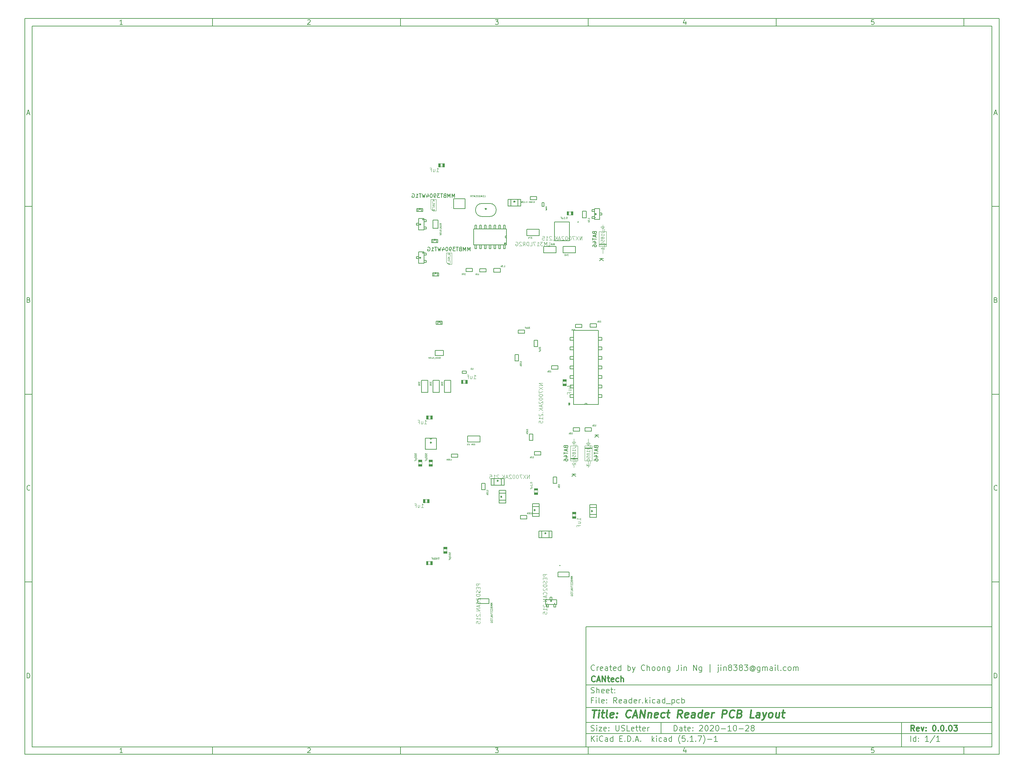
<source format=gbr>
%TF.GenerationSoftware,KiCad,Pcbnew,(5.1.7)-1*%
%TF.CreationDate,2020-10-29T00:51:11-07:00*%
%TF.ProjectId,Reader,52656164-6572-42e6-9b69-6361645f7063,0.0.03*%
%TF.SameCoordinates,Original*%
%TF.FileFunction,Other,Fab,Bot*%
%FSLAX46Y46*%
G04 Gerber Fmt 4.6, Leading zero omitted, Abs format (unit mm)*
G04 Created by KiCad (PCBNEW (5.1.7)-1) date 2020-10-29 00:51:11*
%MOMM*%
%LPD*%
G01*
G04 APERTURE LIST*
%ADD10C,0.100000*%
%ADD11C,0.150000*%
%ADD12C,0.300000*%
%ADD13C,0.400000*%
%ADD14C,0.010000*%
%ADD15C,0.101600*%
%ADD16C,0.152400*%
%ADD17C,0.127000*%
%ADD18C,0.200000*%
%ADD19C,0.015000*%
%ADD20C,0.120000*%
%ADD21C,0.075000*%
G04 APERTURE END LIST*
D10*
D11*
X159400000Y-171900000D02*
X159400000Y-203900000D01*
X267400000Y-203900000D01*
X267400000Y-171900000D01*
X159400000Y-171900000D01*
D10*
D11*
X10000000Y-10000000D02*
X10000000Y-205900000D01*
X269400000Y-205900000D01*
X269400000Y-10000000D01*
X10000000Y-10000000D01*
D10*
D11*
X12000000Y-12000000D02*
X12000000Y-203900000D01*
X267400000Y-203900000D01*
X267400000Y-12000000D01*
X12000000Y-12000000D01*
D10*
D11*
X60000000Y-12000000D02*
X60000000Y-10000000D01*
D10*
D11*
X110000000Y-12000000D02*
X110000000Y-10000000D01*
D10*
D11*
X160000000Y-12000000D02*
X160000000Y-10000000D01*
D10*
D11*
X210000000Y-12000000D02*
X210000000Y-10000000D01*
D10*
D11*
X260000000Y-12000000D02*
X260000000Y-10000000D01*
D10*
D11*
X36065476Y-11588095D02*
X35322619Y-11588095D01*
X35694047Y-11588095D02*
X35694047Y-10288095D01*
X35570238Y-10473809D01*
X35446428Y-10597619D01*
X35322619Y-10659523D01*
D10*
D11*
X85322619Y-10411904D02*
X85384523Y-10350000D01*
X85508333Y-10288095D01*
X85817857Y-10288095D01*
X85941666Y-10350000D01*
X86003571Y-10411904D01*
X86065476Y-10535714D01*
X86065476Y-10659523D01*
X86003571Y-10845238D01*
X85260714Y-11588095D01*
X86065476Y-11588095D01*
D10*
D11*
X135260714Y-10288095D02*
X136065476Y-10288095D01*
X135632142Y-10783333D01*
X135817857Y-10783333D01*
X135941666Y-10845238D01*
X136003571Y-10907142D01*
X136065476Y-11030952D01*
X136065476Y-11340476D01*
X136003571Y-11464285D01*
X135941666Y-11526190D01*
X135817857Y-11588095D01*
X135446428Y-11588095D01*
X135322619Y-11526190D01*
X135260714Y-11464285D01*
D10*
D11*
X185941666Y-10721428D02*
X185941666Y-11588095D01*
X185632142Y-10226190D02*
X185322619Y-11154761D01*
X186127380Y-11154761D01*
D10*
D11*
X236003571Y-10288095D02*
X235384523Y-10288095D01*
X235322619Y-10907142D01*
X235384523Y-10845238D01*
X235508333Y-10783333D01*
X235817857Y-10783333D01*
X235941666Y-10845238D01*
X236003571Y-10907142D01*
X236065476Y-11030952D01*
X236065476Y-11340476D01*
X236003571Y-11464285D01*
X235941666Y-11526190D01*
X235817857Y-11588095D01*
X235508333Y-11588095D01*
X235384523Y-11526190D01*
X235322619Y-11464285D01*
D10*
D11*
X60000000Y-203900000D02*
X60000000Y-205900000D01*
D10*
D11*
X110000000Y-203900000D02*
X110000000Y-205900000D01*
D10*
D11*
X160000000Y-203900000D02*
X160000000Y-205900000D01*
D10*
D11*
X210000000Y-203900000D02*
X210000000Y-205900000D01*
D10*
D11*
X260000000Y-203900000D02*
X260000000Y-205900000D01*
D10*
D11*
X36065476Y-205488095D02*
X35322619Y-205488095D01*
X35694047Y-205488095D02*
X35694047Y-204188095D01*
X35570238Y-204373809D01*
X35446428Y-204497619D01*
X35322619Y-204559523D01*
D10*
D11*
X85322619Y-204311904D02*
X85384523Y-204250000D01*
X85508333Y-204188095D01*
X85817857Y-204188095D01*
X85941666Y-204250000D01*
X86003571Y-204311904D01*
X86065476Y-204435714D01*
X86065476Y-204559523D01*
X86003571Y-204745238D01*
X85260714Y-205488095D01*
X86065476Y-205488095D01*
D10*
D11*
X135260714Y-204188095D02*
X136065476Y-204188095D01*
X135632142Y-204683333D01*
X135817857Y-204683333D01*
X135941666Y-204745238D01*
X136003571Y-204807142D01*
X136065476Y-204930952D01*
X136065476Y-205240476D01*
X136003571Y-205364285D01*
X135941666Y-205426190D01*
X135817857Y-205488095D01*
X135446428Y-205488095D01*
X135322619Y-205426190D01*
X135260714Y-205364285D01*
D10*
D11*
X185941666Y-204621428D02*
X185941666Y-205488095D01*
X185632142Y-204126190D02*
X185322619Y-205054761D01*
X186127380Y-205054761D01*
D10*
D11*
X236003571Y-204188095D02*
X235384523Y-204188095D01*
X235322619Y-204807142D01*
X235384523Y-204745238D01*
X235508333Y-204683333D01*
X235817857Y-204683333D01*
X235941666Y-204745238D01*
X236003571Y-204807142D01*
X236065476Y-204930952D01*
X236065476Y-205240476D01*
X236003571Y-205364285D01*
X235941666Y-205426190D01*
X235817857Y-205488095D01*
X235508333Y-205488095D01*
X235384523Y-205426190D01*
X235322619Y-205364285D01*
D10*
D11*
X10000000Y-60000000D02*
X12000000Y-60000000D01*
D10*
D11*
X10000000Y-110000000D02*
X12000000Y-110000000D01*
D10*
D11*
X10000000Y-160000000D02*
X12000000Y-160000000D01*
D10*
D11*
X10690476Y-35216666D02*
X11309523Y-35216666D01*
X10566666Y-35588095D02*
X11000000Y-34288095D01*
X11433333Y-35588095D01*
D10*
D11*
X11092857Y-84907142D02*
X11278571Y-84969047D01*
X11340476Y-85030952D01*
X11402380Y-85154761D01*
X11402380Y-85340476D01*
X11340476Y-85464285D01*
X11278571Y-85526190D01*
X11154761Y-85588095D01*
X10659523Y-85588095D01*
X10659523Y-84288095D01*
X11092857Y-84288095D01*
X11216666Y-84350000D01*
X11278571Y-84411904D01*
X11340476Y-84535714D01*
X11340476Y-84659523D01*
X11278571Y-84783333D01*
X11216666Y-84845238D01*
X11092857Y-84907142D01*
X10659523Y-84907142D01*
D10*
D11*
X11402380Y-135464285D02*
X11340476Y-135526190D01*
X11154761Y-135588095D01*
X11030952Y-135588095D01*
X10845238Y-135526190D01*
X10721428Y-135402380D01*
X10659523Y-135278571D01*
X10597619Y-135030952D01*
X10597619Y-134845238D01*
X10659523Y-134597619D01*
X10721428Y-134473809D01*
X10845238Y-134350000D01*
X11030952Y-134288095D01*
X11154761Y-134288095D01*
X11340476Y-134350000D01*
X11402380Y-134411904D01*
D10*
D11*
X10659523Y-185588095D02*
X10659523Y-184288095D01*
X10969047Y-184288095D01*
X11154761Y-184350000D01*
X11278571Y-184473809D01*
X11340476Y-184597619D01*
X11402380Y-184845238D01*
X11402380Y-185030952D01*
X11340476Y-185278571D01*
X11278571Y-185402380D01*
X11154761Y-185526190D01*
X10969047Y-185588095D01*
X10659523Y-185588095D01*
D10*
D11*
X269400000Y-60000000D02*
X267400000Y-60000000D01*
D10*
D11*
X269400000Y-110000000D02*
X267400000Y-110000000D01*
D10*
D11*
X269400000Y-160000000D02*
X267400000Y-160000000D01*
D10*
D11*
X268090476Y-35216666D02*
X268709523Y-35216666D01*
X267966666Y-35588095D02*
X268400000Y-34288095D01*
X268833333Y-35588095D01*
D10*
D11*
X268492857Y-84907142D02*
X268678571Y-84969047D01*
X268740476Y-85030952D01*
X268802380Y-85154761D01*
X268802380Y-85340476D01*
X268740476Y-85464285D01*
X268678571Y-85526190D01*
X268554761Y-85588095D01*
X268059523Y-85588095D01*
X268059523Y-84288095D01*
X268492857Y-84288095D01*
X268616666Y-84350000D01*
X268678571Y-84411904D01*
X268740476Y-84535714D01*
X268740476Y-84659523D01*
X268678571Y-84783333D01*
X268616666Y-84845238D01*
X268492857Y-84907142D01*
X268059523Y-84907142D01*
D10*
D11*
X268802380Y-135464285D02*
X268740476Y-135526190D01*
X268554761Y-135588095D01*
X268430952Y-135588095D01*
X268245238Y-135526190D01*
X268121428Y-135402380D01*
X268059523Y-135278571D01*
X267997619Y-135030952D01*
X267997619Y-134845238D01*
X268059523Y-134597619D01*
X268121428Y-134473809D01*
X268245238Y-134350000D01*
X268430952Y-134288095D01*
X268554761Y-134288095D01*
X268740476Y-134350000D01*
X268802380Y-134411904D01*
D10*
D11*
X268059523Y-185588095D02*
X268059523Y-184288095D01*
X268369047Y-184288095D01*
X268554761Y-184350000D01*
X268678571Y-184473809D01*
X268740476Y-184597619D01*
X268802380Y-184845238D01*
X268802380Y-185030952D01*
X268740476Y-185278571D01*
X268678571Y-185402380D01*
X268554761Y-185526190D01*
X268369047Y-185588095D01*
X268059523Y-185588095D01*
D10*
D11*
X182832142Y-199678571D02*
X182832142Y-198178571D01*
X183189285Y-198178571D01*
X183403571Y-198250000D01*
X183546428Y-198392857D01*
X183617857Y-198535714D01*
X183689285Y-198821428D01*
X183689285Y-199035714D01*
X183617857Y-199321428D01*
X183546428Y-199464285D01*
X183403571Y-199607142D01*
X183189285Y-199678571D01*
X182832142Y-199678571D01*
X184975000Y-199678571D02*
X184975000Y-198892857D01*
X184903571Y-198750000D01*
X184760714Y-198678571D01*
X184475000Y-198678571D01*
X184332142Y-198750000D01*
X184975000Y-199607142D02*
X184832142Y-199678571D01*
X184475000Y-199678571D01*
X184332142Y-199607142D01*
X184260714Y-199464285D01*
X184260714Y-199321428D01*
X184332142Y-199178571D01*
X184475000Y-199107142D01*
X184832142Y-199107142D01*
X184975000Y-199035714D01*
X185475000Y-198678571D02*
X186046428Y-198678571D01*
X185689285Y-198178571D02*
X185689285Y-199464285D01*
X185760714Y-199607142D01*
X185903571Y-199678571D01*
X186046428Y-199678571D01*
X187117857Y-199607142D02*
X186975000Y-199678571D01*
X186689285Y-199678571D01*
X186546428Y-199607142D01*
X186475000Y-199464285D01*
X186475000Y-198892857D01*
X186546428Y-198750000D01*
X186689285Y-198678571D01*
X186975000Y-198678571D01*
X187117857Y-198750000D01*
X187189285Y-198892857D01*
X187189285Y-199035714D01*
X186475000Y-199178571D01*
X187832142Y-199535714D02*
X187903571Y-199607142D01*
X187832142Y-199678571D01*
X187760714Y-199607142D01*
X187832142Y-199535714D01*
X187832142Y-199678571D01*
X187832142Y-198750000D02*
X187903571Y-198821428D01*
X187832142Y-198892857D01*
X187760714Y-198821428D01*
X187832142Y-198750000D01*
X187832142Y-198892857D01*
X189617857Y-198321428D02*
X189689285Y-198250000D01*
X189832142Y-198178571D01*
X190189285Y-198178571D01*
X190332142Y-198250000D01*
X190403571Y-198321428D01*
X190475000Y-198464285D01*
X190475000Y-198607142D01*
X190403571Y-198821428D01*
X189546428Y-199678571D01*
X190475000Y-199678571D01*
X191403571Y-198178571D02*
X191546428Y-198178571D01*
X191689285Y-198250000D01*
X191760714Y-198321428D01*
X191832142Y-198464285D01*
X191903571Y-198750000D01*
X191903571Y-199107142D01*
X191832142Y-199392857D01*
X191760714Y-199535714D01*
X191689285Y-199607142D01*
X191546428Y-199678571D01*
X191403571Y-199678571D01*
X191260714Y-199607142D01*
X191189285Y-199535714D01*
X191117857Y-199392857D01*
X191046428Y-199107142D01*
X191046428Y-198750000D01*
X191117857Y-198464285D01*
X191189285Y-198321428D01*
X191260714Y-198250000D01*
X191403571Y-198178571D01*
X192475000Y-198321428D02*
X192546428Y-198250000D01*
X192689285Y-198178571D01*
X193046428Y-198178571D01*
X193189285Y-198250000D01*
X193260714Y-198321428D01*
X193332142Y-198464285D01*
X193332142Y-198607142D01*
X193260714Y-198821428D01*
X192403571Y-199678571D01*
X193332142Y-199678571D01*
X194260714Y-198178571D02*
X194403571Y-198178571D01*
X194546428Y-198250000D01*
X194617857Y-198321428D01*
X194689285Y-198464285D01*
X194760714Y-198750000D01*
X194760714Y-199107142D01*
X194689285Y-199392857D01*
X194617857Y-199535714D01*
X194546428Y-199607142D01*
X194403571Y-199678571D01*
X194260714Y-199678571D01*
X194117857Y-199607142D01*
X194046428Y-199535714D01*
X193975000Y-199392857D01*
X193903571Y-199107142D01*
X193903571Y-198750000D01*
X193975000Y-198464285D01*
X194046428Y-198321428D01*
X194117857Y-198250000D01*
X194260714Y-198178571D01*
X195403571Y-199107142D02*
X196546428Y-199107142D01*
X198046428Y-199678571D02*
X197189285Y-199678571D01*
X197617857Y-199678571D02*
X197617857Y-198178571D01*
X197475000Y-198392857D01*
X197332142Y-198535714D01*
X197189285Y-198607142D01*
X198975000Y-198178571D02*
X199117857Y-198178571D01*
X199260714Y-198250000D01*
X199332142Y-198321428D01*
X199403571Y-198464285D01*
X199475000Y-198750000D01*
X199475000Y-199107142D01*
X199403571Y-199392857D01*
X199332142Y-199535714D01*
X199260714Y-199607142D01*
X199117857Y-199678571D01*
X198975000Y-199678571D01*
X198832142Y-199607142D01*
X198760714Y-199535714D01*
X198689285Y-199392857D01*
X198617857Y-199107142D01*
X198617857Y-198750000D01*
X198689285Y-198464285D01*
X198760714Y-198321428D01*
X198832142Y-198250000D01*
X198975000Y-198178571D01*
X200117857Y-199107142D02*
X201260714Y-199107142D01*
X201903571Y-198321428D02*
X201975000Y-198250000D01*
X202117857Y-198178571D01*
X202475000Y-198178571D01*
X202617857Y-198250000D01*
X202689285Y-198321428D01*
X202760714Y-198464285D01*
X202760714Y-198607142D01*
X202689285Y-198821428D01*
X201832142Y-199678571D01*
X202760714Y-199678571D01*
X203617857Y-198821428D02*
X203475000Y-198750000D01*
X203403571Y-198678571D01*
X203332142Y-198535714D01*
X203332142Y-198464285D01*
X203403571Y-198321428D01*
X203475000Y-198250000D01*
X203617857Y-198178571D01*
X203903571Y-198178571D01*
X204046428Y-198250000D01*
X204117857Y-198321428D01*
X204189285Y-198464285D01*
X204189285Y-198535714D01*
X204117857Y-198678571D01*
X204046428Y-198750000D01*
X203903571Y-198821428D01*
X203617857Y-198821428D01*
X203475000Y-198892857D01*
X203403571Y-198964285D01*
X203332142Y-199107142D01*
X203332142Y-199392857D01*
X203403571Y-199535714D01*
X203475000Y-199607142D01*
X203617857Y-199678571D01*
X203903571Y-199678571D01*
X204046428Y-199607142D01*
X204117857Y-199535714D01*
X204189285Y-199392857D01*
X204189285Y-199107142D01*
X204117857Y-198964285D01*
X204046428Y-198892857D01*
X203903571Y-198821428D01*
D10*
D11*
X159400000Y-200400000D02*
X267400000Y-200400000D01*
D10*
D11*
X160832142Y-202478571D02*
X160832142Y-200978571D01*
X161689285Y-202478571D02*
X161046428Y-201621428D01*
X161689285Y-200978571D02*
X160832142Y-201835714D01*
X162332142Y-202478571D02*
X162332142Y-201478571D01*
X162332142Y-200978571D02*
X162260714Y-201050000D01*
X162332142Y-201121428D01*
X162403571Y-201050000D01*
X162332142Y-200978571D01*
X162332142Y-201121428D01*
X163903571Y-202335714D02*
X163832142Y-202407142D01*
X163617857Y-202478571D01*
X163475000Y-202478571D01*
X163260714Y-202407142D01*
X163117857Y-202264285D01*
X163046428Y-202121428D01*
X162975000Y-201835714D01*
X162975000Y-201621428D01*
X163046428Y-201335714D01*
X163117857Y-201192857D01*
X163260714Y-201050000D01*
X163475000Y-200978571D01*
X163617857Y-200978571D01*
X163832142Y-201050000D01*
X163903571Y-201121428D01*
X165189285Y-202478571D02*
X165189285Y-201692857D01*
X165117857Y-201550000D01*
X164975000Y-201478571D01*
X164689285Y-201478571D01*
X164546428Y-201550000D01*
X165189285Y-202407142D02*
X165046428Y-202478571D01*
X164689285Y-202478571D01*
X164546428Y-202407142D01*
X164475000Y-202264285D01*
X164475000Y-202121428D01*
X164546428Y-201978571D01*
X164689285Y-201907142D01*
X165046428Y-201907142D01*
X165189285Y-201835714D01*
X166546428Y-202478571D02*
X166546428Y-200978571D01*
X166546428Y-202407142D02*
X166403571Y-202478571D01*
X166117857Y-202478571D01*
X165975000Y-202407142D01*
X165903571Y-202335714D01*
X165832142Y-202192857D01*
X165832142Y-201764285D01*
X165903571Y-201621428D01*
X165975000Y-201550000D01*
X166117857Y-201478571D01*
X166403571Y-201478571D01*
X166546428Y-201550000D01*
X168403571Y-201692857D02*
X168903571Y-201692857D01*
X169117857Y-202478571D02*
X168403571Y-202478571D01*
X168403571Y-200978571D01*
X169117857Y-200978571D01*
X169760714Y-202335714D02*
X169832142Y-202407142D01*
X169760714Y-202478571D01*
X169689285Y-202407142D01*
X169760714Y-202335714D01*
X169760714Y-202478571D01*
X170475000Y-202478571D02*
X170475000Y-200978571D01*
X170832142Y-200978571D01*
X171046428Y-201050000D01*
X171189285Y-201192857D01*
X171260714Y-201335714D01*
X171332142Y-201621428D01*
X171332142Y-201835714D01*
X171260714Y-202121428D01*
X171189285Y-202264285D01*
X171046428Y-202407142D01*
X170832142Y-202478571D01*
X170475000Y-202478571D01*
X171975000Y-202335714D02*
X172046428Y-202407142D01*
X171975000Y-202478571D01*
X171903571Y-202407142D01*
X171975000Y-202335714D01*
X171975000Y-202478571D01*
X172617857Y-202050000D02*
X173332142Y-202050000D01*
X172475000Y-202478571D02*
X172975000Y-200978571D01*
X173475000Y-202478571D01*
X173975000Y-202335714D02*
X174046428Y-202407142D01*
X173975000Y-202478571D01*
X173903571Y-202407142D01*
X173975000Y-202335714D01*
X173975000Y-202478571D01*
X176975000Y-202478571D02*
X176975000Y-200978571D01*
X177117857Y-201907142D02*
X177546428Y-202478571D01*
X177546428Y-201478571D02*
X176975000Y-202050000D01*
X178189285Y-202478571D02*
X178189285Y-201478571D01*
X178189285Y-200978571D02*
X178117857Y-201050000D01*
X178189285Y-201121428D01*
X178260714Y-201050000D01*
X178189285Y-200978571D01*
X178189285Y-201121428D01*
X179546428Y-202407142D02*
X179403571Y-202478571D01*
X179117857Y-202478571D01*
X178975000Y-202407142D01*
X178903571Y-202335714D01*
X178832142Y-202192857D01*
X178832142Y-201764285D01*
X178903571Y-201621428D01*
X178975000Y-201550000D01*
X179117857Y-201478571D01*
X179403571Y-201478571D01*
X179546428Y-201550000D01*
X180832142Y-202478571D02*
X180832142Y-201692857D01*
X180760714Y-201550000D01*
X180617857Y-201478571D01*
X180332142Y-201478571D01*
X180189285Y-201550000D01*
X180832142Y-202407142D02*
X180689285Y-202478571D01*
X180332142Y-202478571D01*
X180189285Y-202407142D01*
X180117857Y-202264285D01*
X180117857Y-202121428D01*
X180189285Y-201978571D01*
X180332142Y-201907142D01*
X180689285Y-201907142D01*
X180832142Y-201835714D01*
X182189285Y-202478571D02*
X182189285Y-200978571D01*
X182189285Y-202407142D02*
X182046428Y-202478571D01*
X181760714Y-202478571D01*
X181617857Y-202407142D01*
X181546428Y-202335714D01*
X181475000Y-202192857D01*
X181475000Y-201764285D01*
X181546428Y-201621428D01*
X181617857Y-201550000D01*
X181760714Y-201478571D01*
X182046428Y-201478571D01*
X182189285Y-201550000D01*
X184475000Y-203050000D02*
X184403571Y-202978571D01*
X184260714Y-202764285D01*
X184189285Y-202621428D01*
X184117857Y-202407142D01*
X184046428Y-202050000D01*
X184046428Y-201764285D01*
X184117857Y-201407142D01*
X184189285Y-201192857D01*
X184260714Y-201050000D01*
X184403571Y-200835714D01*
X184475000Y-200764285D01*
X185760714Y-200978571D02*
X185046428Y-200978571D01*
X184975000Y-201692857D01*
X185046428Y-201621428D01*
X185189285Y-201550000D01*
X185546428Y-201550000D01*
X185689285Y-201621428D01*
X185760714Y-201692857D01*
X185832142Y-201835714D01*
X185832142Y-202192857D01*
X185760714Y-202335714D01*
X185689285Y-202407142D01*
X185546428Y-202478571D01*
X185189285Y-202478571D01*
X185046428Y-202407142D01*
X184975000Y-202335714D01*
X186475000Y-202335714D02*
X186546428Y-202407142D01*
X186475000Y-202478571D01*
X186403571Y-202407142D01*
X186475000Y-202335714D01*
X186475000Y-202478571D01*
X187975000Y-202478571D02*
X187117857Y-202478571D01*
X187546428Y-202478571D02*
X187546428Y-200978571D01*
X187403571Y-201192857D01*
X187260714Y-201335714D01*
X187117857Y-201407142D01*
X188617857Y-202335714D02*
X188689285Y-202407142D01*
X188617857Y-202478571D01*
X188546428Y-202407142D01*
X188617857Y-202335714D01*
X188617857Y-202478571D01*
X189189285Y-200978571D02*
X190189285Y-200978571D01*
X189546428Y-202478571D01*
X190617857Y-203050000D02*
X190689285Y-202978571D01*
X190832142Y-202764285D01*
X190903571Y-202621428D01*
X190975000Y-202407142D01*
X191046428Y-202050000D01*
X191046428Y-201764285D01*
X190975000Y-201407142D01*
X190903571Y-201192857D01*
X190832142Y-201050000D01*
X190689285Y-200835714D01*
X190617857Y-200764285D01*
X191760714Y-201907142D02*
X192903571Y-201907142D01*
X194403571Y-202478571D02*
X193546428Y-202478571D01*
X193975000Y-202478571D02*
X193975000Y-200978571D01*
X193832142Y-201192857D01*
X193689285Y-201335714D01*
X193546428Y-201407142D01*
D10*
D11*
X159400000Y-197400000D02*
X267400000Y-197400000D01*
D10*
D12*
X246809285Y-199678571D02*
X246309285Y-198964285D01*
X245952142Y-199678571D02*
X245952142Y-198178571D01*
X246523571Y-198178571D01*
X246666428Y-198250000D01*
X246737857Y-198321428D01*
X246809285Y-198464285D01*
X246809285Y-198678571D01*
X246737857Y-198821428D01*
X246666428Y-198892857D01*
X246523571Y-198964285D01*
X245952142Y-198964285D01*
X248023571Y-199607142D02*
X247880714Y-199678571D01*
X247595000Y-199678571D01*
X247452142Y-199607142D01*
X247380714Y-199464285D01*
X247380714Y-198892857D01*
X247452142Y-198750000D01*
X247595000Y-198678571D01*
X247880714Y-198678571D01*
X248023571Y-198750000D01*
X248095000Y-198892857D01*
X248095000Y-199035714D01*
X247380714Y-199178571D01*
X248595000Y-198678571D02*
X248952142Y-199678571D01*
X249309285Y-198678571D01*
X249880714Y-199535714D02*
X249952142Y-199607142D01*
X249880714Y-199678571D01*
X249809285Y-199607142D01*
X249880714Y-199535714D01*
X249880714Y-199678571D01*
X249880714Y-198750000D02*
X249952142Y-198821428D01*
X249880714Y-198892857D01*
X249809285Y-198821428D01*
X249880714Y-198750000D01*
X249880714Y-198892857D01*
X252023571Y-198178571D02*
X252166428Y-198178571D01*
X252309285Y-198250000D01*
X252380714Y-198321428D01*
X252452142Y-198464285D01*
X252523571Y-198750000D01*
X252523571Y-199107142D01*
X252452142Y-199392857D01*
X252380714Y-199535714D01*
X252309285Y-199607142D01*
X252166428Y-199678571D01*
X252023571Y-199678571D01*
X251880714Y-199607142D01*
X251809285Y-199535714D01*
X251737857Y-199392857D01*
X251666428Y-199107142D01*
X251666428Y-198750000D01*
X251737857Y-198464285D01*
X251809285Y-198321428D01*
X251880714Y-198250000D01*
X252023571Y-198178571D01*
X253166428Y-199535714D02*
X253237857Y-199607142D01*
X253166428Y-199678571D01*
X253095000Y-199607142D01*
X253166428Y-199535714D01*
X253166428Y-199678571D01*
X254166428Y-198178571D02*
X254309285Y-198178571D01*
X254452142Y-198250000D01*
X254523571Y-198321428D01*
X254595000Y-198464285D01*
X254666428Y-198750000D01*
X254666428Y-199107142D01*
X254595000Y-199392857D01*
X254523571Y-199535714D01*
X254452142Y-199607142D01*
X254309285Y-199678571D01*
X254166428Y-199678571D01*
X254023571Y-199607142D01*
X253952142Y-199535714D01*
X253880714Y-199392857D01*
X253809285Y-199107142D01*
X253809285Y-198750000D01*
X253880714Y-198464285D01*
X253952142Y-198321428D01*
X254023571Y-198250000D01*
X254166428Y-198178571D01*
X255309285Y-199535714D02*
X255380714Y-199607142D01*
X255309285Y-199678571D01*
X255237857Y-199607142D01*
X255309285Y-199535714D01*
X255309285Y-199678571D01*
X256309285Y-198178571D02*
X256452142Y-198178571D01*
X256595000Y-198250000D01*
X256666428Y-198321428D01*
X256737857Y-198464285D01*
X256809285Y-198750000D01*
X256809285Y-199107142D01*
X256737857Y-199392857D01*
X256666428Y-199535714D01*
X256595000Y-199607142D01*
X256452142Y-199678571D01*
X256309285Y-199678571D01*
X256166428Y-199607142D01*
X256095000Y-199535714D01*
X256023571Y-199392857D01*
X255952142Y-199107142D01*
X255952142Y-198750000D01*
X256023571Y-198464285D01*
X256095000Y-198321428D01*
X256166428Y-198250000D01*
X256309285Y-198178571D01*
X257309285Y-198178571D02*
X258237857Y-198178571D01*
X257737857Y-198750000D01*
X257952142Y-198750000D01*
X258095000Y-198821428D01*
X258166428Y-198892857D01*
X258237857Y-199035714D01*
X258237857Y-199392857D01*
X258166428Y-199535714D01*
X258095000Y-199607142D01*
X257952142Y-199678571D01*
X257523571Y-199678571D01*
X257380714Y-199607142D01*
X257309285Y-199535714D01*
D10*
D11*
X160760714Y-199607142D02*
X160975000Y-199678571D01*
X161332142Y-199678571D01*
X161475000Y-199607142D01*
X161546428Y-199535714D01*
X161617857Y-199392857D01*
X161617857Y-199250000D01*
X161546428Y-199107142D01*
X161475000Y-199035714D01*
X161332142Y-198964285D01*
X161046428Y-198892857D01*
X160903571Y-198821428D01*
X160832142Y-198750000D01*
X160760714Y-198607142D01*
X160760714Y-198464285D01*
X160832142Y-198321428D01*
X160903571Y-198250000D01*
X161046428Y-198178571D01*
X161403571Y-198178571D01*
X161617857Y-198250000D01*
X162260714Y-199678571D02*
X162260714Y-198678571D01*
X162260714Y-198178571D02*
X162189285Y-198250000D01*
X162260714Y-198321428D01*
X162332142Y-198250000D01*
X162260714Y-198178571D01*
X162260714Y-198321428D01*
X162832142Y-198678571D02*
X163617857Y-198678571D01*
X162832142Y-199678571D01*
X163617857Y-199678571D01*
X164760714Y-199607142D02*
X164617857Y-199678571D01*
X164332142Y-199678571D01*
X164189285Y-199607142D01*
X164117857Y-199464285D01*
X164117857Y-198892857D01*
X164189285Y-198750000D01*
X164332142Y-198678571D01*
X164617857Y-198678571D01*
X164760714Y-198750000D01*
X164832142Y-198892857D01*
X164832142Y-199035714D01*
X164117857Y-199178571D01*
X165475000Y-199535714D02*
X165546428Y-199607142D01*
X165475000Y-199678571D01*
X165403571Y-199607142D01*
X165475000Y-199535714D01*
X165475000Y-199678571D01*
X165475000Y-198750000D02*
X165546428Y-198821428D01*
X165475000Y-198892857D01*
X165403571Y-198821428D01*
X165475000Y-198750000D01*
X165475000Y-198892857D01*
X167332142Y-198178571D02*
X167332142Y-199392857D01*
X167403571Y-199535714D01*
X167475000Y-199607142D01*
X167617857Y-199678571D01*
X167903571Y-199678571D01*
X168046428Y-199607142D01*
X168117857Y-199535714D01*
X168189285Y-199392857D01*
X168189285Y-198178571D01*
X168832142Y-199607142D02*
X169046428Y-199678571D01*
X169403571Y-199678571D01*
X169546428Y-199607142D01*
X169617857Y-199535714D01*
X169689285Y-199392857D01*
X169689285Y-199250000D01*
X169617857Y-199107142D01*
X169546428Y-199035714D01*
X169403571Y-198964285D01*
X169117857Y-198892857D01*
X168975000Y-198821428D01*
X168903571Y-198750000D01*
X168832142Y-198607142D01*
X168832142Y-198464285D01*
X168903571Y-198321428D01*
X168975000Y-198250000D01*
X169117857Y-198178571D01*
X169475000Y-198178571D01*
X169689285Y-198250000D01*
X171046428Y-199678571D02*
X170332142Y-199678571D01*
X170332142Y-198178571D01*
X172117857Y-199607142D02*
X171975000Y-199678571D01*
X171689285Y-199678571D01*
X171546428Y-199607142D01*
X171475000Y-199464285D01*
X171475000Y-198892857D01*
X171546428Y-198750000D01*
X171689285Y-198678571D01*
X171975000Y-198678571D01*
X172117857Y-198750000D01*
X172189285Y-198892857D01*
X172189285Y-199035714D01*
X171475000Y-199178571D01*
X172617857Y-198678571D02*
X173189285Y-198678571D01*
X172832142Y-198178571D02*
X172832142Y-199464285D01*
X172903571Y-199607142D01*
X173046428Y-199678571D01*
X173189285Y-199678571D01*
X173475000Y-198678571D02*
X174046428Y-198678571D01*
X173689285Y-198178571D02*
X173689285Y-199464285D01*
X173760714Y-199607142D01*
X173903571Y-199678571D01*
X174046428Y-199678571D01*
X175117857Y-199607142D02*
X174975000Y-199678571D01*
X174689285Y-199678571D01*
X174546428Y-199607142D01*
X174475000Y-199464285D01*
X174475000Y-198892857D01*
X174546428Y-198750000D01*
X174689285Y-198678571D01*
X174975000Y-198678571D01*
X175117857Y-198750000D01*
X175189285Y-198892857D01*
X175189285Y-199035714D01*
X174475000Y-199178571D01*
X175832142Y-199678571D02*
X175832142Y-198678571D01*
X175832142Y-198964285D02*
X175903571Y-198821428D01*
X175975000Y-198750000D01*
X176117857Y-198678571D01*
X176260714Y-198678571D01*
D10*
D11*
X245832142Y-202478571D02*
X245832142Y-200978571D01*
X247189285Y-202478571D02*
X247189285Y-200978571D01*
X247189285Y-202407142D02*
X247046428Y-202478571D01*
X246760714Y-202478571D01*
X246617857Y-202407142D01*
X246546428Y-202335714D01*
X246475000Y-202192857D01*
X246475000Y-201764285D01*
X246546428Y-201621428D01*
X246617857Y-201550000D01*
X246760714Y-201478571D01*
X247046428Y-201478571D01*
X247189285Y-201550000D01*
X247903571Y-202335714D02*
X247975000Y-202407142D01*
X247903571Y-202478571D01*
X247832142Y-202407142D01*
X247903571Y-202335714D01*
X247903571Y-202478571D01*
X247903571Y-201550000D02*
X247975000Y-201621428D01*
X247903571Y-201692857D01*
X247832142Y-201621428D01*
X247903571Y-201550000D01*
X247903571Y-201692857D01*
X250546428Y-202478571D02*
X249689285Y-202478571D01*
X250117857Y-202478571D02*
X250117857Y-200978571D01*
X249975000Y-201192857D01*
X249832142Y-201335714D01*
X249689285Y-201407142D01*
X252260714Y-200907142D02*
X250975000Y-202835714D01*
X253546428Y-202478571D02*
X252689285Y-202478571D01*
X253117857Y-202478571D02*
X253117857Y-200978571D01*
X252975000Y-201192857D01*
X252832142Y-201335714D01*
X252689285Y-201407142D01*
D10*
D11*
X159400000Y-193400000D02*
X267400000Y-193400000D01*
D10*
D13*
X161112380Y-194104761D02*
X162255238Y-194104761D01*
X161433809Y-196104761D02*
X161683809Y-194104761D01*
X162671904Y-196104761D02*
X162838571Y-194771428D01*
X162921904Y-194104761D02*
X162814761Y-194200000D01*
X162898095Y-194295238D01*
X163005238Y-194200000D01*
X162921904Y-194104761D01*
X162898095Y-194295238D01*
X163505238Y-194771428D02*
X164267142Y-194771428D01*
X163874285Y-194104761D02*
X163660000Y-195819047D01*
X163731428Y-196009523D01*
X163910000Y-196104761D01*
X164100476Y-196104761D01*
X165052857Y-196104761D02*
X164874285Y-196009523D01*
X164802857Y-195819047D01*
X165017142Y-194104761D01*
X166588571Y-196009523D02*
X166386190Y-196104761D01*
X166005238Y-196104761D01*
X165826666Y-196009523D01*
X165755238Y-195819047D01*
X165850476Y-195057142D01*
X165969523Y-194866666D01*
X166171904Y-194771428D01*
X166552857Y-194771428D01*
X166731428Y-194866666D01*
X166802857Y-195057142D01*
X166779047Y-195247619D01*
X165802857Y-195438095D01*
X167552857Y-195914285D02*
X167636190Y-196009523D01*
X167529047Y-196104761D01*
X167445714Y-196009523D01*
X167552857Y-195914285D01*
X167529047Y-196104761D01*
X167683809Y-194866666D02*
X167767142Y-194961904D01*
X167660000Y-195057142D01*
X167576666Y-194961904D01*
X167683809Y-194866666D01*
X167660000Y-195057142D01*
X171171904Y-195914285D02*
X171064761Y-196009523D01*
X170767142Y-196104761D01*
X170576666Y-196104761D01*
X170302857Y-196009523D01*
X170136190Y-195819047D01*
X170064761Y-195628571D01*
X170017142Y-195247619D01*
X170052857Y-194961904D01*
X170195714Y-194580952D01*
X170314761Y-194390476D01*
X170529047Y-194200000D01*
X170826666Y-194104761D01*
X171017142Y-194104761D01*
X171290952Y-194200000D01*
X171374285Y-194295238D01*
X171981428Y-195533333D02*
X172933809Y-195533333D01*
X171719523Y-196104761D02*
X172636190Y-194104761D01*
X173052857Y-196104761D01*
X173719523Y-196104761D02*
X173969523Y-194104761D01*
X174862380Y-196104761D01*
X175112380Y-194104761D01*
X175981428Y-194771428D02*
X175814761Y-196104761D01*
X175957619Y-194961904D02*
X176064761Y-194866666D01*
X176267142Y-194771428D01*
X176552857Y-194771428D01*
X176731428Y-194866666D01*
X176802857Y-195057142D01*
X176671904Y-196104761D01*
X178398095Y-196009523D02*
X178195714Y-196104761D01*
X177814761Y-196104761D01*
X177636190Y-196009523D01*
X177564761Y-195819047D01*
X177660000Y-195057142D01*
X177779047Y-194866666D01*
X177981428Y-194771428D01*
X178362380Y-194771428D01*
X178540952Y-194866666D01*
X178612380Y-195057142D01*
X178588571Y-195247619D01*
X177612380Y-195438095D01*
X180207619Y-196009523D02*
X180005238Y-196104761D01*
X179624285Y-196104761D01*
X179445714Y-196009523D01*
X179362380Y-195914285D01*
X179290952Y-195723809D01*
X179362380Y-195152380D01*
X179481428Y-194961904D01*
X179588571Y-194866666D01*
X179790952Y-194771428D01*
X180171904Y-194771428D01*
X180350476Y-194866666D01*
X180933809Y-194771428D02*
X181695714Y-194771428D01*
X181302857Y-194104761D02*
X181088571Y-195819047D01*
X181160000Y-196009523D01*
X181338571Y-196104761D01*
X181529047Y-196104761D01*
X184862380Y-196104761D02*
X184314761Y-195152380D01*
X183719523Y-196104761D02*
X183969523Y-194104761D01*
X184731428Y-194104761D01*
X184910000Y-194200000D01*
X184993333Y-194295238D01*
X185064761Y-194485714D01*
X185029047Y-194771428D01*
X184910000Y-194961904D01*
X184802857Y-195057142D01*
X184600476Y-195152380D01*
X183838571Y-195152380D01*
X186493333Y-196009523D02*
X186290952Y-196104761D01*
X185910000Y-196104761D01*
X185731428Y-196009523D01*
X185660000Y-195819047D01*
X185755238Y-195057142D01*
X185874285Y-194866666D01*
X186076666Y-194771428D01*
X186457619Y-194771428D01*
X186636190Y-194866666D01*
X186707619Y-195057142D01*
X186683809Y-195247619D01*
X185707619Y-195438095D01*
X188290952Y-196104761D02*
X188421904Y-195057142D01*
X188350476Y-194866666D01*
X188171904Y-194771428D01*
X187790952Y-194771428D01*
X187588571Y-194866666D01*
X188302857Y-196009523D02*
X188100476Y-196104761D01*
X187624285Y-196104761D01*
X187445714Y-196009523D01*
X187374285Y-195819047D01*
X187398095Y-195628571D01*
X187517142Y-195438095D01*
X187719523Y-195342857D01*
X188195714Y-195342857D01*
X188398095Y-195247619D01*
X190100476Y-196104761D02*
X190350476Y-194104761D01*
X190112380Y-196009523D02*
X189910000Y-196104761D01*
X189529047Y-196104761D01*
X189350476Y-196009523D01*
X189267142Y-195914285D01*
X189195714Y-195723809D01*
X189267142Y-195152380D01*
X189386190Y-194961904D01*
X189493333Y-194866666D01*
X189695714Y-194771428D01*
X190076666Y-194771428D01*
X190255238Y-194866666D01*
X191826666Y-196009523D02*
X191624285Y-196104761D01*
X191243333Y-196104761D01*
X191064761Y-196009523D01*
X190993333Y-195819047D01*
X191088571Y-195057142D01*
X191207619Y-194866666D01*
X191410000Y-194771428D01*
X191790952Y-194771428D01*
X191969523Y-194866666D01*
X192040952Y-195057142D01*
X192017142Y-195247619D01*
X191040952Y-195438095D01*
X192767142Y-196104761D02*
X192933809Y-194771428D01*
X192886190Y-195152380D02*
X193005238Y-194961904D01*
X193112380Y-194866666D01*
X193314761Y-194771428D01*
X193505238Y-194771428D01*
X195529047Y-196104761D02*
X195779047Y-194104761D01*
X196540952Y-194104761D01*
X196719523Y-194200000D01*
X196802857Y-194295238D01*
X196874285Y-194485714D01*
X196838571Y-194771428D01*
X196719523Y-194961904D01*
X196612380Y-195057142D01*
X196410000Y-195152380D01*
X195648095Y-195152380D01*
X198695714Y-195914285D02*
X198588571Y-196009523D01*
X198290952Y-196104761D01*
X198100476Y-196104761D01*
X197826666Y-196009523D01*
X197660000Y-195819047D01*
X197588571Y-195628571D01*
X197540952Y-195247619D01*
X197576666Y-194961904D01*
X197719523Y-194580952D01*
X197838571Y-194390476D01*
X198052857Y-194200000D01*
X198350476Y-194104761D01*
X198540952Y-194104761D01*
X198814761Y-194200000D01*
X198898095Y-194295238D01*
X200326666Y-195057142D02*
X200600476Y-195152380D01*
X200683809Y-195247619D01*
X200755238Y-195438095D01*
X200719523Y-195723809D01*
X200600476Y-195914285D01*
X200493333Y-196009523D01*
X200290952Y-196104761D01*
X199529047Y-196104761D01*
X199779047Y-194104761D01*
X200445714Y-194104761D01*
X200624285Y-194200000D01*
X200707619Y-194295238D01*
X200779047Y-194485714D01*
X200755238Y-194676190D01*
X200636190Y-194866666D01*
X200529047Y-194961904D01*
X200326666Y-195057142D01*
X199660000Y-195057142D01*
X204005238Y-196104761D02*
X203052857Y-196104761D01*
X203302857Y-194104761D01*
X205529047Y-196104761D02*
X205660000Y-195057142D01*
X205588571Y-194866666D01*
X205410000Y-194771428D01*
X205029047Y-194771428D01*
X204826666Y-194866666D01*
X205540952Y-196009523D02*
X205338571Y-196104761D01*
X204862380Y-196104761D01*
X204683809Y-196009523D01*
X204612380Y-195819047D01*
X204636190Y-195628571D01*
X204755238Y-195438095D01*
X204957619Y-195342857D01*
X205433809Y-195342857D01*
X205636190Y-195247619D01*
X206457619Y-194771428D02*
X206767142Y-196104761D01*
X207410000Y-194771428D02*
X206767142Y-196104761D01*
X206517142Y-196580952D01*
X206410000Y-196676190D01*
X206207619Y-196771428D01*
X208290952Y-196104761D02*
X208112380Y-196009523D01*
X208029047Y-195914285D01*
X207957619Y-195723809D01*
X208029047Y-195152380D01*
X208148095Y-194961904D01*
X208255238Y-194866666D01*
X208457619Y-194771428D01*
X208743333Y-194771428D01*
X208921904Y-194866666D01*
X209005238Y-194961904D01*
X209076666Y-195152380D01*
X209005238Y-195723809D01*
X208886190Y-195914285D01*
X208779047Y-196009523D01*
X208576666Y-196104761D01*
X208290952Y-196104761D01*
X210838571Y-194771428D02*
X210671904Y-196104761D01*
X209981428Y-194771428D02*
X209850476Y-195819047D01*
X209921904Y-196009523D01*
X210100476Y-196104761D01*
X210386190Y-196104761D01*
X210588571Y-196009523D01*
X210695714Y-195914285D01*
X211505238Y-194771428D02*
X212267142Y-194771428D01*
X211874285Y-194104761D02*
X211659999Y-195819047D01*
X211731428Y-196009523D01*
X211909999Y-196104761D01*
X212100476Y-196104761D01*
D10*
D11*
X161332142Y-191492857D02*
X160832142Y-191492857D01*
X160832142Y-192278571D02*
X160832142Y-190778571D01*
X161546428Y-190778571D01*
X162117857Y-192278571D02*
X162117857Y-191278571D01*
X162117857Y-190778571D02*
X162046428Y-190850000D01*
X162117857Y-190921428D01*
X162189285Y-190850000D01*
X162117857Y-190778571D01*
X162117857Y-190921428D01*
X163046428Y-192278571D02*
X162903571Y-192207142D01*
X162832142Y-192064285D01*
X162832142Y-190778571D01*
X164189285Y-192207142D02*
X164046428Y-192278571D01*
X163760714Y-192278571D01*
X163617857Y-192207142D01*
X163546428Y-192064285D01*
X163546428Y-191492857D01*
X163617857Y-191350000D01*
X163760714Y-191278571D01*
X164046428Y-191278571D01*
X164189285Y-191350000D01*
X164260714Y-191492857D01*
X164260714Y-191635714D01*
X163546428Y-191778571D01*
X164903571Y-192135714D02*
X164975000Y-192207142D01*
X164903571Y-192278571D01*
X164832142Y-192207142D01*
X164903571Y-192135714D01*
X164903571Y-192278571D01*
X164903571Y-191350000D02*
X164975000Y-191421428D01*
X164903571Y-191492857D01*
X164832142Y-191421428D01*
X164903571Y-191350000D01*
X164903571Y-191492857D01*
X167617857Y-192278571D02*
X167117857Y-191564285D01*
X166760714Y-192278571D02*
X166760714Y-190778571D01*
X167332142Y-190778571D01*
X167475000Y-190850000D01*
X167546428Y-190921428D01*
X167617857Y-191064285D01*
X167617857Y-191278571D01*
X167546428Y-191421428D01*
X167475000Y-191492857D01*
X167332142Y-191564285D01*
X166760714Y-191564285D01*
X168832142Y-192207142D02*
X168689285Y-192278571D01*
X168403571Y-192278571D01*
X168260714Y-192207142D01*
X168189285Y-192064285D01*
X168189285Y-191492857D01*
X168260714Y-191350000D01*
X168403571Y-191278571D01*
X168689285Y-191278571D01*
X168832142Y-191350000D01*
X168903571Y-191492857D01*
X168903571Y-191635714D01*
X168189285Y-191778571D01*
X170189285Y-192278571D02*
X170189285Y-191492857D01*
X170117857Y-191350000D01*
X169975000Y-191278571D01*
X169689285Y-191278571D01*
X169546428Y-191350000D01*
X170189285Y-192207142D02*
X170046428Y-192278571D01*
X169689285Y-192278571D01*
X169546428Y-192207142D01*
X169475000Y-192064285D01*
X169475000Y-191921428D01*
X169546428Y-191778571D01*
X169689285Y-191707142D01*
X170046428Y-191707142D01*
X170189285Y-191635714D01*
X171546428Y-192278571D02*
X171546428Y-190778571D01*
X171546428Y-192207142D02*
X171403571Y-192278571D01*
X171117857Y-192278571D01*
X170975000Y-192207142D01*
X170903571Y-192135714D01*
X170832142Y-191992857D01*
X170832142Y-191564285D01*
X170903571Y-191421428D01*
X170975000Y-191350000D01*
X171117857Y-191278571D01*
X171403571Y-191278571D01*
X171546428Y-191350000D01*
X172832142Y-192207142D02*
X172689285Y-192278571D01*
X172403571Y-192278571D01*
X172260714Y-192207142D01*
X172189285Y-192064285D01*
X172189285Y-191492857D01*
X172260714Y-191350000D01*
X172403571Y-191278571D01*
X172689285Y-191278571D01*
X172832142Y-191350000D01*
X172903571Y-191492857D01*
X172903571Y-191635714D01*
X172189285Y-191778571D01*
X173546428Y-192278571D02*
X173546428Y-191278571D01*
X173546428Y-191564285D02*
X173617857Y-191421428D01*
X173689285Y-191350000D01*
X173832142Y-191278571D01*
X173975000Y-191278571D01*
X174475000Y-192135714D02*
X174546428Y-192207142D01*
X174475000Y-192278571D01*
X174403571Y-192207142D01*
X174475000Y-192135714D01*
X174475000Y-192278571D01*
X175189285Y-192278571D02*
X175189285Y-190778571D01*
X175332142Y-191707142D02*
X175760714Y-192278571D01*
X175760714Y-191278571D02*
X175189285Y-191850000D01*
X176403571Y-192278571D02*
X176403571Y-191278571D01*
X176403571Y-190778571D02*
X176332142Y-190850000D01*
X176403571Y-190921428D01*
X176475000Y-190850000D01*
X176403571Y-190778571D01*
X176403571Y-190921428D01*
X177760714Y-192207142D02*
X177617857Y-192278571D01*
X177332142Y-192278571D01*
X177189285Y-192207142D01*
X177117857Y-192135714D01*
X177046428Y-191992857D01*
X177046428Y-191564285D01*
X177117857Y-191421428D01*
X177189285Y-191350000D01*
X177332142Y-191278571D01*
X177617857Y-191278571D01*
X177760714Y-191350000D01*
X179046428Y-192278571D02*
X179046428Y-191492857D01*
X178975000Y-191350000D01*
X178832142Y-191278571D01*
X178546428Y-191278571D01*
X178403571Y-191350000D01*
X179046428Y-192207142D02*
X178903571Y-192278571D01*
X178546428Y-192278571D01*
X178403571Y-192207142D01*
X178332142Y-192064285D01*
X178332142Y-191921428D01*
X178403571Y-191778571D01*
X178546428Y-191707142D01*
X178903571Y-191707142D01*
X179046428Y-191635714D01*
X180403571Y-192278571D02*
X180403571Y-190778571D01*
X180403571Y-192207142D02*
X180260714Y-192278571D01*
X179975000Y-192278571D01*
X179832142Y-192207142D01*
X179760714Y-192135714D01*
X179689285Y-191992857D01*
X179689285Y-191564285D01*
X179760714Y-191421428D01*
X179832142Y-191350000D01*
X179975000Y-191278571D01*
X180260714Y-191278571D01*
X180403571Y-191350000D01*
X180760714Y-192421428D02*
X181903571Y-192421428D01*
X182260714Y-191278571D02*
X182260714Y-192778571D01*
X182260714Y-191350000D02*
X182403571Y-191278571D01*
X182689285Y-191278571D01*
X182832142Y-191350000D01*
X182903571Y-191421428D01*
X182975000Y-191564285D01*
X182975000Y-191992857D01*
X182903571Y-192135714D01*
X182832142Y-192207142D01*
X182689285Y-192278571D01*
X182403571Y-192278571D01*
X182260714Y-192207142D01*
X184260714Y-192207142D02*
X184117857Y-192278571D01*
X183832142Y-192278571D01*
X183689285Y-192207142D01*
X183617857Y-192135714D01*
X183546428Y-191992857D01*
X183546428Y-191564285D01*
X183617857Y-191421428D01*
X183689285Y-191350000D01*
X183832142Y-191278571D01*
X184117857Y-191278571D01*
X184260714Y-191350000D01*
X184903571Y-192278571D02*
X184903571Y-190778571D01*
X184903571Y-191350000D02*
X185046428Y-191278571D01*
X185332142Y-191278571D01*
X185475000Y-191350000D01*
X185546428Y-191421428D01*
X185617857Y-191564285D01*
X185617857Y-191992857D01*
X185546428Y-192135714D01*
X185475000Y-192207142D01*
X185332142Y-192278571D01*
X185046428Y-192278571D01*
X184903571Y-192207142D01*
D10*
D11*
X159400000Y-187400000D02*
X267400000Y-187400000D01*
D10*
D11*
X160760714Y-189507142D02*
X160975000Y-189578571D01*
X161332142Y-189578571D01*
X161475000Y-189507142D01*
X161546428Y-189435714D01*
X161617857Y-189292857D01*
X161617857Y-189150000D01*
X161546428Y-189007142D01*
X161475000Y-188935714D01*
X161332142Y-188864285D01*
X161046428Y-188792857D01*
X160903571Y-188721428D01*
X160832142Y-188650000D01*
X160760714Y-188507142D01*
X160760714Y-188364285D01*
X160832142Y-188221428D01*
X160903571Y-188150000D01*
X161046428Y-188078571D01*
X161403571Y-188078571D01*
X161617857Y-188150000D01*
X162260714Y-189578571D02*
X162260714Y-188078571D01*
X162903571Y-189578571D02*
X162903571Y-188792857D01*
X162832142Y-188650000D01*
X162689285Y-188578571D01*
X162475000Y-188578571D01*
X162332142Y-188650000D01*
X162260714Y-188721428D01*
X164189285Y-189507142D02*
X164046428Y-189578571D01*
X163760714Y-189578571D01*
X163617857Y-189507142D01*
X163546428Y-189364285D01*
X163546428Y-188792857D01*
X163617857Y-188650000D01*
X163760714Y-188578571D01*
X164046428Y-188578571D01*
X164189285Y-188650000D01*
X164260714Y-188792857D01*
X164260714Y-188935714D01*
X163546428Y-189078571D01*
X165475000Y-189507142D02*
X165332142Y-189578571D01*
X165046428Y-189578571D01*
X164903571Y-189507142D01*
X164832142Y-189364285D01*
X164832142Y-188792857D01*
X164903571Y-188650000D01*
X165046428Y-188578571D01*
X165332142Y-188578571D01*
X165475000Y-188650000D01*
X165546428Y-188792857D01*
X165546428Y-188935714D01*
X164832142Y-189078571D01*
X165975000Y-188578571D02*
X166546428Y-188578571D01*
X166189285Y-188078571D02*
X166189285Y-189364285D01*
X166260714Y-189507142D01*
X166403571Y-189578571D01*
X166546428Y-189578571D01*
X167046428Y-189435714D02*
X167117857Y-189507142D01*
X167046428Y-189578571D01*
X166975000Y-189507142D01*
X167046428Y-189435714D01*
X167046428Y-189578571D01*
X167046428Y-188650000D02*
X167117857Y-188721428D01*
X167046428Y-188792857D01*
X166975000Y-188721428D01*
X167046428Y-188650000D01*
X167046428Y-188792857D01*
D10*
D12*
X161809285Y-186435714D02*
X161737857Y-186507142D01*
X161523571Y-186578571D01*
X161380714Y-186578571D01*
X161166428Y-186507142D01*
X161023571Y-186364285D01*
X160952142Y-186221428D01*
X160880714Y-185935714D01*
X160880714Y-185721428D01*
X160952142Y-185435714D01*
X161023571Y-185292857D01*
X161166428Y-185150000D01*
X161380714Y-185078571D01*
X161523571Y-185078571D01*
X161737857Y-185150000D01*
X161809285Y-185221428D01*
X162380714Y-186150000D02*
X163095000Y-186150000D01*
X162237857Y-186578571D02*
X162737857Y-185078571D01*
X163237857Y-186578571D01*
X163737857Y-186578571D02*
X163737857Y-185078571D01*
X164595000Y-186578571D01*
X164595000Y-185078571D01*
X165095000Y-185578571D02*
X165666428Y-185578571D01*
X165309285Y-185078571D02*
X165309285Y-186364285D01*
X165380714Y-186507142D01*
X165523571Y-186578571D01*
X165666428Y-186578571D01*
X166737857Y-186507142D02*
X166595000Y-186578571D01*
X166309285Y-186578571D01*
X166166428Y-186507142D01*
X166095000Y-186364285D01*
X166095000Y-185792857D01*
X166166428Y-185650000D01*
X166309285Y-185578571D01*
X166595000Y-185578571D01*
X166737857Y-185650000D01*
X166809285Y-185792857D01*
X166809285Y-185935714D01*
X166095000Y-186078571D01*
X168095000Y-186507142D02*
X167952142Y-186578571D01*
X167666428Y-186578571D01*
X167523571Y-186507142D01*
X167452142Y-186435714D01*
X167380714Y-186292857D01*
X167380714Y-185864285D01*
X167452142Y-185721428D01*
X167523571Y-185650000D01*
X167666428Y-185578571D01*
X167952142Y-185578571D01*
X168095000Y-185650000D01*
X168737857Y-186578571D02*
X168737857Y-185078571D01*
X169380714Y-186578571D02*
X169380714Y-185792857D01*
X169309285Y-185650000D01*
X169166428Y-185578571D01*
X168952142Y-185578571D01*
X168809285Y-185650000D01*
X168737857Y-185721428D01*
D10*
D11*
X161689285Y-183435714D02*
X161617857Y-183507142D01*
X161403571Y-183578571D01*
X161260714Y-183578571D01*
X161046428Y-183507142D01*
X160903571Y-183364285D01*
X160832142Y-183221428D01*
X160760714Y-182935714D01*
X160760714Y-182721428D01*
X160832142Y-182435714D01*
X160903571Y-182292857D01*
X161046428Y-182150000D01*
X161260714Y-182078571D01*
X161403571Y-182078571D01*
X161617857Y-182150000D01*
X161689285Y-182221428D01*
X162332142Y-183578571D02*
X162332142Y-182578571D01*
X162332142Y-182864285D02*
X162403571Y-182721428D01*
X162475000Y-182650000D01*
X162617857Y-182578571D01*
X162760714Y-182578571D01*
X163832142Y-183507142D02*
X163689285Y-183578571D01*
X163403571Y-183578571D01*
X163260714Y-183507142D01*
X163189285Y-183364285D01*
X163189285Y-182792857D01*
X163260714Y-182650000D01*
X163403571Y-182578571D01*
X163689285Y-182578571D01*
X163832142Y-182650000D01*
X163903571Y-182792857D01*
X163903571Y-182935714D01*
X163189285Y-183078571D01*
X165189285Y-183578571D02*
X165189285Y-182792857D01*
X165117857Y-182650000D01*
X164975000Y-182578571D01*
X164689285Y-182578571D01*
X164546428Y-182650000D01*
X165189285Y-183507142D02*
X165046428Y-183578571D01*
X164689285Y-183578571D01*
X164546428Y-183507142D01*
X164475000Y-183364285D01*
X164475000Y-183221428D01*
X164546428Y-183078571D01*
X164689285Y-183007142D01*
X165046428Y-183007142D01*
X165189285Y-182935714D01*
X165689285Y-182578571D02*
X166260714Y-182578571D01*
X165903571Y-182078571D02*
X165903571Y-183364285D01*
X165975000Y-183507142D01*
X166117857Y-183578571D01*
X166260714Y-183578571D01*
X167332142Y-183507142D02*
X167189285Y-183578571D01*
X166903571Y-183578571D01*
X166760714Y-183507142D01*
X166689285Y-183364285D01*
X166689285Y-182792857D01*
X166760714Y-182650000D01*
X166903571Y-182578571D01*
X167189285Y-182578571D01*
X167332142Y-182650000D01*
X167403571Y-182792857D01*
X167403571Y-182935714D01*
X166689285Y-183078571D01*
X168689285Y-183578571D02*
X168689285Y-182078571D01*
X168689285Y-183507142D02*
X168546428Y-183578571D01*
X168260714Y-183578571D01*
X168117857Y-183507142D01*
X168046428Y-183435714D01*
X167975000Y-183292857D01*
X167975000Y-182864285D01*
X168046428Y-182721428D01*
X168117857Y-182650000D01*
X168260714Y-182578571D01*
X168546428Y-182578571D01*
X168689285Y-182650000D01*
X170546428Y-183578571D02*
X170546428Y-182078571D01*
X170546428Y-182650000D02*
X170689285Y-182578571D01*
X170975000Y-182578571D01*
X171117857Y-182650000D01*
X171189285Y-182721428D01*
X171260714Y-182864285D01*
X171260714Y-183292857D01*
X171189285Y-183435714D01*
X171117857Y-183507142D01*
X170975000Y-183578571D01*
X170689285Y-183578571D01*
X170546428Y-183507142D01*
X171760714Y-182578571D02*
X172117857Y-183578571D01*
X172475000Y-182578571D02*
X172117857Y-183578571D01*
X171975000Y-183935714D01*
X171903571Y-184007142D01*
X171760714Y-184078571D01*
X175046428Y-183435714D02*
X174975000Y-183507142D01*
X174760714Y-183578571D01*
X174617857Y-183578571D01*
X174403571Y-183507142D01*
X174260714Y-183364285D01*
X174189285Y-183221428D01*
X174117857Y-182935714D01*
X174117857Y-182721428D01*
X174189285Y-182435714D01*
X174260714Y-182292857D01*
X174403571Y-182150000D01*
X174617857Y-182078571D01*
X174760714Y-182078571D01*
X174975000Y-182150000D01*
X175046428Y-182221428D01*
X175689285Y-183578571D02*
X175689285Y-182078571D01*
X176332142Y-183578571D02*
X176332142Y-182792857D01*
X176260714Y-182650000D01*
X176117857Y-182578571D01*
X175903571Y-182578571D01*
X175760714Y-182650000D01*
X175689285Y-182721428D01*
X177260714Y-183578571D02*
X177117857Y-183507142D01*
X177046428Y-183435714D01*
X176975000Y-183292857D01*
X176975000Y-182864285D01*
X177046428Y-182721428D01*
X177117857Y-182650000D01*
X177260714Y-182578571D01*
X177475000Y-182578571D01*
X177617857Y-182650000D01*
X177689285Y-182721428D01*
X177760714Y-182864285D01*
X177760714Y-183292857D01*
X177689285Y-183435714D01*
X177617857Y-183507142D01*
X177475000Y-183578571D01*
X177260714Y-183578571D01*
X178617857Y-183578571D02*
X178475000Y-183507142D01*
X178403571Y-183435714D01*
X178332142Y-183292857D01*
X178332142Y-182864285D01*
X178403571Y-182721428D01*
X178475000Y-182650000D01*
X178617857Y-182578571D01*
X178832142Y-182578571D01*
X178975000Y-182650000D01*
X179046428Y-182721428D01*
X179117857Y-182864285D01*
X179117857Y-183292857D01*
X179046428Y-183435714D01*
X178975000Y-183507142D01*
X178832142Y-183578571D01*
X178617857Y-183578571D01*
X179760714Y-182578571D02*
X179760714Y-183578571D01*
X179760714Y-182721428D02*
X179832142Y-182650000D01*
X179975000Y-182578571D01*
X180189285Y-182578571D01*
X180332142Y-182650000D01*
X180403571Y-182792857D01*
X180403571Y-183578571D01*
X181760714Y-182578571D02*
X181760714Y-183792857D01*
X181689285Y-183935714D01*
X181617857Y-184007142D01*
X181475000Y-184078571D01*
X181260714Y-184078571D01*
X181117857Y-184007142D01*
X181760714Y-183507142D02*
X181617857Y-183578571D01*
X181332142Y-183578571D01*
X181189285Y-183507142D01*
X181117857Y-183435714D01*
X181046428Y-183292857D01*
X181046428Y-182864285D01*
X181117857Y-182721428D01*
X181189285Y-182650000D01*
X181332142Y-182578571D01*
X181617857Y-182578571D01*
X181760714Y-182650000D01*
X184046428Y-182078571D02*
X184046428Y-183150000D01*
X183975000Y-183364285D01*
X183832142Y-183507142D01*
X183617857Y-183578571D01*
X183475000Y-183578571D01*
X184760714Y-183578571D02*
X184760714Y-182578571D01*
X184760714Y-182078571D02*
X184689285Y-182150000D01*
X184760714Y-182221428D01*
X184832142Y-182150000D01*
X184760714Y-182078571D01*
X184760714Y-182221428D01*
X185475000Y-182578571D02*
X185475000Y-183578571D01*
X185475000Y-182721428D02*
X185546428Y-182650000D01*
X185689285Y-182578571D01*
X185903571Y-182578571D01*
X186046428Y-182650000D01*
X186117857Y-182792857D01*
X186117857Y-183578571D01*
X187975000Y-183578571D02*
X187975000Y-182078571D01*
X188832142Y-183578571D01*
X188832142Y-182078571D01*
X190189285Y-182578571D02*
X190189285Y-183792857D01*
X190117857Y-183935714D01*
X190046428Y-184007142D01*
X189903571Y-184078571D01*
X189689285Y-184078571D01*
X189546428Y-184007142D01*
X190189285Y-183507142D02*
X190046428Y-183578571D01*
X189760714Y-183578571D01*
X189617857Y-183507142D01*
X189546428Y-183435714D01*
X189475000Y-183292857D01*
X189475000Y-182864285D01*
X189546428Y-182721428D01*
X189617857Y-182650000D01*
X189760714Y-182578571D01*
X190046428Y-182578571D01*
X190189285Y-182650000D01*
X192403571Y-184078571D02*
X192403571Y-181935714D01*
X194617857Y-182578571D02*
X194617857Y-183864285D01*
X194546428Y-184007142D01*
X194403571Y-184078571D01*
X194332142Y-184078571D01*
X194617857Y-182078571D02*
X194546428Y-182150000D01*
X194617857Y-182221428D01*
X194689285Y-182150000D01*
X194617857Y-182078571D01*
X194617857Y-182221428D01*
X195332142Y-183578571D02*
X195332142Y-182578571D01*
X195332142Y-182078571D02*
X195260714Y-182150000D01*
X195332142Y-182221428D01*
X195403571Y-182150000D01*
X195332142Y-182078571D01*
X195332142Y-182221428D01*
X196046428Y-182578571D02*
X196046428Y-183578571D01*
X196046428Y-182721428D02*
X196117857Y-182650000D01*
X196260714Y-182578571D01*
X196475000Y-182578571D01*
X196617857Y-182650000D01*
X196689285Y-182792857D01*
X196689285Y-183578571D01*
X197617857Y-182721428D02*
X197475000Y-182650000D01*
X197403571Y-182578571D01*
X197332142Y-182435714D01*
X197332142Y-182364285D01*
X197403571Y-182221428D01*
X197475000Y-182150000D01*
X197617857Y-182078571D01*
X197903571Y-182078571D01*
X198046428Y-182150000D01*
X198117857Y-182221428D01*
X198189285Y-182364285D01*
X198189285Y-182435714D01*
X198117857Y-182578571D01*
X198046428Y-182650000D01*
X197903571Y-182721428D01*
X197617857Y-182721428D01*
X197475000Y-182792857D01*
X197403571Y-182864285D01*
X197332142Y-183007142D01*
X197332142Y-183292857D01*
X197403571Y-183435714D01*
X197475000Y-183507142D01*
X197617857Y-183578571D01*
X197903571Y-183578571D01*
X198046428Y-183507142D01*
X198117857Y-183435714D01*
X198189285Y-183292857D01*
X198189285Y-183007142D01*
X198117857Y-182864285D01*
X198046428Y-182792857D01*
X197903571Y-182721428D01*
X198689285Y-182078571D02*
X199617857Y-182078571D01*
X199117857Y-182650000D01*
X199332142Y-182650000D01*
X199475000Y-182721428D01*
X199546428Y-182792857D01*
X199617857Y-182935714D01*
X199617857Y-183292857D01*
X199546428Y-183435714D01*
X199475000Y-183507142D01*
X199332142Y-183578571D01*
X198903571Y-183578571D01*
X198760714Y-183507142D01*
X198689285Y-183435714D01*
X200475000Y-182721428D02*
X200332142Y-182650000D01*
X200260714Y-182578571D01*
X200189285Y-182435714D01*
X200189285Y-182364285D01*
X200260714Y-182221428D01*
X200332142Y-182150000D01*
X200475000Y-182078571D01*
X200760714Y-182078571D01*
X200903571Y-182150000D01*
X200975000Y-182221428D01*
X201046428Y-182364285D01*
X201046428Y-182435714D01*
X200975000Y-182578571D01*
X200903571Y-182650000D01*
X200760714Y-182721428D01*
X200475000Y-182721428D01*
X200332142Y-182792857D01*
X200260714Y-182864285D01*
X200189285Y-183007142D01*
X200189285Y-183292857D01*
X200260714Y-183435714D01*
X200332142Y-183507142D01*
X200475000Y-183578571D01*
X200760714Y-183578571D01*
X200903571Y-183507142D01*
X200975000Y-183435714D01*
X201046428Y-183292857D01*
X201046428Y-183007142D01*
X200975000Y-182864285D01*
X200903571Y-182792857D01*
X200760714Y-182721428D01*
X201546428Y-182078571D02*
X202475000Y-182078571D01*
X201975000Y-182650000D01*
X202189285Y-182650000D01*
X202332142Y-182721428D01*
X202403571Y-182792857D01*
X202475000Y-182935714D01*
X202475000Y-183292857D01*
X202403571Y-183435714D01*
X202332142Y-183507142D01*
X202189285Y-183578571D01*
X201760714Y-183578571D01*
X201617857Y-183507142D01*
X201546428Y-183435714D01*
X204046428Y-182864285D02*
X203975000Y-182792857D01*
X203832142Y-182721428D01*
X203689285Y-182721428D01*
X203546428Y-182792857D01*
X203475000Y-182864285D01*
X203403571Y-183007142D01*
X203403571Y-183150000D01*
X203475000Y-183292857D01*
X203546428Y-183364285D01*
X203689285Y-183435714D01*
X203832142Y-183435714D01*
X203975000Y-183364285D01*
X204046428Y-183292857D01*
X204046428Y-182721428D02*
X204046428Y-183292857D01*
X204117857Y-183364285D01*
X204189285Y-183364285D01*
X204332142Y-183292857D01*
X204403571Y-183150000D01*
X204403571Y-182792857D01*
X204260714Y-182578571D01*
X204046428Y-182435714D01*
X203760714Y-182364285D01*
X203475000Y-182435714D01*
X203260714Y-182578571D01*
X203117857Y-182792857D01*
X203046428Y-183078571D01*
X203117857Y-183364285D01*
X203260714Y-183578571D01*
X203475000Y-183721428D01*
X203760714Y-183792857D01*
X204046428Y-183721428D01*
X204260714Y-183578571D01*
X205689285Y-182578571D02*
X205689285Y-183792857D01*
X205617857Y-183935714D01*
X205546428Y-184007142D01*
X205403571Y-184078571D01*
X205189285Y-184078571D01*
X205046428Y-184007142D01*
X205689285Y-183507142D02*
X205546428Y-183578571D01*
X205260714Y-183578571D01*
X205117857Y-183507142D01*
X205046428Y-183435714D01*
X204975000Y-183292857D01*
X204975000Y-182864285D01*
X205046428Y-182721428D01*
X205117857Y-182650000D01*
X205260714Y-182578571D01*
X205546428Y-182578571D01*
X205689285Y-182650000D01*
X206403571Y-183578571D02*
X206403571Y-182578571D01*
X206403571Y-182721428D02*
X206475000Y-182650000D01*
X206617857Y-182578571D01*
X206832142Y-182578571D01*
X206975000Y-182650000D01*
X207046428Y-182792857D01*
X207046428Y-183578571D01*
X207046428Y-182792857D02*
X207117857Y-182650000D01*
X207260714Y-182578571D01*
X207475000Y-182578571D01*
X207617857Y-182650000D01*
X207689285Y-182792857D01*
X207689285Y-183578571D01*
X209046428Y-183578571D02*
X209046428Y-182792857D01*
X208975000Y-182650000D01*
X208832142Y-182578571D01*
X208546428Y-182578571D01*
X208403571Y-182650000D01*
X209046428Y-183507142D02*
X208903571Y-183578571D01*
X208546428Y-183578571D01*
X208403571Y-183507142D01*
X208332142Y-183364285D01*
X208332142Y-183221428D01*
X208403571Y-183078571D01*
X208546428Y-183007142D01*
X208903571Y-183007142D01*
X209046428Y-182935714D01*
X209760714Y-183578571D02*
X209760714Y-182578571D01*
X209760714Y-182078571D02*
X209689285Y-182150000D01*
X209760714Y-182221428D01*
X209832142Y-182150000D01*
X209760714Y-182078571D01*
X209760714Y-182221428D01*
X210689285Y-183578571D02*
X210546428Y-183507142D01*
X210475000Y-183364285D01*
X210475000Y-182078571D01*
X211260714Y-183435714D02*
X211332142Y-183507142D01*
X211260714Y-183578571D01*
X211189285Y-183507142D01*
X211260714Y-183435714D01*
X211260714Y-183578571D01*
X212617857Y-183507142D02*
X212475000Y-183578571D01*
X212189285Y-183578571D01*
X212046428Y-183507142D01*
X211975000Y-183435714D01*
X211903571Y-183292857D01*
X211903571Y-182864285D01*
X211975000Y-182721428D01*
X212046428Y-182650000D01*
X212189285Y-182578571D01*
X212475000Y-182578571D01*
X212617857Y-182650000D01*
X213475000Y-183578571D02*
X213332142Y-183507142D01*
X213260714Y-183435714D01*
X213189285Y-183292857D01*
X213189285Y-182864285D01*
X213260714Y-182721428D01*
X213332142Y-182650000D01*
X213475000Y-182578571D01*
X213689285Y-182578571D01*
X213832142Y-182650000D01*
X213903571Y-182721428D01*
X213975000Y-182864285D01*
X213975000Y-183292857D01*
X213903571Y-183435714D01*
X213832142Y-183507142D01*
X213689285Y-183578571D01*
X213475000Y-183578571D01*
X214617857Y-183578571D02*
X214617857Y-182578571D01*
X214617857Y-182721428D02*
X214689285Y-182650000D01*
X214832142Y-182578571D01*
X215046428Y-182578571D01*
X215189285Y-182650000D01*
X215260714Y-182792857D01*
X215260714Y-183578571D01*
X215260714Y-182792857D02*
X215332142Y-182650000D01*
X215475000Y-182578571D01*
X215689285Y-182578571D01*
X215832142Y-182650000D01*
X215903571Y-182792857D01*
X215903571Y-183578571D01*
D10*
D11*
X179400000Y-197400000D02*
X179400000Y-200400000D01*
D10*
D11*
X243400000Y-197400000D02*
X243400000Y-203900000D01*
D14*
%TO.C,C_HSCAN_3*%
G36*
X117359786Y-115724900D02*
G01*
X116859700Y-115724900D01*
X116859700Y-116674920D01*
X117359786Y-116674920D01*
X117359786Y-115724900D01*
G37*
X117359786Y-115724900D02*
X116859700Y-115724900D01*
X116859700Y-116674920D01*
X117359786Y-116674920D01*
X117359786Y-115724900D01*
G36*
X118528505Y-115724900D02*
G01*
X118028100Y-115724900D01*
X118028100Y-116675071D01*
X118528505Y-116675071D01*
X118528505Y-115724900D01*
G37*
X118528505Y-115724900D02*
X118028100Y-115724900D01*
X118028100Y-116675071D01*
X118528505Y-116675071D01*
X118528505Y-115724900D01*
D15*
X118046000Y-116624000D02*
X117334000Y-116624000D01*
X118046000Y-115773000D02*
X117334000Y-115773000D01*
D14*
%TO.C,C_HSCAN_2*%
G36*
X115719900Y-127989919D02*
G01*
X115719900Y-127490500D01*
X114768931Y-127490500D01*
X114768931Y-127989919D01*
X115719900Y-127989919D01*
G37*
X115719900Y-127989919D02*
X115719900Y-127490500D01*
X114768931Y-127490500D01*
X114768931Y-127989919D01*
X115719900Y-127989919D01*
G36*
X115719900Y-129159406D02*
G01*
X115719900Y-128658900D01*
X114769671Y-128658900D01*
X114769671Y-129159406D01*
X115719900Y-129159406D01*
G37*
X115719900Y-129159406D02*
X115719900Y-128658900D01*
X114769671Y-128658900D01*
X114769671Y-129159406D01*
X115719900Y-129159406D01*
D15*
X114820800Y-128676800D02*
X114820800Y-127964800D01*
X115671800Y-128676800D02*
X115671800Y-127964800D01*
%TO.C,C_HSCAN_1*%
X118465800Y-128676800D02*
X118465800Y-127964800D01*
X117614800Y-128676800D02*
X117614800Y-127964800D01*
D14*
G36*
X118513900Y-129159406D02*
G01*
X118513900Y-128658900D01*
X117563671Y-128658900D01*
X117563671Y-129159406D01*
X118513900Y-129159406D01*
G37*
X118513900Y-129159406D02*
X118513900Y-128658900D01*
X117563671Y-128658900D01*
X117563671Y-129159406D01*
X118513900Y-129159406D01*
G36*
X118513900Y-127989919D02*
G01*
X118513900Y-127490500D01*
X117562931Y-127490500D01*
X117562931Y-127989919D01*
X118513900Y-127989919D01*
G37*
X118513900Y-127989919D02*
X118513900Y-127490500D01*
X117562931Y-127490500D01*
X117562931Y-127989919D01*
X118513900Y-127989919D01*
D16*
%TO.C,U_HSCAN_1*%
X119608600Y-124688600D02*
X116611400Y-124688600D01*
X116611400Y-124688600D02*
X116611400Y-121691400D01*
X116611400Y-121691400D02*
X119608600Y-121691400D01*
X119608600Y-121691400D02*
X119608600Y-124688600D01*
X118414800Y-121691400D02*
G75*
G02*
X117805200Y-121691400I-304800J0D01*
G01*
D14*
%TO.C,C_HST_2*%
G36*
X120573786Y-48541900D02*
G01*
X120073700Y-48541900D01*
X120073700Y-49491920D01*
X120573786Y-49491920D01*
X120573786Y-48541900D01*
G37*
X120573786Y-48541900D02*
X120073700Y-48541900D01*
X120073700Y-49491920D01*
X120573786Y-49491920D01*
X120573786Y-48541900D01*
G36*
X121742505Y-48541900D02*
G01*
X121242100Y-48541900D01*
X121242100Y-49492071D01*
X121742505Y-49492071D01*
X121742505Y-48541900D01*
G37*
X121742505Y-48541900D02*
X121242100Y-48541900D01*
X121242100Y-49492071D01*
X121742505Y-49492071D01*
X121742505Y-48541900D01*
D15*
X121260000Y-49441000D02*
X120548000Y-49441000D01*
X121260000Y-48590000D02*
X120548000Y-48590000D01*
D10*
%TO.C,U_MM_1*%
X123654600Y-60258200D02*
G75*
G03*
X123654600Y-60258200I-50000J0D01*
G01*
D17*
X124154600Y-57958200D02*
X124154600Y-60558200D01*
X127254600Y-57958200D02*
X124154600Y-57958200D01*
X127254600Y-60558200D02*
X127254600Y-57958200D01*
X124154600Y-60558200D02*
X127254600Y-60558200D01*
D14*
%TO.C,C_J1850_1*%
G36*
X154775119Y-61368900D02*
G01*
X154275700Y-61368900D01*
X154275700Y-62319869D01*
X154775119Y-62319869D01*
X154775119Y-61368900D01*
G37*
X154775119Y-61368900D02*
X154275700Y-61368900D01*
X154275700Y-62319869D01*
X154775119Y-62319869D01*
X154775119Y-61368900D01*
G36*
X155944606Y-61368900D02*
G01*
X155444100Y-61368900D01*
X155444100Y-62319129D01*
X155944606Y-62319129D01*
X155944606Y-61368900D01*
G37*
X155944606Y-61368900D02*
X155444100Y-61368900D01*
X155444100Y-62319129D01*
X155944606Y-62319129D01*
X155944606Y-61368900D01*
D15*
X155462000Y-62268000D02*
X154750000Y-62268000D01*
X155462000Y-61417000D02*
X154750000Y-61417000D01*
%TO.C,C_MSCAN_1*%
X117334000Y-155372000D02*
X118046000Y-155372000D01*
X117334000Y-154521000D02*
X118046000Y-154521000D01*
D14*
G36*
X116851394Y-155420100D02*
G01*
X117351900Y-155420100D01*
X117351900Y-154469871D01*
X116851394Y-154469871D01*
X116851394Y-155420100D01*
G37*
X116851394Y-155420100D02*
X117351900Y-155420100D01*
X117351900Y-154469871D01*
X116851394Y-154469871D01*
X116851394Y-155420100D01*
G36*
X118020881Y-155420100D02*
G01*
X118520300Y-155420100D01*
X118520300Y-154469131D01*
X118020881Y-154469131D01*
X118020881Y-155420100D01*
G37*
X118020881Y-155420100D02*
X118520300Y-155420100D01*
X118520300Y-154469131D01*
X118020881Y-154469131D01*
X118020881Y-155420100D01*
D10*
%TO.C,D_J1850_2*%
X157210000Y-127230000D02*
X155210000Y-127230000D01*
X157210000Y-127030000D02*
X155210000Y-127030000D01*
X157210000Y-127130000D02*
X155210000Y-127130000D01*
X156210000Y-121920000D02*
X156210000Y-123730000D01*
X156210000Y-129540000D02*
X156210000Y-127730000D01*
X157210000Y-123730000D02*
X157210000Y-127730000D01*
X155210000Y-123730000D02*
X157210000Y-123730000D01*
X155210000Y-127730000D02*
X155210000Y-123730000D01*
X157210000Y-127730000D02*
X155210000Y-127730000D01*
D15*
%TO.C,C_VR1_3*%
X155778000Y-141884000D02*
X155778000Y-142596000D01*
X156629000Y-141884000D02*
X156629000Y-142596000D01*
D14*
G36*
X155729900Y-141401495D02*
G01*
X155729900Y-141901900D01*
X156680071Y-141901900D01*
X156680071Y-141401495D01*
X155729900Y-141401495D01*
G37*
X155729900Y-141401495D02*
X155729900Y-141901900D01*
X156680071Y-141901900D01*
X156680071Y-141401495D01*
X155729900Y-141401495D01*
G36*
X155729900Y-142570214D02*
G01*
X155729900Y-143070300D01*
X156679920Y-143070300D01*
X156679920Y-142570214D01*
X155729900Y-142570214D01*
G37*
X155729900Y-142570214D02*
X155729900Y-143070300D01*
X156679920Y-143070300D01*
X156679920Y-142570214D01*
X155729900Y-142570214D01*
D17*
%TO.C,C_SWCAN_1*%
X148235000Y-60015000D02*
X147675000Y-60015000D01*
X148235000Y-58955000D02*
X148235000Y-60015000D01*
X147675000Y-58955000D02*
X148235000Y-58955000D01*
X147675000Y-60015000D02*
X147675000Y-58955000D01*
D16*
%TO.C,C_PS_1*%
X147640002Y-146420002D02*
X147640002Y-148219998D01*
X147640002Y-148219998D02*
X146890003Y-148219998D01*
X146890003Y-148219998D02*
X146890003Y-146420002D01*
X146890003Y-146420002D02*
X147640002Y-146420002D01*
X149539998Y-148219998D02*
X149539998Y-146420002D01*
X149539998Y-146420002D02*
X150289997Y-146420002D01*
X150289997Y-146420002D02*
X150289997Y-148219998D01*
X150289997Y-148219998D02*
X149539998Y-148219998D01*
X146890003Y-146420002D02*
X150289997Y-146420002D01*
X150289997Y-146420002D02*
X150289997Y-148219998D01*
X150289997Y-148219998D02*
X146890003Y-148219998D01*
X146890003Y-148219998D02*
X146890003Y-146420002D01*
D10*
%TO.C,D_J1850_3*%
X159020000Y-124230000D02*
X161020000Y-124230000D01*
X159020000Y-124430000D02*
X161020000Y-124430000D01*
X159020000Y-124330000D02*
X161020000Y-124330000D01*
X160020000Y-129540000D02*
X160020000Y-127730000D01*
X160020000Y-121920000D02*
X160020000Y-123730000D01*
X159020000Y-127730000D02*
X159020000Y-123730000D01*
X161020000Y-127730000D02*
X159020000Y-127730000D01*
X161020000Y-123730000D02*
X161020000Y-127730000D01*
X159020000Y-123730000D02*
X161020000Y-123730000D01*
D16*
%TO.C,C_PS_2*%
X162189998Y-140150000D02*
X160390002Y-140150000D01*
X160390002Y-140150000D02*
X160390002Y-139400001D01*
X160390002Y-139400001D02*
X162189998Y-139400001D01*
X162189998Y-139400001D02*
X162189998Y-140150000D01*
X160390002Y-142049996D02*
X162189998Y-142049996D01*
X162189998Y-142049996D02*
X162189998Y-142799995D01*
X162189998Y-142799995D02*
X160390002Y-142799995D01*
X160390002Y-142799995D02*
X160390002Y-142049996D01*
X162189998Y-139400001D02*
X162189998Y-142799995D01*
X162189998Y-142799995D02*
X160390002Y-142799995D01*
X160390002Y-142799995D02*
X160390002Y-139400001D01*
X160390002Y-139400001D02*
X162189998Y-139400001D01*
%TO.C,C_MM_1*%
X131742500Y-59207400D02*
X133749100Y-59207400D01*
X131742500Y-62712600D02*
X133749100Y-62712600D01*
X131742500Y-62712600D02*
G75*
G02*
X131742500Y-59207400I0J1752600D01*
G01*
X133749100Y-59207400D02*
G75*
G02*
X133749100Y-62712600I0J-1752600D01*
G01*
D15*
%TO.C,C_MSCAN_3*%
X117196000Y-137998000D02*
X116484000Y-137998000D01*
X117196000Y-138849000D02*
X116484000Y-138849000D01*
D14*
G36*
X117678505Y-137949900D02*
G01*
X117178100Y-137949900D01*
X117178100Y-138900071D01*
X117678505Y-138900071D01*
X117678505Y-137949900D01*
G37*
X117678505Y-137949900D02*
X117178100Y-137949900D01*
X117178100Y-138900071D01*
X117678505Y-138900071D01*
X117678505Y-137949900D01*
G36*
X116509786Y-137949900D02*
G01*
X116009700Y-137949900D01*
X116009700Y-138899920D01*
X116509786Y-138899920D01*
X116509786Y-137949900D01*
G37*
X116509786Y-137949900D02*
X116009700Y-137949900D01*
X116009700Y-138899920D01*
X116509786Y-138899920D01*
X116509786Y-137949900D01*
D16*
%TO.C,C_PS_3*%
X134190003Y-134249998D02*
X134190003Y-132450002D01*
X137589997Y-134249998D02*
X134190003Y-134249998D01*
X137589997Y-132450002D02*
X137589997Y-134249998D01*
X134190003Y-132450002D02*
X137589997Y-132450002D01*
X137589997Y-134249998D02*
X136839998Y-134249998D01*
X137589997Y-132450002D02*
X137589997Y-134249998D01*
X136839998Y-132450002D02*
X137589997Y-132450002D01*
X136839998Y-134249998D02*
X136839998Y-132450002D01*
X134190003Y-132450002D02*
X134940002Y-132450002D01*
X134190003Y-134249998D02*
X134190003Y-132450002D01*
X134940002Y-134249998D02*
X134190003Y-134249998D01*
X134940002Y-132450002D02*
X134940002Y-134249998D01*
D15*
%TO.C,C_STN_5*%
X126644000Y-107112000D02*
X127356000Y-107112000D01*
X126644000Y-106261000D02*
X127356000Y-106261000D01*
D14*
G36*
X126161495Y-107160100D02*
G01*
X126661900Y-107160100D01*
X126661900Y-106209929D01*
X126161495Y-106209929D01*
X126161495Y-107160100D01*
G37*
X126161495Y-107160100D02*
X126661900Y-107160100D01*
X126661900Y-106209929D01*
X126161495Y-106209929D01*
X126161495Y-107160100D01*
G36*
X127330214Y-107160100D02*
G01*
X127830300Y-107160100D01*
X127830300Y-106210080D01*
X127330214Y-106210080D01*
X127330214Y-107160100D01*
G37*
X127330214Y-107160100D02*
X127830300Y-107160100D01*
X127830300Y-106210080D01*
X127330214Y-106210080D01*
X127330214Y-107160100D01*
%TO.C,C_MSCAN_2*%
G36*
X121439900Y-151880881D02*
G01*
X121439900Y-152380300D01*
X122390869Y-152380300D01*
X122390869Y-151880881D01*
X121439900Y-151880881D01*
G37*
X121439900Y-151880881D02*
X121439900Y-152380300D01*
X122390869Y-152380300D01*
X122390869Y-151880881D01*
X121439900Y-151880881D01*
G36*
X121439900Y-150711394D02*
G01*
X121439900Y-151211900D01*
X122390129Y-151211900D01*
X122390129Y-150711394D01*
X121439900Y-150711394D01*
G37*
X121439900Y-150711394D02*
X121439900Y-151211900D01*
X122390129Y-151211900D01*
X122390129Y-150711394D01*
X121439900Y-150711394D01*
D15*
X122339000Y-151194000D02*
X122339000Y-151906000D01*
X121488000Y-151194000D02*
X121488000Y-151906000D01*
D16*
%TO.C,C_SWCAN_2*%
X142034997Y-58155002D02*
X142034997Y-59954998D01*
X138635003Y-58155002D02*
X142034997Y-58155002D01*
X138635003Y-59954998D02*
X138635003Y-58155002D01*
X142034997Y-59954998D02*
X138635003Y-59954998D01*
X138635003Y-58155002D02*
X139385002Y-58155002D01*
X138635003Y-59954998D02*
X138635003Y-58155002D01*
X139385002Y-59954998D02*
X138635003Y-59954998D01*
X139385002Y-58155002D02*
X139385002Y-59954998D01*
X142034997Y-59954998D02*
X141284998Y-59954998D01*
X142034997Y-58155002D02*
X142034997Y-59954998D01*
X141284998Y-58155002D02*
X142034997Y-58155002D01*
X141284998Y-59954998D02*
X141284998Y-58155002D01*
D10*
%TO.C,D_J1850_1*%
X164842700Y-70707000D02*
X162842700Y-70707000D01*
X162842700Y-70707000D02*
X162842700Y-66707000D01*
X162842700Y-66707000D02*
X164842700Y-66707000D01*
X164842700Y-66707000D02*
X164842700Y-70707000D01*
X163842700Y-72517000D02*
X163842700Y-70707000D01*
X163842700Y-64897000D02*
X163842700Y-66707000D01*
X164842700Y-70107000D02*
X162842700Y-70107000D01*
X164842700Y-70007000D02*
X162842700Y-70007000D01*
X164842700Y-70207000D02*
X162842700Y-70207000D01*
D16*
%TO.C,C_VR1_1*%
X146949998Y-142539999D02*
X145150002Y-142539999D01*
X146949998Y-139140005D02*
X146949998Y-142539999D01*
X145150002Y-139140005D02*
X146949998Y-139140005D01*
X145150002Y-142539999D02*
X145150002Y-139140005D01*
X146949998Y-139140005D02*
X146949998Y-139890004D01*
X145150002Y-139140005D02*
X146949998Y-139140005D01*
X145150002Y-139890004D02*
X145150002Y-139140005D01*
X146949998Y-139890004D02*
X145150002Y-139890004D01*
X145150002Y-142539999D02*
X145150002Y-141790000D01*
X146949998Y-142539999D02*
X145150002Y-142539999D01*
X146949998Y-141790000D02*
X146949998Y-142539999D01*
X145150002Y-141790000D02*
X146949998Y-141790000D01*
%TO.C,C_VR2_1*%
X136260002Y-138239996D02*
X138059998Y-138239996D01*
X138059998Y-138239996D02*
X138059998Y-138989995D01*
X138059998Y-138989995D02*
X136260002Y-138989995D01*
X136260002Y-138989995D02*
X136260002Y-138239996D01*
X138059998Y-136340000D02*
X136260002Y-136340000D01*
X136260002Y-136340000D02*
X136260002Y-135590001D01*
X136260002Y-135590001D02*
X138059998Y-135590001D01*
X138059998Y-135590001D02*
X138059998Y-136340000D01*
X136260002Y-138989995D02*
X136260002Y-135590001D01*
X136260002Y-135590001D02*
X138059998Y-135590001D01*
X138059998Y-135590001D02*
X138059998Y-138989995D01*
X138059998Y-138989995D02*
X136260002Y-138989995D01*
D15*
%TO.C,C_VR1_2*%
X146482000Y-136246000D02*
X146482000Y-135534000D01*
X145631000Y-136246000D02*
X145631000Y-135534000D01*
D14*
G36*
X146530100Y-136728606D02*
G01*
X146530100Y-136228100D01*
X145579871Y-136228100D01*
X145579871Y-136728606D01*
X146530100Y-136728606D01*
G37*
X146530100Y-136728606D02*
X146530100Y-136228100D01*
X145579871Y-136228100D01*
X145579871Y-136728606D01*
X146530100Y-136728606D01*
G36*
X146530100Y-135559119D02*
G01*
X146530100Y-135059700D01*
X145579131Y-135059700D01*
X145579131Y-135559119D01*
X146530100Y-135559119D01*
G37*
X146530100Y-135559119D02*
X146530100Y-135059700D01*
X145579131Y-135059700D01*
X145579131Y-135559119D01*
X146530100Y-135559119D01*
D10*
%TO.C,Q_ISO_3*%
X122236000Y-74864000D02*
X122236000Y-72414000D01*
X122786000Y-75434000D02*
X123636000Y-75434000D01*
X122236000Y-74864000D02*
X122786000Y-75434000D01*
X123636000Y-75434000D02*
X123636000Y-72394000D01*
X122236000Y-72394000D02*
X123636000Y-72394000D01*
D17*
%TO.C,R_COMP_2*%
X160870000Y-118930000D02*
X159170000Y-118930000D01*
X160870000Y-119830000D02*
X159170000Y-119830000D01*
X160870000Y-118930000D02*
X160870000Y-119830000D01*
X159170000Y-118930000D02*
X159170000Y-119830000D01*
%TO.C,R_COMP_3*%
X150280000Y-103320000D02*
X151980000Y-103320000D01*
X150280000Y-102420000D02*
X151980000Y-102420000D01*
X150280000Y-103320000D02*
X150280000Y-102420000D01*
X151980000Y-103320000D02*
X151980000Y-102420000D01*
D16*
%TO.C,Q_ISO_1*%
X116141500Y-72402700D02*
G75*
G03*
X116141500Y-72402700I-127000J0D01*
G01*
X114871500Y-72148700D02*
X116268500Y-72148700D01*
X114871500Y-75171300D02*
X114871500Y-72148700D01*
X116268500Y-75171300D02*
X114871500Y-75171300D01*
X116268500Y-72148700D02*
X116268500Y-75171300D01*
X114261900Y-73406000D02*
X114871500Y-73406000D01*
X114261900Y-73914000D02*
X114261900Y-73406000D01*
X114871500Y-73914000D02*
X114261900Y-73914000D01*
X114871500Y-73406000D02*
X114871500Y-73914000D01*
X116878100Y-74866500D02*
X116268500Y-74866500D01*
X116878100Y-74358500D02*
X116878100Y-74866500D01*
X116268500Y-74358500D02*
X116878100Y-74358500D01*
X116268500Y-74866500D02*
X116268500Y-74358500D01*
X116878100Y-72961500D02*
X116268500Y-72961500D01*
X116878100Y-72453500D02*
X116878100Y-72961500D01*
X116268500Y-72453500D02*
X116878100Y-72453500D01*
X116268500Y-72961500D02*
X116268500Y-72453500D01*
D17*
%TO.C,R_COMP_4*%
X160503500Y-91244000D02*
X160503500Y-92144000D01*
X162203500Y-91244000D02*
X162203500Y-92144000D01*
X162203500Y-92144000D02*
X160503500Y-92144000D01*
X162203500Y-91244000D02*
X160503500Y-91244000D01*
%TO.C,R_J1850_5*%
X157695000Y-119830000D02*
X157695000Y-118930000D01*
X155995000Y-119830000D02*
X155995000Y-118930000D01*
X155995000Y-118930000D02*
X157695000Y-118930000D01*
X155995000Y-119830000D02*
X157695000Y-119830000D01*
%TO.C,R_J1850_2*%
X159514000Y-61230000D02*
X158494000Y-61230000D01*
X159514000Y-63030000D02*
X158494000Y-63030000D01*
X158494000Y-63030000D02*
X158494000Y-61230000D01*
X159514000Y-63030000D02*
X159514000Y-61230000D01*
%TO.C,R_J1850_6*%
X156570000Y-72331000D02*
X156570000Y-70671000D01*
X153310000Y-72331000D02*
X153310000Y-70671000D01*
X153310000Y-70671000D02*
X156570000Y-70671000D01*
X153310000Y-72331000D02*
X156570000Y-72331000D01*
%TO.C,R_STN_2*%
X118664300Y-106307300D02*
X118664300Y-109567300D01*
X120324300Y-106307300D02*
X120324300Y-109567300D01*
X118664300Y-106307300D02*
X120324300Y-106307300D01*
X118664300Y-109567300D02*
X120324300Y-109567300D01*
%TO.C,R_STN_7*%
X126450000Y-103860000D02*
X126450000Y-104420000D01*
X127550000Y-103860000D02*
X127550000Y-104420000D01*
X127550000Y-104420000D02*
X126450000Y-104420000D01*
X127550000Y-103860000D02*
X126450000Y-103860000D01*
%TO.C,R_STN_8*%
X141420000Y-99480000D02*
X140520000Y-99480000D01*
X141420000Y-101180000D02*
X140520000Y-101180000D01*
X140520000Y-101180000D02*
X140520000Y-99480000D01*
X141420000Y-101180000D02*
X141420000Y-99480000D01*
D16*
%TO.C,R_ISO_1*%
X119601400Y-69615000D02*
X119601400Y-68815000D01*
X119601400Y-68815000D02*
X119951400Y-68815000D01*
X119951400Y-68815000D02*
X119951400Y-69615000D01*
X119951400Y-69615000D02*
X119601400Y-69615000D01*
X118701400Y-68815000D02*
X118701400Y-69615000D01*
X118701400Y-69615000D02*
X118351400Y-69615000D01*
X118351400Y-69615000D02*
X118351400Y-68815000D01*
X118351400Y-68815000D02*
X118701400Y-68815000D01*
X119951400Y-69615000D02*
X118351400Y-69615000D01*
X118351400Y-69615000D02*
X118351400Y-68815000D01*
X118351400Y-68815000D02*
X119951400Y-68815000D01*
X119951400Y-68815000D02*
X119951400Y-69615000D01*
D17*
%TO.C,R_MSCAN_1*%
X125310000Y-126815000D02*
X125310000Y-125915000D01*
X123610000Y-126815000D02*
X123610000Y-125915000D01*
X123610000Y-125915000D02*
X125310000Y-125915000D01*
X123610000Y-126815000D02*
X125310000Y-126815000D01*
%TO.C,R_PSW_1*%
X144330000Y-120620000D02*
X144330000Y-122320000D01*
X145230000Y-120620000D02*
X145230000Y-122320000D01*
X144330000Y-120620000D02*
X145230000Y-120620000D01*
X144330000Y-122320000D02*
X145230000Y-122320000D01*
%TO.C,R_J1850_3*%
X148151000Y-70671000D02*
X148151000Y-72331000D01*
X151411000Y-70671000D02*
X151411000Y-72331000D01*
X151411000Y-72331000D02*
X148151000Y-72331000D01*
X151411000Y-70671000D02*
X148151000Y-70671000D01*
%TO.C,R_ISO_4*%
X120060000Y-63670000D02*
X118700000Y-63670000D01*
X120060000Y-65870000D02*
X118700000Y-65870000D01*
X118700000Y-65870000D02*
X118700000Y-63670000D01*
X120060000Y-65870000D02*
X120060000Y-63670000D01*
%TO.C,R_J1850_7*%
X151580000Y-132050000D02*
X150680000Y-132050000D01*
X151580000Y-133750000D02*
X150680000Y-133750000D01*
X150680000Y-133750000D02*
X150680000Y-132050000D01*
X151580000Y-133750000D02*
X151580000Y-132050000D01*
%TO.C,D_ESD_5*%
X151966000Y-158638000D02*
X154866000Y-158638000D01*
X154866000Y-158638000D02*
X154866000Y-157338000D01*
X154866000Y-157338000D02*
X151966000Y-157338000D01*
X151966000Y-157338000D02*
X151966000Y-158638000D01*
D18*
X152566000Y-155628000D02*
G75*
G03*
X152566000Y-155628000I-100000J0D01*
G01*
%TO.C,D_ESD_4*%
X131230000Y-162740000D02*
G75*
G03*
X131230000Y-162740000I-100000J0D01*
G01*
D17*
X130630000Y-164450000D02*
X130630000Y-165750000D01*
X133530000Y-164450000D02*
X130630000Y-164450000D01*
X133530000Y-165750000D02*
X133530000Y-164450000D01*
X130630000Y-165750000D02*
X133530000Y-165750000D01*
%TO.C,R_J1850_8*%
X145650000Y-126180000D02*
X147350000Y-126180000D01*
X145650000Y-125280000D02*
X147350000Y-125280000D01*
X145650000Y-126180000D02*
X145650000Y-125280000D01*
X147350000Y-126180000D02*
X147350000Y-125280000D01*
%TO.C,R_STN_1*%
X115616300Y-109567300D02*
X117276300Y-109567300D01*
X115616300Y-106307300D02*
X117276300Y-106307300D01*
X117276300Y-106307300D02*
X117276300Y-109567300D01*
X115616300Y-106307300D02*
X115616300Y-109567300D01*
%TO.C,R_ISO_3*%
X119245000Y-99740000D02*
X121445000Y-99740000D01*
X119245000Y-98380000D02*
X121445000Y-98380000D01*
X119245000Y-99740000D02*
X119245000Y-98380000D01*
X121445000Y-99740000D02*
X121445000Y-98380000D01*
%TO.C,R_STN_4*%
X121712300Y-109567300D02*
X123372300Y-109567300D01*
X121712300Y-106307300D02*
X123372300Y-106307300D01*
X123372300Y-106307300D02*
X123372300Y-109567300D01*
X121712300Y-106307300D02*
X121712300Y-109567300D01*
%TO.C,R_COMP1*%
X158330000Y-92271000D02*
X158330000Y-91371000D01*
X156630000Y-92271000D02*
X156630000Y-91371000D01*
X156630000Y-91371000D02*
X158330000Y-91371000D01*
X156630000Y-92271000D02*
X158330000Y-92271000D01*
%TO.C,C_STN_3*%
X141390000Y-92895000D02*
X141390000Y-93795000D01*
X143090000Y-92895000D02*
X143090000Y-93795000D01*
X143090000Y-93795000D02*
X141390000Y-93795000D01*
X143090000Y-92895000D02*
X141390000Y-92895000D01*
%TO.C,R_J1850_4*%
X146918000Y-67759000D02*
X146918000Y-66099000D01*
X143658000Y-67759000D02*
X143658000Y-66099000D01*
X143658000Y-66099000D02*
X146918000Y-66099000D01*
X143658000Y-67759000D02*
X146918000Y-67759000D01*
%TO.C,R_SWCAN_7*%
X134850300Y-76502800D02*
X134850300Y-77522800D01*
X136650300Y-76502800D02*
X136650300Y-77522800D01*
X136650300Y-77522800D02*
X134850300Y-77522800D01*
X136650300Y-76502800D02*
X134850300Y-76502800D01*
D16*
%TO.C,R_STN_3*%
X119545300Y-91395500D02*
X119545300Y-90595500D01*
X121145300Y-91395500D02*
X119545300Y-91395500D01*
X121145300Y-90595500D02*
X121145300Y-91395500D01*
X119545300Y-90595500D02*
X121145300Y-90595500D01*
X121145300Y-91395500D02*
X120795300Y-91395500D01*
X121145300Y-90595500D02*
X121145300Y-91395500D01*
X120795300Y-90595500D02*
X121145300Y-90595500D01*
X120795300Y-91395500D02*
X120795300Y-90595500D01*
X119545300Y-90595500D02*
X119895300Y-90595500D01*
X119545300Y-91395500D02*
X119545300Y-90595500D01*
X119895300Y-91395500D02*
X119545300Y-91395500D01*
X119895300Y-90595500D02*
X119895300Y-91395500D01*
%TO.C,R_SWCAN_6*%
X120180000Y-77705000D02*
X120180000Y-78505000D01*
X118580000Y-77705000D02*
X120180000Y-77705000D01*
X118580000Y-78505000D02*
X118580000Y-77705000D01*
X120180000Y-78505000D02*
X118580000Y-78505000D01*
X118580000Y-77705000D02*
X118930000Y-77705000D01*
X118580000Y-78505000D02*
X118580000Y-77705000D01*
X118930000Y-78505000D02*
X118580000Y-78505000D01*
X118930000Y-77705000D02*
X118930000Y-78505000D01*
X120180000Y-78505000D02*
X119830000Y-78505000D01*
X120180000Y-77705000D02*
X120180000Y-78505000D01*
X119830000Y-77705000D02*
X120180000Y-77705000D01*
X119830000Y-78505000D02*
X119830000Y-77705000D01*
D17*
%TO.C,R_SWCAN_3*%
X146265000Y-58235000D02*
X146265000Y-57335000D01*
X144565000Y-58235000D02*
X144565000Y-57335000D01*
X144565000Y-57335000D02*
X146265000Y-57335000D01*
X144565000Y-58235000D02*
X146265000Y-58235000D01*
D16*
%TO.C,R_ISO_2*%
X115626400Y-61360000D02*
X115626400Y-60560000D01*
X115626400Y-60560000D02*
X115976400Y-60560000D01*
X115976400Y-60560000D02*
X115976400Y-61360000D01*
X115976400Y-61360000D02*
X115626400Y-61360000D01*
X114726400Y-60560000D02*
X114726400Y-61360000D01*
X114726400Y-61360000D02*
X114376400Y-61360000D01*
X114376400Y-61360000D02*
X114376400Y-60560000D01*
X114376400Y-60560000D02*
X114726400Y-60560000D01*
X115976400Y-61360000D02*
X114376400Y-61360000D01*
X114376400Y-61360000D02*
X114376400Y-60560000D01*
X114376400Y-60560000D02*
X115976400Y-60560000D01*
X115976400Y-60560000D02*
X115976400Y-61360000D01*
%TO.C,D_ESD_3*%
X151140200Y-165747700D02*
G75*
G03*
X151140200Y-165747700I-76200J0D01*
G01*
X151561800Y-164706300D02*
X151561800Y-166001700D01*
X148666200Y-164706300D02*
X151561800Y-164706300D01*
X148666200Y-166001700D02*
X148666200Y-164706300D01*
X151561800Y-166001700D02*
X148666200Y-166001700D01*
X150368000Y-164058600D02*
X150368000Y-164706300D01*
X149860000Y-164058600D02*
X150368000Y-164058600D01*
X149860000Y-164706300D02*
X149860000Y-164058600D01*
X150368000Y-164706300D02*
X149860000Y-164706300D01*
X148910000Y-166649400D02*
X148910000Y-166001700D01*
X149418000Y-166649400D02*
X148910000Y-166649400D01*
X149418000Y-166001700D02*
X149418000Y-166649400D01*
X148910000Y-166001700D02*
X149418000Y-166001700D01*
X150810000Y-166649400D02*
X150810000Y-166001700D01*
X151318000Y-166649400D02*
X150810000Y-166649400D01*
X151318000Y-166001700D02*
X151318000Y-166649400D01*
X150810000Y-166001700D02*
X151318000Y-166001700D01*
%TO.C,Q_J1850_3*%
X161988500Y-62976800D02*
G75*
G03*
X161988500Y-62976800I-76200J0D01*
G01*
X163004500Y-63474600D02*
X161658300Y-63474600D01*
X163004500Y-60579000D02*
X163004500Y-63474600D01*
X161658300Y-60579000D02*
X163004500Y-60579000D01*
X161658300Y-63474600D02*
X161658300Y-60579000D01*
X163626800Y-62280800D02*
X163004500Y-62280800D01*
X163626800Y-61772800D02*
X163626800Y-62280800D01*
X163004500Y-61772800D02*
X163626800Y-61772800D01*
X163004500Y-62280800D02*
X163004500Y-61772800D01*
X161036000Y-60822800D02*
X161658300Y-60822800D01*
X161036000Y-61330800D02*
X161036000Y-60822800D01*
X161658300Y-61330800D02*
X161036000Y-61330800D01*
X161658300Y-60822800D02*
X161658300Y-61330800D01*
X161036000Y-62722800D02*
X161658300Y-62722800D01*
X161036000Y-63230800D02*
X161036000Y-62722800D01*
X161658300Y-63230800D02*
X161036000Y-63230800D01*
X161658300Y-62722800D02*
X161658300Y-63230800D01*
%TO.C,U_COMP_1*%
X156083000Y-112712500D02*
X156083000Y-93027500D01*
X162687000Y-112712500D02*
X156083000Y-112712500D01*
X162687000Y-93027500D02*
X162687000Y-112712500D01*
X156083000Y-93027500D02*
X162687000Y-93027500D01*
X163588700Y-110883700D02*
X162687000Y-110883700D01*
X163588700Y-110096300D02*
X163588700Y-110883700D01*
X162687000Y-110096300D02*
X163588700Y-110096300D01*
X162687000Y-110883700D02*
X162687000Y-110096300D01*
X163588700Y-108343700D02*
X162687000Y-108343700D01*
X163588700Y-107556300D02*
X163588700Y-108343700D01*
X162687000Y-107556300D02*
X163588700Y-107556300D01*
X162687000Y-108343700D02*
X162687000Y-107556300D01*
X163588700Y-105803700D02*
X162687000Y-105803700D01*
X163588700Y-105016300D02*
X163588700Y-105803700D01*
X162687000Y-105016300D02*
X163588700Y-105016300D01*
X162687000Y-105803700D02*
X162687000Y-105016300D01*
X163588700Y-103263700D02*
X162687000Y-103263700D01*
X163588700Y-102476300D02*
X163588700Y-103263700D01*
X162687000Y-102476300D02*
X163588700Y-102476300D01*
X162687000Y-103263700D02*
X162687000Y-102476300D01*
X163588700Y-100723700D02*
X162687000Y-100723700D01*
X163588700Y-99936300D02*
X163588700Y-100723700D01*
X162687000Y-99936300D02*
X163588700Y-99936300D01*
X162687000Y-100723700D02*
X162687000Y-99936300D01*
X163588700Y-98183700D02*
X162687000Y-98183700D01*
X163588700Y-97396300D02*
X163588700Y-98183700D01*
X162687000Y-97396300D02*
X163588700Y-97396300D01*
X162687000Y-98183700D02*
X162687000Y-97396300D01*
X163588700Y-95643700D02*
X162687000Y-95643700D01*
X163588700Y-94856300D02*
X163588700Y-95643700D01*
X162687000Y-94856300D02*
X163588700Y-94856300D01*
X162687000Y-95643700D02*
X162687000Y-94856300D01*
X155181300Y-94856300D02*
X156083000Y-94856300D01*
X155181300Y-95643700D02*
X155181300Y-94856300D01*
X156083000Y-95643700D02*
X155181300Y-95643700D01*
X156083000Y-94856300D02*
X156083000Y-95643700D01*
X155181300Y-97396300D02*
X156083000Y-97396300D01*
X155181300Y-98183700D02*
X155181300Y-97396300D01*
X156083000Y-98183700D02*
X155181300Y-98183700D01*
X156083000Y-97396300D02*
X156083000Y-98183700D01*
X155181300Y-99936300D02*
X156083000Y-99936300D01*
X155181300Y-100723700D02*
X155181300Y-99936300D01*
X156083000Y-100723700D02*
X155181300Y-100723700D01*
X156083000Y-99936300D02*
X156083000Y-100723700D01*
X155181300Y-102476300D02*
X156083000Y-102476300D01*
X155181300Y-103263700D02*
X155181300Y-102476300D01*
X156083000Y-103263700D02*
X155181300Y-103263700D01*
X156083000Y-102476300D02*
X156083000Y-103263700D01*
X155181300Y-105016300D02*
X156083000Y-105016300D01*
X155181300Y-105803700D02*
X155181300Y-105016300D01*
X156083000Y-105803700D02*
X155181300Y-105803700D01*
X156083000Y-105016300D02*
X156083000Y-105803700D01*
X155181300Y-107556300D02*
X156083000Y-107556300D01*
X155181300Y-108343700D02*
X155181300Y-107556300D01*
X156083000Y-108343700D02*
X155181300Y-108343700D01*
X156083000Y-107556300D02*
X156083000Y-108343700D01*
X155181300Y-110096300D02*
X156083000Y-110096300D01*
X155181300Y-110883700D02*
X155181300Y-110096300D01*
X156083000Y-110883700D02*
X155181300Y-110883700D01*
X156083000Y-110096300D02*
X156083000Y-110883700D01*
X159080200Y-112712500D02*
G75*
G02*
X159689800Y-112712500I304800J0D01*
G01*
D17*
%TO.C,R_VS_2*%
X131170000Y-122750000D02*
X131170000Y-121090000D01*
X127910000Y-122750000D02*
X127910000Y-121090000D01*
X127910000Y-121090000D02*
X131170000Y-121090000D01*
X127910000Y-122750000D02*
X131170000Y-122750000D01*
%TO.C,R_VR2_3*%
X132530000Y-135470000D02*
X132530000Y-133770000D01*
X131630000Y-135470000D02*
X131630000Y-133770000D01*
X132530000Y-135470000D02*
X131630000Y-135470000D01*
X132530000Y-133770000D02*
X131630000Y-133770000D01*
%TO.C,U_J1850_1*%
X150993000Y-64175000D02*
X150993000Y-69175000D01*
X154993000Y-64175000D02*
X154993000Y-69175000D01*
X154993000Y-69175000D02*
X150993000Y-69175000D01*
X154993000Y-64175000D02*
X150993000Y-64175000D01*
D18*
X157388000Y-64170000D02*
G75*
G03*
X157388000Y-64170000I-100000J0D01*
G01*
D17*
%TO.C,R_VR2_2*%
X141956000Y-142298000D02*
X141956000Y-143198000D01*
X143656000Y-142298000D02*
X143656000Y-143198000D01*
X143656000Y-143198000D02*
X141956000Y-143198000D01*
X143656000Y-142298000D02*
X141956000Y-142298000D01*
%TO.C,C_STN_2*%
X146500000Y-95670000D02*
X145600000Y-95670000D01*
X146500000Y-97370000D02*
X145600000Y-97370000D01*
X145600000Y-97370000D02*
X145600000Y-95670000D01*
X146500000Y-97370000D02*
X146500000Y-95670000D01*
D14*
%TO.C,C_STN_4*%
G36*
X153189900Y-107225214D02*
G01*
X153189900Y-107725300D01*
X154139920Y-107725300D01*
X154139920Y-107225214D01*
X153189900Y-107225214D01*
G37*
X153189900Y-107225214D02*
X153189900Y-107725300D01*
X154139920Y-107725300D01*
X154139920Y-107225214D01*
X153189900Y-107225214D01*
G36*
X153189900Y-106056495D02*
G01*
X153189900Y-106556900D01*
X154140071Y-106556900D01*
X154140071Y-106056495D01*
X153189900Y-106056495D01*
G37*
X153189900Y-106056495D02*
X153189900Y-106556900D01*
X154140071Y-106556900D01*
X154140071Y-106056495D01*
X153189900Y-106056495D01*
D15*
X154089000Y-106539000D02*
X154089000Y-107251000D01*
X153238000Y-106539000D02*
X153238000Y-107251000D01*
D10*
%TO.C,Q_ISO_4*%
X118086400Y-58170000D02*
X119486400Y-58170000D01*
X119486400Y-61210000D02*
X119486400Y-58170000D01*
X118086400Y-60640000D02*
X118636400Y-61210000D01*
X118636400Y-61210000D02*
X119486400Y-61210000D01*
X118086400Y-60640000D02*
X118086400Y-58190000D01*
D16*
%TO.C,Q_ISO_2*%
X116141500Y-63512700D02*
G75*
G03*
X116141500Y-63512700I-127000J0D01*
G01*
X114871500Y-63258700D02*
X116268500Y-63258700D01*
X114871500Y-66281300D02*
X114871500Y-63258700D01*
X116268500Y-66281300D02*
X114871500Y-66281300D01*
X116268500Y-63258700D02*
X116268500Y-66281300D01*
X114261900Y-64516000D02*
X114871500Y-64516000D01*
X114261900Y-65024000D02*
X114261900Y-64516000D01*
X114871500Y-65024000D02*
X114261900Y-65024000D01*
X114871500Y-64516000D02*
X114871500Y-65024000D01*
X116878100Y-65976500D02*
X116268500Y-65976500D01*
X116878100Y-65468500D02*
X116878100Y-65976500D01*
X116268500Y-65468500D02*
X116878100Y-65468500D01*
X116268500Y-65976500D02*
X116268500Y-65468500D01*
X116878100Y-64071500D02*
X116268500Y-64071500D01*
X116878100Y-63563500D02*
X116878100Y-64071500D01*
X116268500Y-63563500D02*
X116878100Y-63563500D01*
X116268500Y-64071500D02*
X116268500Y-63563500D01*
%TO.C,U_SWCAN_1*%
X138214100Y-70243700D02*
X129476500Y-70243700D01*
X138214100Y-66001900D02*
X138214100Y-70243700D01*
X129476500Y-66001900D02*
X138214100Y-66001900D01*
X129476500Y-70243700D02*
X129476500Y-66001900D01*
X137883900Y-65024000D02*
X137883900Y-66001900D01*
X137426700Y-65024000D02*
X137883900Y-65024000D01*
X137426700Y-66001900D02*
X137426700Y-65024000D01*
X137883900Y-66001900D02*
X137426700Y-66001900D01*
X136613900Y-65024000D02*
X136613900Y-66001900D01*
X136156700Y-65024000D02*
X136613900Y-65024000D01*
X136156700Y-66001900D02*
X136156700Y-65024000D01*
X136613900Y-66001900D02*
X136156700Y-66001900D01*
X135343900Y-65024000D02*
X135343900Y-66001900D01*
X134886700Y-65024000D02*
X135343900Y-65024000D01*
X134886700Y-66001900D02*
X134886700Y-65024000D01*
X135343900Y-66001900D02*
X134886700Y-66001900D01*
X134073900Y-65024000D02*
X134073900Y-66001900D01*
X133616700Y-65024000D02*
X134073900Y-65024000D01*
X133616700Y-66001900D02*
X133616700Y-65024000D01*
X134073900Y-66001900D02*
X133616700Y-66001900D01*
X132803900Y-65024000D02*
X132803900Y-66001900D01*
X132346700Y-65024000D02*
X132803900Y-65024000D01*
X132346700Y-66001900D02*
X132346700Y-65024000D01*
X132803900Y-66001900D02*
X132346700Y-66001900D01*
X131533900Y-65024000D02*
X131533900Y-66001900D01*
X131076700Y-65024000D02*
X131533900Y-65024000D01*
X131076700Y-66001900D02*
X131076700Y-65024000D01*
X131533900Y-66001900D02*
X131076700Y-66001900D01*
X130263900Y-65024000D02*
X130263900Y-66001900D01*
X129806700Y-65024000D02*
X130263900Y-65024000D01*
X129806700Y-66001900D02*
X129806700Y-65024000D01*
X130263900Y-66001900D02*
X129806700Y-66001900D01*
X129806700Y-71221600D02*
X129806700Y-70243700D01*
X130263900Y-71221600D02*
X129806700Y-71221600D01*
X130263900Y-70243700D02*
X130263900Y-71221600D01*
X129806700Y-70243700D02*
X130263900Y-70243700D01*
X131076700Y-71221600D02*
X131076700Y-70243700D01*
X131533900Y-71221600D02*
X131076700Y-71221600D01*
X131533900Y-70243700D02*
X131533900Y-71221600D01*
X131076700Y-70243700D02*
X131533900Y-70243700D01*
X132346700Y-71221600D02*
X132346700Y-70243700D01*
X132803900Y-71221600D02*
X132346700Y-71221600D01*
X132803900Y-70243700D02*
X132803900Y-71221600D01*
X132346700Y-70243700D02*
X132803900Y-70243700D01*
X133616700Y-71221600D02*
X133616700Y-70243700D01*
X134073900Y-71221600D02*
X133616700Y-71221600D01*
X134073900Y-70243700D02*
X134073900Y-71221600D01*
X133616700Y-70243700D02*
X134073900Y-70243700D01*
X134886700Y-71221600D02*
X134886700Y-70243700D01*
X135343900Y-71221600D02*
X134886700Y-71221600D01*
X135343900Y-70243700D02*
X135343900Y-71221600D01*
X134886700Y-70243700D02*
X135343900Y-70243700D01*
X136156700Y-71221600D02*
X136156700Y-70243700D01*
X136613900Y-71221600D02*
X136156700Y-71221600D01*
X136613900Y-70243700D02*
X136613900Y-71221600D01*
X136156700Y-70243700D02*
X136613900Y-70243700D01*
X137426700Y-71221600D02*
X137426700Y-70243700D01*
X137883900Y-71221600D02*
X137426700Y-71221600D01*
X137883900Y-70243700D02*
X137883900Y-71221600D01*
X137426700Y-70243700D02*
X137883900Y-70243700D01*
X138214100Y-68427600D02*
G75*
G02*
X138214100Y-67818000I0J304800D01*
G01*
D17*
%TO.C,R_SWCAN_4*%
X131090300Y-77462800D02*
X132790300Y-77462800D01*
X131090300Y-76562800D02*
X132790300Y-76562800D01*
X131090300Y-77462800D02*
X131090300Y-76562800D01*
X132790300Y-77462800D02*
X132790300Y-76562800D01*
%TO.C,R_SWCAN_5*%
X127496200Y-77386600D02*
X129196200Y-77386600D01*
X127496200Y-76486600D02*
X129196200Y-76486600D01*
X127496200Y-77386600D02*
X127496200Y-76486600D01*
X129196200Y-77386600D02*
X129196200Y-76486600D01*
%TD*%
%TO.C,C_HSCAN_3*%
D19*
X116379555Y-117928266D02*
X116951281Y-117928266D01*
X116665418Y-117928266D02*
X116665418Y-116927746D01*
X116760706Y-117070677D01*
X116855993Y-117165965D01*
X116951281Y-117213609D01*
X115521967Y-117261252D02*
X115521967Y-117928266D01*
X115950761Y-117261252D02*
X115950761Y-117785334D01*
X115903117Y-117880622D01*
X115807829Y-117928266D01*
X115664898Y-117928266D01*
X115569610Y-117880622D01*
X115521967Y-117832978D01*
X114712022Y-117404184D02*
X115045528Y-117404184D01*
X115045528Y-117928266D02*
X115045528Y-116927746D01*
X114569090Y-116927746D01*
%TO.C,C_HSCAN_2*%
X113773913Y-125998711D02*
X113773913Y-125773407D01*
X113999217Y-125750876D01*
X113976686Y-125773407D01*
X113954156Y-125818468D01*
X113954156Y-125931120D01*
X113976686Y-125976181D01*
X113999217Y-125998711D01*
X114044278Y-126021242D01*
X114156930Y-126021242D01*
X114201991Y-125998711D01*
X114224521Y-125976181D01*
X114247052Y-125931120D01*
X114247052Y-125818468D01*
X114224521Y-125773407D01*
X114201991Y-125750876D01*
X113773913Y-126426789D02*
X113773913Y-126336668D01*
X113796443Y-126291607D01*
X113818973Y-126269076D01*
X113886565Y-126224015D01*
X113976686Y-126201485D01*
X114156930Y-126201485D01*
X114201991Y-126224015D01*
X114224521Y-126246546D01*
X114247052Y-126291607D01*
X114247052Y-126381728D01*
X114224521Y-126426789D01*
X114201991Y-126449320D01*
X114156930Y-126471850D01*
X114044278Y-126471850D01*
X113999217Y-126449320D01*
X113976686Y-126426789D01*
X113954156Y-126381728D01*
X113954156Y-126291607D01*
X113976686Y-126246546D01*
X113999217Y-126224015D01*
X114044278Y-126201485D01*
X113773913Y-126764746D02*
X113773913Y-126809807D01*
X113796443Y-126854867D01*
X113818973Y-126877398D01*
X113864034Y-126899928D01*
X113954156Y-126922459D01*
X114066808Y-126922459D01*
X114156930Y-126899928D01*
X114201991Y-126877398D01*
X114224521Y-126854867D01*
X114247052Y-126809807D01*
X114247052Y-126764746D01*
X114224521Y-126719685D01*
X114201991Y-126697154D01*
X114156930Y-126674624D01*
X114066808Y-126652094D01*
X113954156Y-126652094D01*
X113864034Y-126674624D01*
X113818973Y-126697154D01*
X113796443Y-126719685D01*
X113773913Y-126764746D01*
X113931626Y-127125233D02*
X114404765Y-127125233D01*
X113954156Y-127125233D02*
X113931626Y-127170293D01*
X113931626Y-127260415D01*
X113954156Y-127305476D01*
X113976686Y-127328006D01*
X114021747Y-127350537D01*
X114156930Y-127350537D01*
X114201991Y-127328006D01*
X114224521Y-127305476D01*
X114247052Y-127260415D01*
X114247052Y-127170293D01*
X114224521Y-127125233D01*
X113999217Y-127711024D02*
X113999217Y-127553311D01*
X114247052Y-127553311D02*
X113773913Y-127553311D01*
X113773913Y-127778615D01*
%TO.C,C_HSCAN_1*%
X116567913Y-125998711D02*
X116567913Y-125773407D01*
X116793217Y-125750876D01*
X116770686Y-125773407D01*
X116748156Y-125818468D01*
X116748156Y-125931120D01*
X116770686Y-125976181D01*
X116793217Y-125998711D01*
X116838278Y-126021242D01*
X116950930Y-126021242D01*
X116995991Y-125998711D01*
X117018521Y-125976181D01*
X117041052Y-125931120D01*
X117041052Y-125818468D01*
X117018521Y-125773407D01*
X116995991Y-125750876D01*
X116567913Y-126426789D02*
X116567913Y-126336668D01*
X116590443Y-126291607D01*
X116612973Y-126269076D01*
X116680565Y-126224015D01*
X116770686Y-126201485D01*
X116950930Y-126201485D01*
X116995991Y-126224015D01*
X117018521Y-126246546D01*
X117041052Y-126291607D01*
X117041052Y-126381728D01*
X117018521Y-126426789D01*
X116995991Y-126449320D01*
X116950930Y-126471850D01*
X116838278Y-126471850D01*
X116793217Y-126449320D01*
X116770686Y-126426789D01*
X116748156Y-126381728D01*
X116748156Y-126291607D01*
X116770686Y-126246546D01*
X116793217Y-126224015D01*
X116838278Y-126201485D01*
X116567913Y-126764746D02*
X116567913Y-126809807D01*
X116590443Y-126854867D01*
X116612973Y-126877398D01*
X116658034Y-126899928D01*
X116748156Y-126922459D01*
X116860808Y-126922459D01*
X116950930Y-126899928D01*
X116995991Y-126877398D01*
X117018521Y-126854867D01*
X117041052Y-126809807D01*
X117041052Y-126764746D01*
X117018521Y-126719685D01*
X116995991Y-126697154D01*
X116950930Y-126674624D01*
X116860808Y-126652094D01*
X116748156Y-126652094D01*
X116658034Y-126674624D01*
X116612973Y-126697154D01*
X116590443Y-126719685D01*
X116567913Y-126764746D01*
X116725626Y-127125233D02*
X117198765Y-127125233D01*
X116748156Y-127125233D02*
X116725626Y-127170293D01*
X116725626Y-127260415D01*
X116748156Y-127305476D01*
X116770686Y-127328006D01*
X116815747Y-127350537D01*
X116950930Y-127350537D01*
X116995991Y-127328006D01*
X117018521Y-127305476D01*
X117041052Y-127260415D01*
X117041052Y-127170293D01*
X117018521Y-127125233D01*
X116793217Y-127711024D02*
X116793217Y-127553311D01*
X117041052Y-127553311D02*
X116567913Y-127553311D01*
X116567913Y-127778615D01*
%TO.C,U_HSCAN_1*%
D11*
X118110000Y-122642380D02*
X118110000Y-122880476D01*
X118348095Y-122785238D02*
X118110000Y-122880476D01*
X117871904Y-122785238D01*
X118252857Y-123070952D02*
X118110000Y-122880476D01*
X117967142Y-123070952D01*
%TO.C,C_HST_2*%
D19*
X119593555Y-50745266D02*
X120165281Y-50745266D01*
X119879418Y-50745266D02*
X119879418Y-49744746D01*
X119974706Y-49887677D01*
X120069993Y-49982965D01*
X120165281Y-50030609D01*
X118735967Y-50078252D02*
X118735967Y-50745266D01*
X119164761Y-50078252D02*
X119164761Y-50602334D01*
X119117117Y-50697622D01*
X119021829Y-50745266D01*
X118878898Y-50745266D01*
X118783610Y-50697622D01*
X118735967Y-50649978D01*
X117926022Y-50221184D02*
X118259528Y-50221184D01*
X118259528Y-50745266D02*
X118259528Y-49744746D01*
X117783090Y-49744746D01*
%TO.C,U_MM_1*%
X132353971Y-57480142D02*
X132582542Y-57480142D01*
X132582542Y-57000142D01*
X132216828Y-57457285D02*
X132148257Y-57480142D01*
X132033971Y-57480142D01*
X131988257Y-57457285D01*
X131965400Y-57434428D01*
X131942542Y-57388714D01*
X131942542Y-57343000D01*
X131965400Y-57297285D01*
X131988257Y-57274428D01*
X132033971Y-57251571D01*
X132125400Y-57228714D01*
X132171114Y-57205857D01*
X132193971Y-57183000D01*
X132216828Y-57137285D01*
X132216828Y-57091571D01*
X132193971Y-57045857D01*
X132171114Y-57023000D01*
X132125400Y-57000142D01*
X132011114Y-57000142D01*
X131942542Y-57023000D01*
X131736828Y-57480142D02*
X131736828Y-57000142D01*
X131576828Y-57343000D01*
X131416828Y-57000142D01*
X131416828Y-57480142D01*
X130982542Y-57000142D02*
X131073971Y-57000142D01*
X131119685Y-57023000D01*
X131142542Y-57045857D01*
X131188257Y-57114428D01*
X131211114Y-57205857D01*
X131211114Y-57388714D01*
X131188257Y-57434428D01*
X131165400Y-57457285D01*
X131119685Y-57480142D01*
X131028257Y-57480142D01*
X130982542Y-57457285D01*
X130959685Y-57434428D01*
X130936828Y-57388714D01*
X130936828Y-57274428D01*
X130959685Y-57228714D01*
X130982542Y-57205857D01*
X131028257Y-57183000D01*
X131119685Y-57183000D01*
X131165400Y-57205857D01*
X131188257Y-57228714D01*
X131211114Y-57274428D01*
X130731114Y-57480142D02*
X130731114Y-57000142D01*
X130616828Y-57000142D01*
X130548257Y-57023000D01*
X130502542Y-57068714D01*
X130479685Y-57114428D01*
X130456828Y-57205857D01*
X130456828Y-57274428D01*
X130479685Y-57365857D01*
X130502542Y-57411571D01*
X130548257Y-57457285D01*
X130616828Y-57480142D01*
X130731114Y-57480142D01*
X130273971Y-57457285D02*
X130205400Y-57480142D01*
X130091114Y-57480142D01*
X130045400Y-57457285D01*
X130022542Y-57434428D01*
X129999685Y-57388714D01*
X129999685Y-57343000D01*
X130022542Y-57297285D01*
X130045400Y-57274428D01*
X130091114Y-57251571D01*
X130182542Y-57228714D01*
X130228257Y-57205857D01*
X130251114Y-57183000D01*
X130273971Y-57137285D01*
X130273971Y-57091571D01*
X130251114Y-57045857D01*
X130228257Y-57023000D01*
X130182542Y-57000142D01*
X130068257Y-57000142D01*
X129999685Y-57023000D01*
X129793971Y-57480142D02*
X129793971Y-57000142D01*
X129633971Y-57343000D01*
X129473971Y-57000142D01*
X129473971Y-57480142D01*
X129313971Y-57000142D02*
X129039685Y-57000142D01*
X129176828Y-57480142D02*
X129176828Y-57000142D01*
X128605400Y-57480142D02*
X128765400Y-57251571D01*
X128879685Y-57480142D02*
X128879685Y-57000142D01*
X128696828Y-57000142D01*
X128651114Y-57023000D01*
X128628257Y-57045857D01*
X128605400Y-57091571D01*
X128605400Y-57160142D01*
X128628257Y-57205857D01*
X128651114Y-57228714D01*
X128696828Y-57251571D01*
X128879685Y-57251571D01*
%TO.C,C_J1850_1*%
X154315980Y-62796687D02*
X154270919Y-62796687D01*
X154225859Y-62819217D01*
X154203328Y-62841747D01*
X154180798Y-62886808D01*
X154158267Y-62976930D01*
X154158267Y-63089582D01*
X154180798Y-63179704D01*
X154203328Y-63224765D01*
X154225859Y-63247295D01*
X154270919Y-63269826D01*
X154315980Y-63269826D01*
X154361041Y-63247295D01*
X154383572Y-63224765D01*
X154406102Y-63179704D01*
X154428632Y-63089582D01*
X154428632Y-62976930D01*
X154406102Y-62886808D01*
X154383572Y-62841747D01*
X154361041Y-62819217D01*
X154315980Y-62796687D01*
X153955493Y-63224765D02*
X153932963Y-63247295D01*
X153955493Y-63269826D01*
X153978024Y-63247295D01*
X153955493Y-63224765D01*
X153955493Y-63269826D01*
X153482354Y-63269826D02*
X153752720Y-63269826D01*
X153617537Y-63269826D02*
X153617537Y-62796687D01*
X153662598Y-62864278D01*
X153707659Y-62909339D01*
X153752720Y-62931869D01*
X153076807Y-62954400D02*
X153076807Y-63269826D01*
X153279581Y-62954400D02*
X153279581Y-63202234D01*
X153257050Y-63247295D01*
X153211989Y-63269826D01*
X153144398Y-63269826D01*
X153099337Y-63247295D01*
X153076807Y-63224765D01*
X152693789Y-63021991D02*
X152851502Y-63021991D01*
X152851502Y-63269826D02*
X152851502Y-62796687D01*
X152626198Y-62796687D01*
%TO.C,C_MSCAN_1*%
X120012088Y-153474113D02*
X120237392Y-153474113D01*
X120259923Y-153699417D01*
X120237392Y-153676886D01*
X120192331Y-153654356D01*
X120079679Y-153654356D01*
X120034618Y-153676886D01*
X120012088Y-153699417D01*
X119989557Y-153744478D01*
X119989557Y-153857130D01*
X120012088Y-153902191D01*
X120034618Y-153924721D01*
X120079679Y-153947252D01*
X120192331Y-153947252D01*
X120237392Y-153924721D01*
X120259923Y-153902191D01*
X119584010Y-153474113D02*
X119674131Y-153474113D01*
X119719192Y-153496643D01*
X119741723Y-153519173D01*
X119786784Y-153586765D01*
X119809314Y-153676886D01*
X119809314Y-153857130D01*
X119786784Y-153902191D01*
X119764253Y-153924721D01*
X119719192Y-153947252D01*
X119629071Y-153947252D01*
X119584010Y-153924721D01*
X119561479Y-153902191D01*
X119538949Y-153857130D01*
X119538949Y-153744478D01*
X119561479Y-153699417D01*
X119584010Y-153676886D01*
X119629071Y-153654356D01*
X119719192Y-153654356D01*
X119764253Y-153676886D01*
X119786784Y-153699417D01*
X119809314Y-153744478D01*
X119246053Y-153474113D02*
X119200992Y-153474113D01*
X119155932Y-153496643D01*
X119133401Y-153519173D01*
X119110871Y-153564234D01*
X119088340Y-153654356D01*
X119088340Y-153767008D01*
X119110871Y-153857130D01*
X119133401Y-153902191D01*
X119155932Y-153924721D01*
X119200992Y-153947252D01*
X119246053Y-153947252D01*
X119291114Y-153924721D01*
X119313645Y-153902191D01*
X119336175Y-153857130D01*
X119358705Y-153767008D01*
X119358705Y-153654356D01*
X119336175Y-153564234D01*
X119313645Y-153519173D01*
X119291114Y-153496643D01*
X119246053Y-153474113D01*
X118885566Y-153631826D02*
X118885566Y-154104965D01*
X118885566Y-153654356D02*
X118840506Y-153631826D01*
X118750384Y-153631826D01*
X118705323Y-153654356D01*
X118682793Y-153676886D01*
X118660262Y-153721947D01*
X118660262Y-153857130D01*
X118682793Y-153902191D01*
X118705323Y-153924721D01*
X118750384Y-153947252D01*
X118840506Y-153947252D01*
X118885566Y-153924721D01*
X118299775Y-153699417D02*
X118457488Y-153699417D01*
X118457488Y-153947252D02*
X118457488Y-153474113D01*
X118232184Y-153474113D01*
%TO.C,D_J1850_2*%
D11*
X154018571Y-124039523D02*
X154066190Y-124182380D01*
X154113809Y-124230000D01*
X154209047Y-124277619D01*
X154351904Y-124277619D01*
X154447142Y-124230000D01*
X154494761Y-124182380D01*
X154542380Y-124087142D01*
X154542380Y-123706190D01*
X153542380Y-123706190D01*
X153542380Y-124039523D01*
X153590000Y-124134761D01*
X153637619Y-124182380D01*
X153732857Y-124230000D01*
X153828095Y-124230000D01*
X153923333Y-124182380D01*
X153970952Y-124134761D01*
X154018571Y-124039523D01*
X154018571Y-123706190D01*
X154256666Y-124658571D02*
X154256666Y-125134761D01*
X154542380Y-124563333D02*
X153542380Y-124896666D01*
X154542380Y-125230000D01*
X153542380Y-125420476D02*
X153542380Y-125991904D01*
X154542380Y-125706190D02*
X153542380Y-125706190D01*
X153875714Y-126753809D02*
X154542380Y-126753809D01*
X153494761Y-126515714D02*
X154209047Y-126277619D01*
X154209047Y-126896666D01*
X153542380Y-127706190D02*
X153542380Y-127515714D01*
X153590000Y-127420476D01*
X153637619Y-127372857D01*
X153780476Y-127277619D01*
X153970952Y-127230000D01*
X154351904Y-127230000D01*
X154447142Y-127277619D01*
X154494761Y-127325238D01*
X154542380Y-127420476D01*
X154542380Y-127610952D01*
X154494761Y-127706190D01*
X154447142Y-127753809D01*
X154351904Y-127801428D01*
X154113809Y-127801428D01*
X154018571Y-127753809D01*
X153970952Y-127706190D01*
X153923333Y-127610952D01*
X153923333Y-127420476D01*
X153970952Y-127325238D01*
X154018571Y-127277619D01*
X154113809Y-127230000D01*
D20*
X156571904Y-122701428D02*
X155771904Y-122701428D01*
X155771904Y-122891904D01*
X155810000Y-123006190D01*
X155886190Y-123082380D01*
X155962380Y-123120476D01*
X156114761Y-123158571D01*
X156229047Y-123158571D01*
X156381428Y-123120476D01*
X156457619Y-123082380D01*
X156533809Y-123006190D01*
X156571904Y-122891904D01*
X156571904Y-122701428D01*
X156648095Y-123310952D02*
X156648095Y-123920476D01*
X155771904Y-124339523D02*
X156343333Y-124339523D01*
X156457619Y-124301428D01*
X156533809Y-124225238D01*
X156571904Y-124110952D01*
X156571904Y-124034761D01*
X156571904Y-125139523D02*
X156571904Y-124682380D01*
X156571904Y-124910952D02*
X155771904Y-124910952D01*
X155886190Y-124834761D01*
X155962380Y-124758571D01*
X156000476Y-124682380D01*
X156114761Y-125596666D02*
X156076666Y-125520476D01*
X156038571Y-125482380D01*
X155962380Y-125444285D01*
X155924285Y-125444285D01*
X155848095Y-125482380D01*
X155810000Y-125520476D01*
X155771904Y-125596666D01*
X155771904Y-125749047D01*
X155810000Y-125825238D01*
X155848095Y-125863333D01*
X155924285Y-125901428D01*
X155962380Y-125901428D01*
X156038571Y-125863333D01*
X156076666Y-125825238D01*
X156114761Y-125749047D01*
X156114761Y-125596666D01*
X156152857Y-125520476D01*
X156190952Y-125482380D01*
X156267142Y-125444285D01*
X156419523Y-125444285D01*
X156495714Y-125482380D01*
X156533809Y-125520476D01*
X156571904Y-125596666D01*
X156571904Y-125749047D01*
X156533809Y-125825238D01*
X156495714Y-125863333D01*
X156419523Y-125901428D01*
X156267142Y-125901428D01*
X156190952Y-125863333D01*
X156152857Y-125825238D01*
X156114761Y-125749047D01*
X155771904Y-126625238D02*
X155771904Y-126244285D01*
X156152857Y-126206190D01*
X156114761Y-126244285D01*
X156076666Y-126320476D01*
X156076666Y-126510952D01*
X156114761Y-126587142D01*
X156152857Y-126625238D01*
X156229047Y-126663333D01*
X156419523Y-126663333D01*
X156495714Y-126625238D01*
X156533809Y-126587142D01*
X156571904Y-126510952D01*
X156571904Y-126320476D01*
X156533809Y-126244285D01*
X156495714Y-126206190D01*
X155771904Y-127158571D02*
X155771904Y-127234761D01*
X155810000Y-127310952D01*
X155848095Y-127349047D01*
X155924285Y-127387142D01*
X156076666Y-127425238D01*
X156267142Y-127425238D01*
X156419523Y-127387142D01*
X156495714Y-127349047D01*
X156533809Y-127310952D01*
X156571904Y-127234761D01*
X156571904Y-127158571D01*
X156533809Y-127082380D01*
X156495714Y-127044285D01*
X156419523Y-127006190D01*
X156267142Y-126968095D01*
X156076666Y-126968095D01*
X155924285Y-127006190D01*
X155848095Y-127044285D01*
X155810000Y-127082380D01*
X155771904Y-127158571D01*
X156648095Y-127577619D02*
X156648095Y-128187142D01*
X155848095Y-128339523D02*
X155810000Y-128377619D01*
X155771904Y-128453809D01*
X155771904Y-128644285D01*
X155810000Y-128720476D01*
X155848095Y-128758571D01*
X155924285Y-128796666D01*
X156000476Y-128796666D01*
X156114761Y-128758571D01*
X156571904Y-128301428D01*
X156571904Y-128796666D01*
D11*
X156662380Y-131310095D02*
X155662380Y-131310095D01*
X156662380Y-131881523D02*
X156090952Y-131452952D01*
X155662380Y-131881523D02*
X156233809Y-131310095D01*
%TO.C,C_VR1_3*%
D19*
X157933266Y-143550444D02*
X157933266Y-142978718D01*
X157933266Y-143264581D02*
X156932746Y-143264581D01*
X157075677Y-143169293D01*
X157170965Y-143074006D01*
X157218609Y-142978718D01*
X157266252Y-144408032D02*
X157933266Y-144408032D01*
X157266252Y-143979238D02*
X157790334Y-143979238D01*
X157885622Y-144026882D01*
X157933266Y-144122170D01*
X157933266Y-144265101D01*
X157885622Y-144360389D01*
X157837978Y-144408032D01*
X157409184Y-145217977D02*
X157409184Y-144884471D01*
X157933266Y-144884471D02*
X156932746Y-144884471D01*
X156932746Y-145360909D01*
%TO.C,C_SWCAN_1*%
X148918476Y-60147396D02*
X148918476Y-60009206D01*
X148918476Y-60078301D02*
X148676643Y-60078301D01*
X148711191Y-60055269D01*
X148734222Y-60032238D01*
X148745738Y-60009206D01*
X148676643Y-60366197D02*
X148676643Y-60251039D01*
X148791802Y-60239523D01*
X148780286Y-60251039D01*
X148768770Y-60274071D01*
X148768770Y-60331650D01*
X148780286Y-60354682D01*
X148791802Y-60366197D01*
X148814833Y-60377713D01*
X148872413Y-60377713D01*
X148895444Y-60366197D01*
X148906960Y-60354682D01*
X148918476Y-60331650D01*
X148918476Y-60274071D01*
X148906960Y-60251039D01*
X148895444Y-60239523D01*
X148676643Y-60527419D02*
X148676643Y-60550451D01*
X148688159Y-60573483D01*
X148699675Y-60584999D01*
X148722707Y-60596515D01*
X148768770Y-60608030D01*
X148826349Y-60608030D01*
X148872413Y-60596515D01*
X148895444Y-60584999D01*
X148906960Y-60573483D01*
X148918476Y-60550451D01*
X148918476Y-60527419D01*
X148906960Y-60504388D01*
X148895444Y-60492872D01*
X148872413Y-60481356D01*
X148826349Y-60469840D01*
X148768770Y-60469840D01*
X148722707Y-60481356D01*
X148699675Y-60492872D01*
X148688159Y-60504388D01*
X148676643Y-60527419D01*
X148757254Y-60711673D02*
X148999087Y-60711673D01*
X148768770Y-60711673D02*
X148757254Y-60734705D01*
X148757254Y-60780768D01*
X148768770Y-60803800D01*
X148780286Y-60815316D01*
X148803318Y-60826832D01*
X148872413Y-60826832D01*
X148895444Y-60815316D01*
X148906960Y-60803800D01*
X148918476Y-60780768D01*
X148918476Y-60734705D01*
X148906960Y-60711673D01*
X148791802Y-61011085D02*
X148791802Y-60930474D01*
X148918476Y-60930474D02*
X148676643Y-60930474D01*
X148676643Y-61045633D01*
%TO.C,D_ESD_2*%
X148971653Y-157918642D02*
X147970188Y-157918642D01*
X147970188Y-158300152D01*
X148017877Y-158395530D01*
X148065566Y-158443219D01*
X148160943Y-158490907D01*
X148304010Y-158490907D01*
X148399387Y-158443219D01*
X148447076Y-158395530D01*
X148494765Y-158300152D01*
X148494765Y-157918642D01*
X148447076Y-158920107D02*
X148447076Y-159253928D01*
X148971653Y-159396995D02*
X148971653Y-158920107D01*
X147970188Y-158920107D01*
X147970188Y-159396995D01*
X148923964Y-159778505D02*
X148971653Y-159921572D01*
X148971653Y-160160016D01*
X148923964Y-160255393D01*
X148876276Y-160303082D01*
X148780898Y-160350771D01*
X148685520Y-160350771D01*
X148590143Y-160303082D01*
X148542454Y-160255393D01*
X148494765Y-160160016D01*
X148447076Y-159969260D01*
X148399387Y-159873883D01*
X148351699Y-159826194D01*
X148256321Y-159778505D01*
X148160943Y-159778505D01*
X148065566Y-159826194D01*
X148017877Y-159873883D01*
X147970188Y-159969260D01*
X147970188Y-160207705D01*
X148017877Y-160350771D01*
X148971653Y-160779970D02*
X147970188Y-160779970D01*
X147970188Y-161018414D01*
X148017877Y-161161481D01*
X148113255Y-161256858D01*
X148208632Y-161304547D01*
X148399387Y-161352236D01*
X148542454Y-161352236D01*
X148733209Y-161304547D01*
X148828587Y-161256858D01*
X148923964Y-161161481D01*
X148971653Y-161018414D01*
X148971653Y-160779970D01*
X148065566Y-161733746D02*
X148017877Y-161781435D01*
X147970188Y-161876813D01*
X147970188Y-162115257D01*
X148017877Y-162210635D01*
X148065566Y-162258323D01*
X148160943Y-162306012D01*
X148256321Y-162306012D01*
X148399387Y-162258323D01*
X148971653Y-161686058D01*
X148971653Y-162306012D01*
X148876276Y-163307477D02*
X148923964Y-163259788D01*
X148971653Y-163116722D01*
X148971653Y-163021344D01*
X148923964Y-162878278D01*
X148828587Y-162782900D01*
X148733209Y-162735211D01*
X148542454Y-162687523D01*
X148399387Y-162687523D01*
X148208632Y-162735211D01*
X148113255Y-162782900D01*
X148017877Y-162878278D01*
X147970188Y-163021344D01*
X147970188Y-163116722D01*
X148017877Y-163259788D01*
X148065566Y-163307477D01*
X148685520Y-163688988D02*
X148685520Y-164165876D01*
X148971653Y-163593610D02*
X147970188Y-163927432D01*
X148971653Y-164261253D01*
X148971653Y-164595075D02*
X147970188Y-164595075D01*
X148971653Y-165167341D01*
X147970188Y-165167341D01*
X148923964Y-165691918D02*
X148971653Y-165691918D01*
X149067031Y-165644229D01*
X149114720Y-165596540D01*
X148065566Y-166073428D02*
X148017877Y-166121117D01*
X147970188Y-166216495D01*
X147970188Y-166454939D01*
X148017877Y-166550316D01*
X148065566Y-166598005D01*
X148160943Y-166645694D01*
X148256321Y-166645694D01*
X148399387Y-166598005D01*
X148971653Y-166025739D01*
X148971653Y-166645694D01*
X148971653Y-167599470D02*
X148971653Y-167027204D01*
X148971653Y-167313337D02*
X147970188Y-167313337D01*
X148113255Y-167217960D01*
X148208632Y-167122582D01*
X148256321Y-167027204D01*
X147970188Y-168505557D02*
X147970188Y-168028669D01*
X148447076Y-167980980D01*
X148399387Y-168028669D01*
X148351699Y-168124047D01*
X148351699Y-168362491D01*
X148399387Y-168457869D01*
X148447076Y-168505557D01*
X148542454Y-168553246D01*
X148780898Y-168553246D01*
X148876276Y-168505557D01*
X148923964Y-168457869D01*
X148971653Y-168362491D01*
X148971653Y-168124047D01*
X148923964Y-168028669D01*
X148876276Y-167980980D01*
%TO.C,C_PS_1*%
D11*
X148590000Y-146772380D02*
X148590000Y-147010476D01*
X148828095Y-146915238D02*
X148590000Y-147010476D01*
X148351904Y-146915238D01*
X148732857Y-147200952D02*
X148590000Y-147010476D01*
X148447142Y-147200952D01*
%TO.C,D_J1850_3*%
X162068571Y-124039523D02*
X162116190Y-124182380D01*
X162163809Y-124230000D01*
X162259047Y-124277619D01*
X162401904Y-124277619D01*
X162497142Y-124230000D01*
X162544761Y-124182380D01*
X162592380Y-124087142D01*
X162592380Y-123706190D01*
X161592380Y-123706190D01*
X161592380Y-124039523D01*
X161640000Y-124134761D01*
X161687619Y-124182380D01*
X161782857Y-124230000D01*
X161878095Y-124230000D01*
X161973333Y-124182380D01*
X162020952Y-124134761D01*
X162068571Y-124039523D01*
X162068571Y-123706190D01*
X162306666Y-124658571D02*
X162306666Y-125134761D01*
X162592380Y-124563333D02*
X161592380Y-124896666D01*
X162592380Y-125230000D01*
X161592380Y-125420476D02*
X161592380Y-125991904D01*
X162592380Y-125706190D02*
X161592380Y-125706190D01*
X161925714Y-126753809D02*
X162592380Y-126753809D01*
X161544761Y-126515714D02*
X162259047Y-126277619D01*
X162259047Y-126896666D01*
X161592380Y-127706190D02*
X161592380Y-127515714D01*
X161640000Y-127420476D01*
X161687619Y-127372857D01*
X161830476Y-127277619D01*
X162020952Y-127230000D01*
X162401904Y-127230000D01*
X162497142Y-127277619D01*
X162544761Y-127325238D01*
X162592380Y-127420476D01*
X162592380Y-127610952D01*
X162544761Y-127706190D01*
X162497142Y-127753809D01*
X162401904Y-127801428D01*
X162163809Y-127801428D01*
X162068571Y-127753809D01*
X162020952Y-127706190D01*
X161973333Y-127610952D01*
X161973333Y-127420476D01*
X162020952Y-127325238D01*
X162068571Y-127277619D01*
X162163809Y-127230000D01*
D20*
X160381904Y-123001428D02*
X159581904Y-123001428D01*
X159581904Y-123191904D01*
X159620000Y-123306190D01*
X159696190Y-123382380D01*
X159772380Y-123420476D01*
X159924761Y-123458571D01*
X160039047Y-123458571D01*
X160191428Y-123420476D01*
X160267619Y-123382380D01*
X160343809Y-123306190D01*
X160381904Y-123191904D01*
X160381904Y-123001428D01*
X160458095Y-123610952D02*
X160458095Y-124220476D01*
X159581904Y-124639523D02*
X160153333Y-124639523D01*
X160267619Y-124601428D01*
X160343809Y-124525238D01*
X160381904Y-124410952D01*
X160381904Y-124334761D01*
X160381904Y-125439523D02*
X160381904Y-124982380D01*
X160381904Y-125210952D02*
X159581904Y-125210952D01*
X159696190Y-125134761D01*
X159772380Y-125058571D01*
X159810476Y-124982380D01*
X159924761Y-125896666D02*
X159886666Y-125820476D01*
X159848571Y-125782380D01*
X159772380Y-125744285D01*
X159734285Y-125744285D01*
X159658095Y-125782380D01*
X159620000Y-125820476D01*
X159581904Y-125896666D01*
X159581904Y-126049047D01*
X159620000Y-126125238D01*
X159658095Y-126163333D01*
X159734285Y-126201428D01*
X159772380Y-126201428D01*
X159848571Y-126163333D01*
X159886666Y-126125238D01*
X159924761Y-126049047D01*
X159924761Y-125896666D01*
X159962857Y-125820476D01*
X160000952Y-125782380D01*
X160077142Y-125744285D01*
X160229523Y-125744285D01*
X160305714Y-125782380D01*
X160343809Y-125820476D01*
X160381904Y-125896666D01*
X160381904Y-126049047D01*
X160343809Y-126125238D01*
X160305714Y-126163333D01*
X160229523Y-126201428D01*
X160077142Y-126201428D01*
X160000952Y-126163333D01*
X159962857Y-126125238D01*
X159924761Y-126049047D01*
X159581904Y-126925238D02*
X159581904Y-126544285D01*
X159962857Y-126506190D01*
X159924761Y-126544285D01*
X159886666Y-126620476D01*
X159886666Y-126810952D01*
X159924761Y-126887142D01*
X159962857Y-126925238D01*
X160039047Y-126963333D01*
X160229523Y-126963333D01*
X160305714Y-126925238D01*
X160343809Y-126887142D01*
X160381904Y-126810952D01*
X160381904Y-126620476D01*
X160343809Y-126544285D01*
X160305714Y-126506190D01*
X159581904Y-127458571D02*
X159581904Y-127534761D01*
X159620000Y-127610952D01*
X159658095Y-127649047D01*
X159734285Y-127687142D01*
X159886666Y-127725238D01*
X160077142Y-127725238D01*
X160229523Y-127687142D01*
X160305714Y-127649047D01*
X160343809Y-127610952D01*
X160381904Y-127534761D01*
X160381904Y-127458571D01*
X160343809Y-127382380D01*
X160305714Y-127344285D01*
X160229523Y-127306190D01*
X160077142Y-127268095D01*
X159886666Y-127268095D01*
X159734285Y-127306190D01*
X159658095Y-127344285D01*
X159620000Y-127382380D01*
X159581904Y-127458571D01*
X160458095Y-127877619D02*
X160458095Y-128487142D01*
X159581904Y-128601428D02*
X159581904Y-129096666D01*
X159886666Y-128830000D01*
X159886666Y-128944285D01*
X159924761Y-129020476D01*
X159962857Y-129058571D01*
X160039047Y-129096666D01*
X160229523Y-129096666D01*
X160305714Y-129058571D01*
X160343809Y-129020476D01*
X160381904Y-128944285D01*
X160381904Y-128715714D01*
X160343809Y-128639523D01*
X160305714Y-128601428D01*
D11*
X162758380Y-120896095D02*
X161758380Y-120896095D01*
X162758380Y-121467523D02*
X162186952Y-121038952D01*
X161758380Y-121467523D02*
X162329809Y-120896095D01*
%TO.C,C_PS_2*%
X160742380Y-141099998D02*
X160980476Y-141099998D01*
X160885238Y-140861902D02*
X160980476Y-141099998D01*
X160885238Y-141338093D01*
X161170952Y-140957140D02*
X160980476Y-141099998D01*
X161170952Y-141242855D01*
%TO.C,C_MM_1*%
X132745800Y-60412380D02*
X132745800Y-60650476D01*
X132983895Y-60555238D02*
X132745800Y-60650476D01*
X132507704Y-60555238D01*
X132888657Y-60840952D02*
X132745800Y-60650476D01*
X132602942Y-60840952D01*
%TO.C,C_MSCAN_3*%
D19*
X115529555Y-140153266D02*
X116101281Y-140153266D01*
X115815418Y-140153266D02*
X115815418Y-139152746D01*
X115910706Y-139295677D01*
X116005993Y-139390965D01*
X116101281Y-139438609D01*
X114671967Y-139486252D02*
X114671967Y-140153266D01*
X115100761Y-139486252D02*
X115100761Y-140010334D01*
X115053117Y-140105622D01*
X114957829Y-140153266D01*
X114814898Y-140153266D01*
X114719610Y-140105622D01*
X114671967Y-140057978D01*
X113862022Y-139629184D02*
X114195528Y-139629184D01*
X114195528Y-140153266D02*
X114195528Y-139152746D01*
X113719090Y-139152746D01*
%TO.C,C_PS_3*%
D11*
X135890000Y-132802380D02*
X135890000Y-133040476D01*
X136128095Y-132945238D02*
X135890000Y-133040476D01*
X135651904Y-132945238D01*
X136032857Y-133230952D02*
X135890000Y-133040476D01*
X135747142Y-133230952D01*
%TO.C,C_STN_5*%
D19*
X129501539Y-105861966D02*
X130073265Y-105861966D01*
X129787402Y-105861966D02*
X129787402Y-104861446D01*
X129882690Y-105004377D01*
X129977977Y-105099665D01*
X130073265Y-105147309D01*
X128643951Y-105194952D02*
X128643951Y-105861966D01*
X129072745Y-105194952D02*
X129072745Y-105719034D01*
X129025101Y-105814322D01*
X128929813Y-105861966D01*
X128786882Y-105861966D01*
X128691594Y-105814322D01*
X128643951Y-105766678D01*
X127834006Y-105337884D02*
X128167512Y-105337884D01*
X128167512Y-105861966D02*
X128167512Y-104861446D01*
X127691074Y-104861446D01*
%TO.C,C_MSCAN_2*%
X122867687Y-152362549D02*
X122867687Y-152137245D01*
X123092991Y-152114714D01*
X123070460Y-152137245D01*
X123047930Y-152182306D01*
X123047930Y-152294958D01*
X123070460Y-152340019D01*
X123092991Y-152362549D01*
X123138052Y-152385080D01*
X123250704Y-152385080D01*
X123295765Y-152362549D01*
X123318295Y-152340019D01*
X123340826Y-152294958D01*
X123340826Y-152182306D01*
X123318295Y-152137245D01*
X123295765Y-152114714D01*
X122867687Y-152790627D02*
X122867687Y-152700506D01*
X122890217Y-152655445D01*
X122912747Y-152632914D01*
X122980339Y-152587853D01*
X123070460Y-152565323D01*
X123250704Y-152565323D01*
X123295765Y-152587853D01*
X123318295Y-152610384D01*
X123340826Y-152655445D01*
X123340826Y-152745566D01*
X123318295Y-152790627D01*
X123295765Y-152813158D01*
X123250704Y-152835688D01*
X123138052Y-152835688D01*
X123092991Y-152813158D01*
X123070460Y-152790627D01*
X123047930Y-152745566D01*
X123047930Y-152655445D01*
X123070460Y-152610384D01*
X123092991Y-152587853D01*
X123138052Y-152565323D01*
X122867687Y-153128584D02*
X122867687Y-153173645D01*
X122890217Y-153218705D01*
X122912747Y-153241236D01*
X122957808Y-153263766D01*
X123047930Y-153286297D01*
X123160582Y-153286297D01*
X123250704Y-153263766D01*
X123295765Y-153241236D01*
X123318295Y-153218705D01*
X123340826Y-153173645D01*
X123340826Y-153128584D01*
X123318295Y-153083523D01*
X123295765Y-153060992D01*
X123250704Y-153038462D01*
X123160582Y-153015932D01*
X123047930Y-153015932D01*
X122957808Y-153038462D01*
X122912747Y-153060992D01*
X122890217Y-153083523D01*
X122867687Y-153128584D01*
X123025400Y-153489071D02*
X123498539Y-153489071D01*
X123047930Y-153489071D02*
X123025400Y-153534131D01*
X123025400Y-153624253D01*
X123047930Y-153669314D01*
X123070460Y-153691844D01*
X123115521Y-153714375D01*
X123250704Y-153714375D01*
X123295765Y-153691844D01*
X123318295Y-153669314D01*
X123340826Y-153624253D01*
X123340826Y-153534131D01*
X123318295Y-153489071D01*
X123092991Y-154074862D02*
X123092991Y-153917149D01*
X123340826Y-153917149D02*
X122867687Y-153917149D01*
X122867687Y-154142453D01*
%TO.C,C_SWCAN_2*%
D11*
X140335000Y-58507380D02*
X140335000Y-58745476D01*
X140573095Y-58650238D02*
X140335000Y-58745476D01*
X140096904Y-58650238D01*
X140477857Y-58935952D02*
X140335000Y-58745476D01*
X140192142Y-58935952D01*
%TO.C,D_J1850_1*%
X161651271Y-67016523D02*
X161698890Y-67159380D01*
X161746509Y-67207000D01*
X161841747Y-67254619D01*
X161984604Y-67254619D01*
X162079842Y-67207000D01*
X162127461Y-67159380D01*
X162175080Y-67064142D01*
X162175080Y-66683190D01*
X161175080Y-66683190D01*
X161175080Y-67016523D01*
X161222700Y-67111761D01*
X161270319Y-67159380D01*
X161365557Y-67207000D01*
X161460795Y-67207000D01*
X161556033Y-67159380D01*
X161603652Y-67111761D01*
X161651271Y-67016523D01*
X161651271Y-66683190D01*
X161889366Y-67635571D02*
X161889366Y-68111761D01*
X162175080Y-67540333D02*
X161175080Y-67873666D01*
X162175080Y-68207000D01*
X161175080Y-68397476D02*
X161175080Y-68968904D01*
X162175080Y-68683190D02*
X161175080Y-68683190D01*
X161508414Y-69730809D02*
X162175080Y-69730809D01*
X161127461Y-69492714D02*
X161841747Y-69254619D01*
X161841747Y-69873666D01*
X161175080Y-70683190D02*
X161175080Y-70492714D01*
X161222700Y-70397476D01*
X161270319Y-70349857D01*
X161413176Y-70254619D01*
X161603652Y-70207000D01*
X161984604Y-70207000D01*
X162079842Y-70254619D01*
X162127461Y-70302238D01*
X162175080Y-70397476D01*
X162175080Y-70587952D01*
X162127461Y-70683190D01*
X162079842Y-70730809D01*
X161984604Y-70778428D01*
X161746509Y-70778428D01*
X161651271Y-70730809D01*
X161603652Y-70683190D01*
X161556033Y-70587952D01*
X161556033Y-70397476D01*
X161603652Y-70302238D01*
X161651271Y-70254619D01*
X161746509Y-70207000D01*
X164028380Y-73906095D02*
X163028380Y-73906095D01*
X164028380Y-74477523D02*
X163456952Y-74048952D01*
X163028380Y-74477523D02*
X163599809Y-73906095D01*
D20*
X164204604Y-65378428D02*
X163404604Y-65378428D01*
X163404604Y-65568904D01*
X163442700Y-65683190D01*
X163518890Y-65759380D01*
X163595080Y-65797476D01*
X163747461Y-65835571D01*
X163861747Y-65835571D01*
X164014128Y-65797476D01*
X164090319Y-65759380D01*
X164166509Y-65683190D01*
X164204604Y-65568904D01*
X164204604Y-65378428D01*
X164280795Y-65987952D02*
X164280795Y-66597476D01*
X163404604Y-67016523D02*
X163976033Y-67016523D01*
X164090319Y-66978428D01*
X164166509Y-66902238D01*
X164204604Y-66787952D01*
X164204604Y-66711761D01*
X164204604Y-67816523D02*
X164204604Y-67359380D01*
X164204604Y-67587952D02*
X163404604Y-67587952D01*
X163518890Y-67511761D01*
X163595080Y-67435571D01*
X163633176Y-67359380D01*
X163747461Y-68273666D02*
X163709366Y-68197476D01*
X163671271Y-68159380D01*
X163595080Y-68121285D01*
X163556985Y-68121285D01*
X163480795Y-68159380D01*
X163442700Y-68197476D01*
X163404604Y-68273666D01*
X163404604Y-68426047D01*
X163442700Y-68502238D01*
X163480795Y-68540333D01*
X163556985Y-68578428D01*
X163595080Y-68578428D01*
X163671271Y-68540333D01*
X163709366Y-68502238D01*
X163747461Y-68426047D01*
X163747461Y-68273666D01*
X163785557Y-68197476D01*
X163823652Y-68159380D01*
X163899842Y-68121285D01*
X164052223Y-68121285D01*
X164128414Y-68159380D01*
X164166509Y-68197476D01*
X164204604Y-68273666D01*
X164204604Y-68426047D01*
X164166509Y-68502238D01*
X164128414Y-68540333D01*
X164052223Y-68578428D01*
X163899842Y-68578428D01*
X163823652Y-68540333D01*
X163785557Y-68502238D01*
X163747461Y-68426047D01*
X163404604Y-69302238D02*
X163404604Y-68921285D01*
X163785557Y-68883190D01*
X163747461Y-68921285D01*
X163709366Y-68997476D01*
X163709366Y-69187952D01*
X163747461Y-69264142D01*
X163785557Y-69302238D01*
X163861747Y-69340333D01*
X164052223Y-69340333D01*
X164128414Y-69302238D01*
X164166509Y-69264142D01*
X164204604Y-69187952D01*
X164204604Y-68997476D01*
X164166509Y-68921285D01*
X164128414Y-68883190D01*
X163404604Y-69835571D02*
X163404604Y-69911761D01*
X163442700Y-69987952D01*
X163480795Y-70026047D01*
X163556985Y-70064142D01*
X163709366Y-70102238D01*
X163899842Y-70102238D01*
X164052223Y-70064142D01*
X164128414Y-70026047D01*
X164166509Y-69987952D01*
X164204604Y-69911761D01*
X164204604Y-69835571D01*
X164166509Y-69759380D01*
X164128414Y-69721285D01*
X164052223Y-69683190D01*
X163899842Y-69645095D01*
X163709366Y-69645095D01*
X163556985Y-69683190D01*
X163480795Y-69721285D01*
X163442700Y-69759380D01*
X163404604Y-69835571D01*
X164280795Y-70254619D02*
X164280795Y-70864142D01*
X164204604Y-71473666D02*
X164204604Y-71016523D01*
X164204604Y-71245095D02*
X163404604Y-71245095D01*
X163518890Y-71168904D01*
X163595080Y-71092714D01*
X163633176Y-71016523D01*
%TO.C,C_VR1_1*%
D11*
X145502380Y-140840002D02*
X145740476Y-140840002D01*
X145645238Y-140601906D02*
X145740476Y-140840002D01*
X145645238Y-141078097D01*
X145930952Y-140697144D02*
X145740476Y-140840002D01*
X145930952Y-140982859D01*
%TO.C,C_VR2_1*%
X136612380Y-137289998D02*
X136850476Y-137289998D01*
X136755238Y-137051902D02*
X136850476Y-137289998D01*
X136755238Y-137528093D01*
X137040952Y-137147140D02*
X136850476Y-137289998D01*
X137040952Y-137432855D01*
%TO.C,C_VR1_2*%
D19*
X144584113Y-133545381D02*
X144584113Y-133590442D01*
X144606643Y-133635502D01*
X144629173Y-133658033D01*
X144674234Y-133680563D01*
X144764356Y-133703094D01*
X144877008Y-133703094D01*
X144967130Y-133680563D01*
X145012191Y-133658033D01*
X145034721Y-133635502D01*
X145057252Y-133590442D01*
X145057252Y-133545381D01*
X145034721Y-133500320D01*
X145012191Y-133477789D01*
X144967130Y-133455259D01*
X144877008Y-133432729D01*
X144764356Y-133432729D01*
X144674234Y-133455259D01*
X144629173Y-133477789D01*
X144606643Y-133500320D01*
X144584113Y-133545381D01*
X145012191Y-133905868D02*
X145034721Y-133928398D01*
X145057252Y-133905868D01*
X145034721Y-133883337D01*
X145012191Y-133905868D01*
X145057252Y-133905868D01*
X145057252Y-134379007D02*
X145057252Y-134108641D01*
X145057252Y-134243824D02*
X144584113Y-134243824D01*
X144651704Y-134198763D01*
X144696765Y-134153702D01*
X144719295Y-134108641D01*
X144741826Y-134784554D02*
X145057252Y-134784554D01*
X144741826Y-134581780D02*
X144989660Y-134581780D01*
X145034721Y-134604311D01*
X145057252Y-134649372D01*
X145057252Y-134716963D01*
X145034721Y-134762024D01*
X145012191Y-134784554D01*
X144809417Y-135167572D02*
X144809417Y-135009859D01*
X145057252Y-135009859D02*
X144584113Y-135009859D01*
X144584113Y-135235163D01*
%TO.C,Q_ISO_3*%
D11*
X128555047Y-71866380D02*
X128555047Y-70866380D01*
X128221714Y-71580666D01*
X127888380Y-70866380D01*
X127888380Y-71866380D01*
X127412190Y-71866380D02*
X127412190Y-70866380D01*
X127078857Y-71580666D01*
X126745523Y-70866380D01*
X126745523Y-71866380D01*
X125936000Y-71342571D02*
X125793142Y-71390190D01*
X125745523Y-71437809D01*
X125697904Y-71533047D01*
X125697904Y-71675904D01*
X125745523Y-71771142D01*
X125793142Y-71818761D01*
X125888380Y-71866380D01*
X126269333Y-71866380D01*
X126269333Y-70866380D01*
X125936000Y-70866380D01*
X125840761Y-70914000D01*
X125793142Y-70961619D01*
X125745523Y-71056857D01*
X125745523Y-71152095D01*
X125793142Y-71247333D01*
X125840761Y-71294952D01*
X125936000Y-71342571D01*
X126269333Y-71342571D01*
X125412190Y-70866380D02*
X124840761Y-70866380D01*
X125126476Y-71866380D02*
X125126476Y-70866380D01*
X124602666Y-70866380D02*
X123983619Y-70866380D01*
X124316952Y-71247333D01*
X124174095Y-71247333D01*
X124078857Y-71294952D01*
X124031238Y-71342571D01*
X123983619Y-71437809D01*
X123983619Y-71675904D01*
X124031238Y-71771142D01*
X124078857Y-71818761D01*
X124174095Y-71866380D01*
X124459809Y-71866380D01*
X124555047Y-71818761D01*
X124602666Y-71771142D01*
X123507428Y-71866380D02*
X123316952Y-71866380D01*
X123221714Y-71818761D01*
X123174095Y-71771142D01*
X123078857Y-71628285D01*
X123031238Y-71437809D01*
X123031238Y-71056857D01*
X123078857Y-70961619D01*
X123126476Y-70914000D01*
X123221714Y-70866380D01*
X123412190Y-70866380D01*
X123507428Y-70914000D01*
X123555047Y-70961619D01*
X123602666Y-71056857D01*
X123602666Y-71294952D01*
X123555047Y-71390190D01*
X123507428Y-71437809D01*
X123412190Y-71485428D01*
X123221714Y-71485428D01*
X123126476Y-71437809D01*
X123078857Y-71390190D01*
X123031238Y-71294952D01*
X122412190Y-70866380D02*
X122316952Y-70866380D01*
X122221714Y-70914000D01*
X122174095Y-70961619D01*
X122126476Y-71056857D01*
X122078857Y-71247333D01*
X122078857Y-71485428D01*
X122126476Y-71675904D01*
X122174095Y-71771142D01*
X122221714Y-71818761D01*
X122316952Y-71866380D01*
X122412190Y-71866380D01*
X122507428Y-71818761D01*
X122555047Y-71771142D01*
X122602666Y-71675904D01*
X122650285Y-71485428D01*
X122650285Y-71247333D01*
X122602666Y-71056857D01*
X122555047Y-70961619D01*
X122507428Y-70914000D01*
X122412190Y-70866380D01*
X121221714Y-71199714D02*
X121221714Y-71866380D01*
X121459809Y-70818761D02*
X121697904Y-71533047D01*
X121078857Y-71533047D01*
X120793142Y-70866380D02*
X120555047Y-71866380D01*
X120364571Y-71152095D01*
X120174095Y-71866380D01*
X119936000Y-70866380D01*
X119697904Y-70866380D02*
X119126476Y-70866380D01*
X119412190Y-71866380D02*
X119412190Y-70866380D01*
X118269333Y-71866380D02*
X118840761Y-71866380D01*
X118555047Y-71866380D02*
X118555047Y-70866380D01*
X118650285Y-71009238D01*
X118745523Y-71104476D01*
X118840761Y-71152095D01*
X117316952Y-70914000D02*
X117412190Y-70866380D01*
X117555047Y-70866380D01*
X117697904Y-70914000D01*
X117793142Y-71009238D01*
X117840761Y-71104476D01*
X117888380Y-71294952D01*
X117888380Y-71437809D01*
X117840761Y-71628285D01*
X117793142Y-71723523D01*
X117697904Y-71818761D01*
X117555047Y-71866380D01*
X117459809Y-71866380D01*
X117316952Y-71818761D01*
X117269333Y-71771142D01*
X117269333Y-71437809D01*
X117459809Y-71437809D01*
D21*
X123209809Y-72866380D02*
X123186000Y-72818761D01*
X123138380Y-72771142D01*
X123066952Y-72699714D01*
X123043142Y-72652095D01*
X123043142Y-72604476D01*
X123162190Y-72628285D02*
X123138380Y-72580666D01*
X123090761Y-72533047D01*
X122995523Y-72509238D01*
X122828857Y-72509238D01*
X122733619Y-72533047D01*
X122686000Y-72580666D01*
X122662190Y-72628285D01*
X122662190Y-72723523D01*
X122686000Y-72771142D01*
X122733619Y-72818761D01*
X122828857Y-72842571D01*
X122995523Y-72842571D01*
X123090761Y-72818761D01*
X123138380Y-72771142D01*
X123162190Y-72723523D01*
X123162190Y-72628285D01*
X123209809Y-72937809D02*
X123209809Y-73318761D01*
X123162190Y-73437809D02*
X122662190Y-73437809D01*
X123138380Y-73652095D02*
X123162190Y-73723523D01*
X123162190Y-73842571D01*
X123138380Y-73890190D01*
X123114571Y-73914000D01*
X123066952Y-73937809D01*
X123019333Y-73937809D01*
X122971714Y-73914000D01*
X122947904Y-73890190D01*
X122924095Y-73842571D01*
X122900285Y-73747333D01*
X122876476Y-73699714D01*
X122852666Y-73675904D01*
X122805047Y-73652095D01*
X122757428Y-73652095D01*
X122709809Y-73675904D01*
X122686000Y-73699714D01*
X122662190Y-73747333D01*
X122662190Y-73866380D01*
X122686000Y-73937809D01*
X122662190Y-74247333D02*
X122662190Y-74342571D01*
X122686000Y-74390190D01*
X122733619Y-74437809D01*
X122828857Y-74461619D01*
X122995523Y-74461619D01*
X123090761Y-74437809D01*
X123138380Y-74390190D01*
X123162190Y-74342571D01*
X123162190Y-74247333D01*
X123138380Y-74199714D01*
X123090761Y-74152095D01*
X122995523Y-74128285D01*
X122828857Y-74128285D01*
X122733619Y-74152095D01*
X122686000Y-74199714D01*
X122662190Y-74247333D01*
X123209809Y-74556857D02*
X123209809Y-74937809D01*
X122662190Y-75009238D02*
X122662190Y-75318761D01*
X122852666Y-75152095D01*
X122852666Y-75223523D01*
X122876476Y-75271142D01*
X122900285Y-75294952D01*
X122947904Y-75318761D01*
X123066952Y-75318761D01*
X123114571Y-75294952D01*
X123138380Y-75271142D01*
X123162190Y-75223523D01*
X123162190Y-75080666D01*
X123138380Y-75033047D01*
X123114571Y-75009238D01*
%TO.C,Q_J1850_2*%
D19*
X147844433Y-107108286D02*
X146842968Y-107108286D01*
X147844433Y-107680552D01*
X146842968Y-107680552D01*
X146842968Y-108062062D02*
X147844433Y-108729706D01*
X146842968Y-108729706D02*
X147844433Y-108062062D01*
X146842968Y-109015838D02*
X146842968Y-109683482D01*
X147844433Y-109254282D01*
X146842968Y-110255747D02*
X146842968Y-110351125D01*
X146890657Y-110446503D01*
X146938346Y-110494192D01*
X147033723Y-110541880D01*
X147224479Y-110589569D01*
X147462923Y-110589569D01*
X147653678Y-110541880D01*
X147749056Y-110494192D01*
X147796744Y-110446503D01*
X147844433Y-110351125D01*
X147844433Y-110255747D01*
X147796744Y-110160370D01*
X147749056Y-110112681D01*
X147653678Y-110064992D01*
X147462923Y-110017303D01*
X147224479Y-110017303D01*
X147033723Y-110064992D01*
X146938346Y-110112681D01*
X146890657Y-110160370D01*
X146842968Y-110255747D01*
X146842968Y-111209524D02*
X146842968Y-111304901D01*
X146890657Y-111400279D01*
X146938346Y-111447968D01*
X147033723Y-111495657D01*
X147224479Y-111543345D01*
X147462923Y-111543345D01*
X147653678Y-111495657D01*
X147749056Y-111447968D01*
X147796744Y-111400279D01*
X147844433Y-111304901D01*
X147844433Y-111209524D01*
X147796744Y-111114146D01*
X147749056Y-111066457D01*
X147653678Y-111018768D01*
X147462923Y-110971080D01*
X147224479Y-110971080D01*
X147033723Y-111018768D01*
X146938346Y-111066457D01*
X146890657Y-111114146D01*
X146842968Y-111209524D01*
X146938346Y-111924856D02*
X146890657Y-111972545D01*
X146842968Y-112067922D01*
X146842968Y-112306366D01*
X146890657Y-112401744D01*
X146938346Y-112449433D01*
X147033723Y-112497122D01*
X147129101Y-112497122D01*
X147272167Y-112449433D01*
X147844433Y-111877167D01*
X147844433Y-112497122D01*
X147558300Y-112878632D02*
X147558300Y-113355520D01*
X147844433Y-112783254D02*
X146842968Y-113117076D01*
X147844433Y-113450898D01*
X147844433Y-113784719D02*
X146842968Y-113784719D01*
X147844433Y-114356985D02*
X147272167Y-113927786D01*
X146842968Y-114356985D02*
X147415234Y-113784719D01*
X147796744Y-114833873D02*
X147844433Y-114833873D01*
X147939811Y-114786184D01*
X147987500Y-114738496D01*
X146938346Y-115215384D02*
X146890657Y-115263072D01*
X146842968Y-115358450D01*
X146842968Y-115596894D01*
X146890657Y-115692272D01*
X146938346Y-115739961D01*
X147033723Y-115787649D01*
X147129101Y-115787649D01*
X147272167Y-115739961D01*
X147844433Y-115167695D01*
X147844433Y-115787649D01*
X147844433Y-116741426D02*
X147844433Y-116169160D01*
X147844433Y-116455293D02*
X146842968Y-116455293D01*
X146986035Y-116359915D01*
X147081412Y-116264537D01*
X147129101Y-116169160D01*
X146842968Y-117647513D02*
X146842968Y-117170625D01*
X147319856Y-117122936D01*
X147272167Y-117170625D01*
X147224479Y-117266002D01*
X147224479Y-117504447D01*
X147272167Y-117599824D01*
X147319856Y-117647513D01*
X147415234Y-117695202D01*
X147653678Y-117695202D01*
X147749056Y-117647513D01*
X147796744Y-117599824D01*
X147844433Y-117504447D01*
X147844433Y-117266002D01*
X147796744Y-117170625D01*
X147749056Y-117122936D01*
%TO.C,R_COMP_2*%
X161794345Y-118508102D02*
X162019317Y-118508102D01*
X161906831Y-118508102D02*
X161906831Y-118114401D01*
X161944327Y-118170644D01*
X161981822Y-118208140D01*
X162019317Y-118226887D01*
X161550626Y-118114401D02*
X161513130Y-118114401D01*
X161475635Y-118133149D01*
X161456887Y-118151897D01*
X161438140Y-118189392D01*
X161419392Y-118264383D01*
X161419392Y-118358121D01*
X161438140Y-118433112D01*
X161456887Y-118470607D01*
X161475635Y-118489355D01*
X161513130Y-118508102D01*
X161550626Y-118508102D01*
X161588121Y-118489355D01*
X161606869Y-118470607D01*
X161625616Y-118433112D01*
X161644364Y-118358121D01*
X161644364Y-118264383D01*
X161625616Y-118189392D01*
X161606869Y-118151897D01*
X161588121Y-118133149D01*
X161550626Y-118114401D01*
X161250663Y-118508102D02*
X161250663Y-118114401D01*
X161213168Y-118358121D02*
X161100682Y-118508102D01*
X161100682Y-118245635D02*
X161250663Y-118395616D01*
%TO.C,R_COMP_3*%
X149824345Y-104098102D02*
X150049317Y-104098102D01*
X149936831Y-104098102D02*
X149936831Y-103704401D01*
X149974327Y-103760644D01*
X150011822Y-103798140D01*
X150049317Y-103816887D01*
X149580626Y-103704401D02*
X149543130Y-103704401D01*
X149505635Y-103723149D01*
X149486887Y-103741897D01*
X149468140Y-103779392D01*
X149449392Y-103854383D01*
X149449392Y-103948121D01*
X149468140Y-104023112D01*
X149486887Y-104060607D01*
X149505635Y-104079355D01*
X149543130Y-104098102D01*
X149580626Y-104098102D01*
X149618121Y-104079355D01*
X149636869Y-104060607D01*
X149655616Y-104023112D01*
X149674364Y-103948121D01*
X149674364Y-103854383D01*
X149655616Y-103779392D01*
X149636869Y-103741897D01*
X149618121Y-103723149D01*
X149580626Y-103704401D01*
X149280663Y-104098102D02*
X149280663Y-103704401D01*
X149243168Y-103948121D02*
X149130682Y-104098102D01*
X149130682Y-103835635D02*
X149280663Y-103985616D01*
%TO.C,Q_ISO_1*%
D11*
X115022380Y-73660000D02*
X115260476Y-73660000D01*
X115165238Y-73421904D02*
X115260476Y-73660000D01*
X115165238Y-73898095D01*
X115450952Y-73517142D02*
X115260476Y-73660000D01*
X115450952Y-73802857D01*
%TO.C,Q_J1850_1*%
D19*
X158321713Y-68977433D02*
X158321713Y-67975968D01*
X157749447Y-68977433D01*
X157749447Y-67975968D01*
X157367937Y-67975968D02*
X156700293Y-68977433D01*
X156700293Y-67975968D02*
X157367937Y-68977433D01*
X156414161Y-67975968D02*
X155746517Y-67975968D01*
X156175717Y-68977433D01*
X155174252Y-67975968D02*
X155078874Y-67975968D01*
X154983496Y-68023657D01*
X154935807Y-68071346D01*
X154888119Y-68166723D01*
X154840430Y-68357479D01*
X154840430Y-68595923D01*
X154888119Y-68786678D01*
X154935807Y-68882056D01*
X154983496Y-68929744D01*
X155078874Y-68977433D01*
X155174252Y-68977433D01*
X155269629Y-68929744D01*
X155317318Y-68882056D01*
X155365007Y-68786678D01*
X155412696Y-68595923D01*
X155412696Y-68357479D01*
X155365007Y-68166723D01*
X155317318Y-68071346D01*
X155269629Y-68023657D01*
X155174252Y-67975968D01*
X154220475Y-67975968D02*
X154125098Y-67975968D01*
X154029720Y-68023657D01*
X153982031Y-68071346D01*
X153934342Y-68166723D01*
X153886654Y-68357479D01*
X153886654Y-68595923D01*
X153934342Y-68786678D01*
X153982031Y-68882056D01*
X154029720Y-68929744D01*
X154125098Y-68977433D01*
X154220475Y-68977433D01*
X154315853Y-68929744D01*
X154363542Y-68882056D01*
X154411231Y-68786678D01*
X154458919Y-68595923D01*
X154458919Y-68357479D01*
X154411231Y-68166723D01*
X154363542Y-68071346D01*
X154315853Y-68023657D01*
X154220475Y-67975968D01*
X153505143Y-68071346D02*
X153457454Y-68023657D01*
X153362077Y-67975968D01*
X153123633Y-67975968D01*
X153028255Y-68023657D01*
X152980566Y-68071346D01*
X152932877Y-68166723D01*
X152932877Y-68262101D01*
X152980566Y-68405167D01*
X153552832Y-68977433D01*
X152932877Y-68977433D01*
X152551367Y-68691300D02*
X152074479Y-68691300D01*
X152646745Y-68977433D02*
X152312923Y-67975968D01*
X151979101Y-68977433D01*
X151645280Y-68977433D02*
X151645280Y-67975968D01*
X151073014Y-68977433D02*
X151502213Y-68405167D01*
X151073014Y-67975968D02*
X151645280Y-68548234D01*
X150596126Y-68929744D02*
X150596126Y-68977433D01*
X150643815Y-69072811D01*
X150691503Y-69120500D01*
X150214615Y-68071346D02*
X150166927Y-68023657D01*
X150071549Y-67975968D01*
X149833105Y-67975968D01*
X149737727Y-68023657D01*
X149690038Y-68071346D01*
X149642350Y-68166723D01*
X149642350Y-68262101D01*
X149690038Y-68405167D01*
X150262304Y-68977433D01*
X149642350Y-68977433D01*
X148688573Y-68977433D02*
X149260839Y-68977433D01*
X148974706Y-68977433D02*
X148974706Y-67975968D01*
X149070084Y-68119035D01*
X149165462Y-68214412D01*
X149260839Y-68262101D01*
X147782486Y-67975968D02*
X148259374Y-67975968D01*
X148307063Y-68452856D01*
X148259374Y-68405167D01*
X148163997Y-68357479D01*
X147925552Y-68357479D01*
X147830175Y-68405167D01*
X147782486Y-68452856D01*
X147734797Y-68548234D01*
X147734797Y-68786678D01*
X147782486Y-68882056D01*
X147830175Y-68929744D01*
X147925552Y-68977433D01*
X148163997Y-68977433D01*
X148259374Y-68929744D01*
X148307063Y-68882056D01*
%TO.C,R_COMP_4*%
X163127845Y-90822102D02*
X163352817Y-90822102D01*
X163240331Y-90822102D02*
X163240331Y-90428401D01*
X163277827Y-90484644D01*
X163315322Y-90522140D01*
X163352817Y-90540887D01*
X162884126Y-90428401D02*
X162846630Y-90428401D01*
X162809135Y-90447149D01*
X162790387Y-90465897D01*
X162771640Y-90503392D01*
X162752892Y-90578383D01*
X162752892Y-90672121D01*
X162771640Y-90747112D01*
X162790387Y-90784607D01*
X162809135Y-90803355D01*
X162846630Y-90822102D01*
X162884126Y-90822102D01*
X162921621Y-90803355D01*
X162940369Y-90784607D01*
X162959116Y-90747112D01*
X162977864Y-90672121D01*
X162977864Y-90578383D01*
X162959116Y-90503392D01*
X162940369Y-90465897D01*
X162921621Y-90447149D01*
X162884126Y-90428401D01*
X162584163Y-90822102D02*
X162584163Y-90428401D01*
X162546668Y-90672121D02*
X162434182Y-90822102D01*
X162434182Y-90559635D02*
X162584163Y-90709616D01*
%TO.C,R_J1850_5*%
X155539345Y-120608102D02*
X155764317Y-120608102D01*
X155651831Y-120608102D02*
X155651831Y-120214401D01*
X155689327Y-120270644D01*
X155726822Y-120308140D01*
X155764317Y-120326887D01*
X155295626Y-120214401D02*
X155258130Y-120214401D01*
X155220635Y-120233149D01*
X155201887Y-120251897D01*
X155183140Y-120289392D01*
X155164392Y-120364383D01*
X155164392Y-120458121D01*
X155183140Y-120533112D01*
X155201887Y-120570607D01*
X155220635Y-120589355D01*
X155258130Y-120608102D01*
X155295626Y-120608102D01*
X155333121Y-120589355D01*
X155351869Y-120570607D01*
X155370616Y-120533112D01*
X155389364Y-120458121D01*
X155389364Y-120364383D01*
X155370616Y-120289392D01*
X155351869Y-120251897D01*
X155333121Y-120233149D01*
X155295626Y-120214401D01*
X154995663Y-120608102D02*
X154995663Y-120214401D01*
X154958168Y-120458121D02*
X154845682Y-120608102D01*
X154845682Y-120345635D02*
X154995663Y-120495616D01*
%TO.C,R_J1850_2*%
X160282102Y-63291915D02*
X160282102Y-63066943D01*
X160282102Y-63179429D02*
X159888401Y-63179429D01*
X159944644Y-63141934D01*
X159982140Y-63104439D01*
X160000887Y-63066943D01*
X160244607Y-63460644D02*
X160263355Y-63479392D01*
X160282102Y-63460644D01*
X160263355Y-63441897D01*
X160244607Y-63460644D01*
X160282102Y-63460644D01*
X159888401Y-63835598D02*
X159888401Y-63648121D01*
X160075878Y-63629373D01*
X160057130Y-63648121D01*
X160038383Y-63685616D01*
X160038383Y-63779355D01*
X160057130Y-63816850D01*
X160075878Y-63835598D01*
X160113373Y-63854345D01*
X160207112Y-63854345D01*
X160244607Y-63835598D01*
X160263355Y-63816850D01*
X160282102Y-63779355D01*
X160282102Y-63685616D01*
X160263355Y-63648121D01*
X160244607Y-63629373D01*
X160282102Y-64023074D02*
X159888401Y-64023074D01*
X160132121Y-64060570D02*
X160282102Y-64173056D01*
X160019635Y-64173056D02*
X160169616Y-64023074D01*
%TO.C,R_J1850_6*%
X154667439Y-72752897D02*
X154648691Y-72734149D01*
X154611196Y-72715401D01*
X154517458Y-72715401D01*
X154479962Y-72734149D01*
X154461215Y-72752897D01*
X154442467Y-72790392D01*
X154442467Y-72827887D01*
X154461215Y-72884130D01*
X154686187Y-73109102D01*
X154442467Y-73109102D01*
X154105009Y-72846635D02*
X154105009Y-73109102D01*
X154198747Y-72696654D02*
X154292486Y-72977869D01*
X154048766Y-72977869D01*
X153823794Y-72715401D02*
X153786299Y-72715401D01*
X153748803Y-72734149D01*
X153730056Y-72752897D01*
X153711308Y-72790392D01*
X153692560Y-72865383D01*
X153692560Y-72959121D01*
X153711308Y-73034112D01*
X153730056Y-73071607D01*
X153748803Y-73090355D01*
X153786299Y-73109102D01*
X153823794Y-73109102D01*
X153861289Y-73090355D01*
X153880037Y-73071607D01*
X153898785Y-73034112D01*
X153917532Y-72959121D01*
X153917532Y-72865383D01*
X153898785Y-72790392D01*
X153880037Y-72752897D01*
X153861289Y-72734149D01*
X153823794Y-72715401D01*
%TO.C,R_STN_2*%
X117848701Y-106671113D02*
X117848701Y-106914832D01*
X117998683Y-106783599D01*
X117998683Y-106839842D01*
X118017430Y-106877337D01*
X118036178Y-106896085D01*
X118073673Y-106914832D01*
X118167412Y-106914832D01*
X118204907Y-106896085D01*
X118223655Y-106877337D01*
X118242402Y-106839842D01*
X118242402Y-106727356D01*
X118223655Y-106689860D01*
X118204907Y-106671113D01*
X117848701Y-107046066D02*
X117848701Y-107289786D01*
X117998683Y-107158552D01*
X117998683Y-107214795D01*
X118017430Y-107252290D01*
X118036178Y-107271038D01*
X118073673Y-107289786D01*
X118167412Y-107289786D01*
X118204907Y-107271038D01*
X118223655Y-107252290D01*
X118242402Y-107214795D01*
X118242402Y-107102309D01*
X118223655Y-107064814D01*
X118204907Y-107046066D01*
X117848701Y-107533505D02*
X117848701Y-107571001D01*
X117867449Y-107608496D01*
X117886197Y-107627244D01*
X117923692Y-107645991D01*
X117998683Y-107664739D01*
X118092421Y-107664739D01*
X118167412Y-107645991D01*
X118204907Y-107627244D01*
X118223655Y-107608496D01*
X118242402Y-107571001D01*
X118242402Y-107533505D01*
X118223655Y-107496010D01*
X118204907Y-107477262D01*
X118167412Y-107458515D01*
X118092421Y-107439767D01*
X117998683Y-107439767D01*
X117923692Y-107458515D01*
X117886197Y-107477262D01*
X117867449Y-107496010D01*
X117848701Y-107533505D01*
%TO.C,R_STN_7*%
X129114990Y-103438102D02*
X129339962Y-103438102D01*
X129227476Y-103438102D02*
X129227476Y-103044401D01*
X129264972Y-103100644D01*
X129302467Y-103138140D01*
X129339962Y-103156887D01*
X128871271Y-103044401D02*
X128833775Y-103044401D01*
X128796280Y-103063149D01*
X128777532Y-103081897D01*
X128758785Y-103119392D01*
X128740037Y-103194383D01*
X128740037Y-103288121D01*
X128758785Y-103363112D01*
X128777532Y-103400607D01*
X128796280Y-103419355D01*
X128833775Y-103438102D01*
X128871271Y-103438102D01*
X128908766Y-103419355D01*
X128927514Y-103400607D01*
X128946261Y-103363112D01*
X128965009Y-103288121D01*
X128965009Y-103194383D01*
X128946261Y-103119392D01*
X128927514Y-103081897D01*
X128908766Y-103063149D01*
X128871271Y-103044401D01*
%TO.C,R_STN_8*%
X142198102Y-101448177D02*
X142198102Y-101223205D01*
X142198102Y-101335691D02*
X141804401Y-101335691D01*
X141860644Y-101298196D01*
X141898140Y-101260700D01*
X141916887Y-101223205D01*
X141804401Y-101691897D02*
X141804401Y-101729392D01*
X141823149Y-101766887D01*
X141841897Y-101785635D01*
X141879392Y-101804383D01*
X141954383Y-101823130D01*
X142048121Y-101823130D01*
X142123112Y-101804383D01*
X142160607Y-101785635D01*
X142179355Y-101766887D01*
X142198102Y-101729392D01*
X142198102Y-101691897D01*
X142179355Y-101654401D01*
X142160607Y-101635654D01*
X142123112Y-101616906D01*
X142048121Y-101598158D01*
X141954383Y-101598158D01*
X141879392Y-101616906D01*
X141841897Y-101635654D01*
X141823149Y-101654401D01*
X141804401Y-101691897D01*
X141804401Y-102066850D02*
X141804401Y-102104345D01*
X141823149Y-102141841D01*
X141841897Y-102160588D01*
X141879392Y-102179336D01*
X141954383Y-102198084D01*
X142048121Y-102198084D01*
X142123112Y-102179336D01*
X142160607Y-102160588D01*
X142179355Y-102141841D01*
X142198102Y-102104345D01*
X142198102Y-102066850D01*
X142179355Y-102029355D01*
X142160607Y-102010607D01*
X142123112Y-101991859D01*
X142048121Y-101973112D01*
X141954383Y-101973112D01*
X141879392Y-101991859D01*
X141841897Y-102010607D01*
X141823149Y-102029355D01*
X141804401Y-102066850D01*
X142198102Y-102366813D02*
X141804401Y-102366813D01*
X142048121Y-102404308D02*
X142198102Y-102516794D01*
X141935635Y-102516794D02*
X142085616Y-102366813D01*
%TO.C,R_ISO_1*%
D11*
X119151400Y-68667380D02*
X119151400Y-68905476D01*
X119389495Y-68810238D02*
X119151400Y-68905476D01*
X118913304Y-68810238D01*
X119294257Y-69095952D02*
X119151400Y-68905476D01*
X119008542Y-69095952D01*
%TO.C,R_MSCAN_1*%
D19*
X123341822Y-127593102D02*
X123566794Y-127593102D01*
X123454308Y-127593102D02*
X123454308Y-127199401D01*
X123491803Y-127255644D01*
X123529299Y-127293140D01*
X123566794Y-127311887D01*
X123098102Y-127199401D02*
X123060607Y-127199401D01*
X123023112Y-127218149D01*
X123004364Y-127236897D01*
X122985616Y-127274392D01*
X122966869Y-127349383D01*
X122966869Y-127443121D01*
X122985616Y-127518112D01*
X123004364Y-127555607D01*
X123023112Y-127574355D01*
X123060607Y-127593102D01*
X123098102Y-127593102D01*
X123135598Y-127574355D01*
X123154345Y-127555607D01*
X123173093Y-127518112D01*
X123191841Y-127443121D01*
X123191841Y-127349383D01*
X123173093Y-127274392D01*
X123154345Y-127236897D01*
X123135598Y-127218149D01*
X123098102Y-127199401D01*
X122723149Y-127199401D02*
X122685654Y-127199401D01*
X122648158Y-127218149D01*
X122629411Y-127236897D01*
X122610663Y-127274392D01*
X122591915Y-127349383D01*
X122591915Y-127443121D01*
X122610663Y-127518112D01*
X122629411Y-127555607D01*
X122648158Y-127574355D01*
X122685654Y-127593102D01*
X122723149Y-127593102D01*
X122760644Y-127574355D01*
X122779392Y-127555607D01*
X122798140Y-127518112D01*
X122816887Y-127443121D01*
X122816887Y-127349383D01*
X122798140Y-127274392D01*
X122779392Y-127236897D01*
X122760644Y-127218149D01*
X122723149Y-127199401D01*
X122423186Y-127593102D02*
X122423186Y-127199401D01*
X122385691Y-127443121D02*
X122273205Y-127593102D01*
X122273205Y-127330635D02*
X122423186Y-127480616D01*
%TO.C,R_PSW_1*%
X143908102Y-119508177D02*
X143908102Y-119283205D01*
X143908102Y-119395691D02*
X143514401Y-119395691D01*
X143570644Y-119358196D01*
X143608140Y-119320700D01*
X143626887Y-119283205D01*
X143514401Y-119751897D02*
X143514401Y-119789392D01*
X143533149Y-119826887D01*
X143551897Y-119845635D01*
X143589392Y-119864383D01*
X143664383Y-119883130D01*
X143758121Y-119883130D01*
X143833112Y-119864383D01*
X143870607Y-119845635D01*
X143889355Y-119826887D01*
X143908102Y-119789392D01*
X143908102Y-119751897D01*
X143889355Y-119714401D01*
X143870607Y-119695654D01*
X143833112Y-119676906D01*
X143758121Y-119658158D01*
X143664383Y-119658158D01*
X143589392Y-119676906D01*
X143551897Y-119695654D01*
X143533149Y-119714401D01*
X143514401Y-119751897D01*
X143514401Y-120126850D02*
X143514401Y-120164345D01*
X143533149Y-120201841D01*
X143551897Y-120220588D01*
X143589392Y-120239336D01*
X143664383Y-120258084D01*
X143758121Y-120258084D01*
X143833112Y-120239336D01*
X143870607Y-120220588D01*
X143889355Y-120201841D01*
X143908102Y-120164345D01*
X143908102Y-120126850D01*
X143889355Y-120089355D01*
X143870607Y-120070607D01*
X143833112Y-120051859D01*
X143758121Y-120033112D01*
X143664383Y-120033112D01*
X143589392Y-120051859D01*
X143551897Y-120070607D01*
X143533149Y-120089355D01*
X143514401Y-120126850D01*
X143908102Y-120426813D02*
X143514401Y-120426813D01*
X143758121Y-120464308D02*
X143908102Y-120576794D01*
X143645635Y-120576794D02*
X143795616Y-120426813D01*
%TO.C,R_J1850_3*%
X150953448Y-70024130D02*
X150990944Y-70005383D01*
X151009691Y-69986635D01*
X151028439Y-69949140D01*
X151028439Y-69930392D01*
X151009691Y-69892897D01*
X150990944Y-69874149D01*
X150953448Y-69855401D01*
X150878458Y-69855401D01*
X150840962Y-69874149D01*
X150822215Y-69892897D01*
X150803467Y-69930392D01*
X150803467Y-69949140D01*
X150822215Y-69986635D01*
X150840962Y-70005383D01*
X150878458Y-70024130D01*
X150953448Y-70024130D01*
X150990944Y-70042878D01*
X151009691Y-70061626D01*
X151028439Y-70099121D01*
X151028439Y-70174112D01*
X151009691Y-70211607D01*
X150990944Y-70230355D01*
X150953448Y-70249102D01*
X150878458Y-70249102D01*
X150840962Y-70230355D01*
X150822215Y-70211607D01*
X150803467Y-70174112D01*
X150803467Y-70099121D01*
X150822215Y-70061626D01*
X150840962Y-70042878D01*
X150878458Y-70024130D01*
X150466009Y-69855401D02*
X150541000Y-69855401D01*
X150578495Y-69874149D01*
X150597243Y-69892897D01*
X150634738Y-69949140D01*
X150653486Y-70024130D01*
X150653486Y-70174112D01*
X150634738Y-70211607D01*
X150615990Y-70230355D01*
X150578495Y-70249102D01*
X150503504Y-70249102D01*
X150466009Y-70230355D01*
X150447261Y-70211607D01*
X150428514Y-70174112D01*
X150428514Y-70080373D01*
X150447261Y-70042878D01*
X150466009Y-70024130D01*
X150503504Y-70005383D01*
X150578495Y-70005383D01*
X150615990Y-70024130D01*
X150634738Y-70042878D01*
X150653486Y-70080373D01*
X150091056Y-69855401D02*
X150166046Y-69855401D01*
X150203542Y-69874149D01*
X150222289Y-69892897D01*
X150259785Y-69949140D01*
X150278532Y-70024130D01*
X150278532Y-70174112D01*
X150259785Y-70211607D01*
X150241037Y-70230355D01*
X150203542Y-70249102D01*
X150128551Y-70249102D01*
X150091056Y-70230355D01*
X150072308Y-70211607D01*
X150053560Y-70174112D01*
X150053560Y-70080373D01*
X150072308Y-70042878D01*
X150091056Y-70024130D01*
X150128551Y-70005383D01*
X150203542Y-70005383D01*
X150241037Y-70024130D01*
X150259785Y-70042878D01*
X150278532Y-70080373D01*
%TO.C,R_ISO_4*%
X120434401Y-64719541D02*
X120434401Y-64532065D01*
X120621878Y-64513317D01*
X120603130Y-64532065D01*
X120584383Y-64569560D01*
X120584383Y-64663298D01*
X120603130Y-64700794D01*
X120621878Y-64719541D01*
X120659373Y-64738289D01*
X120753112Y-64738289D01*
X120790607Y-64719541D01*
X120809355Y-64700794D01*
X120828102Y-64663298D01*
X120828102Y-64569560D01*
X120809355Y-64532065D01*
X120790607Y-64513317D01*
X120828102Y-65113242D02*
X120828102Y-64888270D01*
X120828102Y-65000756D02*
X120434401Y-65000756D01*
X120490644Y-64963261D01*
X120528140Y-64925766D01*
X120546887Y-64888270D01*
X120434401Y-65356962D02*
X120434401Y-65394457D01*
X120453149Y-65431953D01*
X120471897Y-65450700D01*
X120509392Y-65469448D01*
X120584383Y-65488196D01*
X120678121Y-65488196D01*
X120753112Y-65469448D01*
X120790607Y-65450700D01*
X120809355Y-65431953D01*
X120828102Y-65394457D01*
X120828102Y-65356962D01*
X120809355Y-65319467D01*
X120790607Y-65300719D01*
X120753112Y-65281971D01*
X120678121Y-65263224D01*
X120584383Y-65263224D01*
X120509392Y-65281971D01*
X120471897Y-65300719D01*
X120453149Y-65319467D01*
X120434401Y-65356962D01*
X120828102Y-65656925D02*
X120434401Y-65656925D01*
X120678121Y-65694420D02*
X120828102Y-65806906D01*
X120565635Y-65806906D02*
X120715616Y-65656925D01*
X120415654Y-66256850D02*
X120921841Y-65919392D01*
X120434401Y-66463074D02*
X120434401Y-66500570D01*
X120453149Y-66538065D01*
X120471897Y-66556813D01*
X120509392Y-66575560D01*
X120584383Y-66594308D01*
X120678121Y-66594308D01*
X120753112Y-66575560D01*
X120790607Y-66556813D01*
X120809355Y-66538065D01*
X120828102Y-66500570D01*
X120828102Y-66463074D01*
X120809355Y-66425579D01*
X120790607Y-66406831D01*
X120753112Y-66388084D01*
X120678121Y-66369336D01*
X120584383Y-66369336D01*
X120509392Y-66388084D01*
X120471897Y-66406831D01*
X120453149Y-66425579D01*
X120434401Y-66463074D01*
X120790607Y-66763037D02*
X120809355Y-66781785D01*
X120828102Y-66763037D01*
X120809355Y-66744289D01*
X120790607Y-66763037D01*
X120828102Y-66763037D01*
X120434401Y-67137990D02*
X120434401Y-66950514D01*
X120621878Y-66931766D01*
X120603130Y-66950514D01*
X120584383Y-66988009D01*
X120584383Y-67081747D01*
X120603130Y-67119243D01*
X120621878Y-67137990D01*
X120659373Y-67156738D01*
X120753112Y-67156738D01*
X120790607Y-67137990D01*
X120809355Y-67119243D01*
X120828102Y-67081747D01*
X120828102Y-66988009D01*
X120809355Y-66950514D01*
X120790607Y-66931766D01*
X120434401Y-67287972D02*
X120828102Y-67381710D01*
X120546887Y-67456701D01*
X120828102Y-67531691D01*
X120434401Y-67625430D01*
%TO.C,Q_J1850_4*%
X144317513Y-132461653D02*
X144317513Y-131460188D01*
X143745247Y-132461653D01*
X143745247Y-131460188D01*
X143363737Y-131460188D02*
X142696093Y-132461653D01*
X142696093Y-131460188D02*
X143363737Y-132461653D01*
X142409961Y-131460188D02*
X141742317Y-131460188D01*
X142171517Y-132461653D01*
X141170052Y-131460188D02*
X141074674Y-131460188D01*
X140979296Y-131507877D01*
X140931607Y-131555566D01*
X140883919Y-131650943D01*
X140836230Y-131841699D01*
X140836230Y-132080143D01*
X140883919Y-132270898D01*
X140931607Y-132366276D01*
X140979296Y-132413964D01*
X141074674Y-132461653D01*
X141170052Y-132461653D01*
X141265429Y-132413964D01*
X141313118Y-132366276D01*
X141360807Y-132270898D01*
X141408496Y-132080143D01*
X141408496Y-131841699D01*
X141360807Y-131650943D01*
X141313118Y-131555566D01*
X141265429Y-131507877D01*
X141170052Y-131460188D01*
X140216275Y-131460188D02*
X140120898Y-131460188D01*
X140025520Y-131507877D01*
X139977831Y-131555566D01*
X139930142Y-131650943D01*
X139882454Y-131841699D01*
X139882454Y-132080143D01*
X139930142Y-132270898D01*
X139977831Y-132366276D01*
X140025520Y-132413964D01*
X140120898Y-132461653D01*
X140216275Y-132461653D01*
X140311653Y-132413964D01*
X140359342Y-132366276D01*
X140407031Y-132270898D01*
X140454719Y-132080143D01*
X140454719Y-131841699D01*
X140407031Y-131650943D01*
X140359342Y-131555566D01*
X140311653Y-131507877D01*
X140216275Y-131460188D01*
X139500943Y-131555566D02*
X139453254Y-131507877D01*
X139357877Y-131460188D01*
X139119433Y-131460188D01*
X139024055Y-131507877D01*
X138976366Y-131555566D01*
X138928677Y-131650943D01*
X138928677Y-131746321D01*
X138976366Y-131889387D01*
X139548632Y-132461653D01*
X138928677Y-132461653D01*
X138547167Y-132175520D02*
X138070279Y-132175520D01*
X138642545Y-132461653D02*
X138308723Y-131460188D01*
X137974901Y-132461653D01*
X137641080Y-132461653D02*
X137641080Y-131460188D01*
X137068814Y-132461653D02*
X137498013Y-131889387D01*
X137068814Y-131460188D02*
X137641080Y-132032454D01*
X136591926Y-132413964D02*
X136591926Y-132461653D01*
X136639615Y-132557031D01*
X136687303Y-132604720D01*
X136210415Y-131555566D02*
X136162727Y-131507877D01*
X136067349Y-131460188D01*
X135828905Y-131460188D01*
X135733527Y-131507877D01*
X135685838Y-131555566D01*
X135638150Y-131650943D01*
X135638150Y-131746321D01*
X135685838Y-131889387D01*
X136258104Y-132461653D01*
X135638150Y-132461653D01*
X134684373Y-132461653D02*
X135256639Y-132461653D01*
X134970506Y-132461653D02*
X134970506Y-131460188D01*
X135065884Y-131603255D01*
X135161262Y-131698632D01*
X135256639Y-131746321D01*
X133778286Y-131460188D02*
X134255174Y-131460188D01*
X134302863Y-131937076D01*
X134255174Y-131889387D01*
X134159797Y-131841699D01*
X133921352Y-131841699D01*
X133825975Y-131889387D01*
X133778286Y-131937076D01*
X133730597Y-132032454D01*
X133730597Y-132270898D01*
X133778286Y-132366276D01*
X133825975Y-132413964D01*
X133921352Y-132461653D01*
X134159797Y-132461653D01*
X134255174Y-132413964D01*
X134302863Y-132366276D01*
%TO.C,R_J1850_7*%
X152358102Y-134205654D02*
X152358102Y-133980682D01*
X152358102Y-134093168D02*
X151964401Y-134093168D01*
X152020644Y-134055672D01*
X152058140Y-134018177D01*
X152076887Y-133980682D01*
X151964401Y-134449373D02*
X151964401Y-134486869D01*
X151983149Y-134524364D01*
X152001897Y-134543112D01*
X152039392Y-134561859D01*
X152114383Y-134580607D01*
X152208121Y-134580607D01*
X152283112Y-134561859D01*
X152320607Y-134543112D01*
X152339355Y-134524364D01*
X152358102Y-134486869D01*
X152358102Y-134449373D01*
X152339355Y-134411878D01*
X152320607Y-134393130D01*
X152283112Y-134374383D01*
X152208121Y-134355635D01*
X152114383Y-134355635D01*
X152039392Y-134374383D01*
X152001897Y-134393130D01*
X151983149Y-134411878D01*
X151964401Y-134449373D01*
X152358102Y-134749336D02*
X151964401Y-134749336D01*
X152208121Y-134786831D02*
X152358102Y-134899317D01*
X152095635Y-134899317D02*
X152245616Y-134749336D01*
%TO.C,D_ESD_5*%
X155828342Y-158447657D02*
X155348342Y-158447657D01*
X155691200Y-158607657D01*
X155348342Y-158767657D01*
X155828342Y-158767657D01*
X155828342Y-158996228D02*
X155348342Y-158996228D01*
X155691200Y-159156228D01*
X155348342Y-159316228D01*
X155828342Y-159316228D01*
X155576914Y-159704800D02*
X155599771Y-159773371D01*
X155622628Y-159796228D01*
X155668342Y-159819085D01*
X155736914Y-159819085D01*
X155782628Y-159796228D01*
X155805485Y-159773371D01*
X155828342Y-159727657D01*
X155828342Y-159544800D01*
X155348342Y-159544800D01*
X155348342Y-159704800D01*
X155371200Y-159750514D01*
X155394057Y-159773371D01*
X155439771Y-159796228D01*
X155485485Y-159796228D01*
X155531200Y-159773371D01*
X155554057Y-159750514D01*
X155576914Y-159704800D01*
X155576914Y-159544800D01*
X155348342Y-159979085D02*
X155348342Y-160299085D01*
X155828342Y-159979085D01*
X155828342Y-160299085D01*
X155394057Y-160459085D02*
X155371200Y-160481942D01*
X155348342Y-160527657D01*
X155348342Y-160641942D01*
X155371200Y-160687657D01*
X155394057Y-160710514D01*
X155439771Y-160733371D01*
X155485485Y-160733371D01*
X155554057Y-160710514D01*
X155828342Y-160436228D01*
X155828342Y-160733371D01*
X155348342Y-160893371D02*
X155348342Y-161213371D01*
X155828342Y-161007657D01*
X155348342Y-161327657D02*
X155828342Y-161487657D01*
X155348342Y-161647657D01*
X155691200Y-161784800D02*
X155691200Y-162013371D01*
X155828342Y-161739085D02*
X155348342Y-161899085D01*
X155828342Y-162059085D01*
X155828342Y-162447657D02*
X155828342Y-162219085D01*
X155348342Y-162219085D01*
X155348342Y-162539085D02*
X155348342Y-162813371D01*
X155828342Y-162676228D02*
X155348342Y-162676228D01*
X155348342Y-162927657D02*
X155348342Y-163224800D01*
X155531200Y-163064800D01*
X155531200Y-163133371D01*
X155554057Y-163179085D01*
X155576914Y-163201942D01*
X155622628Y-163224800D01*
X155736914Y-163224800D01*
X155782628Y-163201942D01*
X155805485Y-163179085D01*
X155828342Y-163133371D01*
X155828342Y-162996228D01*
X155805485Y-162950514D01*
X155782628Y-162927657D01*
X155371200Y-163681942D02*
X155348342Y-163636228D01*
X155348342Y-163567657D01*
X155371200Y-163499085D01*
X155416914Y-163453371D01*
X155462628Y-163430514D01*
X155554057Y-163407657D01*
X155622628Y-163407657D01*
X155714057Y-163430514D01*
X155759771Y-163453371D01*
X155805485Y-163499085D01*
X155828342Y-163567657D01*
X155828342Y-163613371D01*
X155805485Y-163681942D01*
X155782628Y-163704800D01*
X155622628Y-163704800D01*
X155622628Y-163613371D01*
%TO.C,D_ESD_4*%
X134492342Y-165559657D02*
X134012342Y-165559657D01*
X134355200Y-165719657D01*
X134012342Y-165879657D01*
X134492342Y-165879657D01*
X134492342Y-166108228D02*
X134012342Y-166108228D01*
X134355200Y-166268228D01*
X134012342Y-166428228D01*
X134492342Y-166428228D01*
X134240914Y-166816800D02*
X134263771Y-166885371D01*
X134286628Y-166908228D01*
X134332342Y-166931085D01*
X134400914Y-166931085D01*
X134446628Y-166908228D01*
X134469485Y-166885371D01*
X134492342Y-166839657D01*
X134492342Y-166656800D01*
X134012342Y-166656800D01*
X134012342Y-166816800D01*
X134035200Y-166862514D01*
X134058057Y-166885371D01*
X134103771Y-166908228D01*
X134149485Y-166908228D01*
X134195200Y-166885371D01*
X134218057Y-166862514D01*
X134240914Y-166816800D01*
X134240914Y-166656800D01*
X134012342Y-167091085D02*
X134012342Y-167411085D01*
X134492342Y-167091085D01*
X134492342Y-167411085D01*
X134058057Y-167571085D02*
X134035200Y-167593942D01*
X134012342Y-167639657D01*
X134012342Y-167753942D01*
X134035200Y-167799657D01*
X134058057Y-167822514D01*
X134103771Y-167845371D01*
X134149485Y-167845371D01*
X134218057Y-167822514D01*
X134492342Y-167548228D01*
X134492342Y-167845371D01*
X134012342Y-168005371D02*
X134012342Y-168325371D01*
X134492342Y-168119657D01*
X134012342Y-168439657D02*
X134492342Y-168599657D01*
X134012342Y-168759657D01*
X134355200Y-168896800D02*
X134355200Y-169125371D01*
X134492342Y-168851085D02*
X134012342Y-169011085D01*
X134492342Y-169171085D01*
X134492342Y-169559657D02*
X134492342Y-169331085D01*
X134012342Y-169331085D01*
X134012342Y-169651085D02*
X134012342Y-169925371D01*
X134492342Y-169788228D02*
X134012342Y-169788228D01*
X134012342Y-170039657D02*
X134012342Y-170336800D01*
X134195200Y-170176800D01*
X134195200Y-170245371D01*
X134218057Y-170291085D01*
X134240914Y-170313942D01*
X134286628Y-170336800D01*
X134400914Y-170336800D01*
X134446628Y-170313942D01*
X134469485Y-170291085D01*
X134492342Y-170245371D01*
X134492342Y-170108228D01*
X134469485Y-170062514D01*
X134446628Y-170039657D01*
X134035200Y-170793942D02*
X134012342Y-170748228D01*
X134012342Y-170679657D01*
X134035200Y-170611085D01*
X134080914Y-170565371D01*
X134126628Y-170542514D01*
X134218057Y-170519657D01*
X134286628Y-170519657D01*
X134378057Y-170542514D01*
X134423771Y-170565371D01*
X134469485Y-170611085D01*
X134492342Y-170679657D01*
X134492342Y-170725371D01*
X134469485Y-170793942D01*
X134446628Y-170816800D01*
X134286628Y-170816800D01*
X134286628Y-170725371D01*
%TO.C,R_J1850_8*%
X145194345Y-126958102D02*
X145419317Y-126958102D01*
X145306831Y-126958102D02*
X145306831Y-126564401D01*
X145344327Y-126620644D01*
X145381822Y-126658140D01*
X145419317Y-126676887D01*
X144950626Y-126564401D02*
X144913130Y-126564401D01*
X144875635Y-126583149D01*
X144856887Y-126601897D01*
X144838140Y-126639392D01*
X144819392Y-126714383D01*
X144819392Y-126808121D01*
X144838140Y-126883112D01*
X144856887Y-126920607D01*
X144875635Y-126939355D01*
X144913130Y-126958102D01*
X144950626Y-126958102D01*
X144988121Y-126939355D01*
X145006869Y-126920607D01*
X145025616Y-126883112D01*
X145044364Y-126808121D01*
X145044364Y-126714383D01*
X145025616Y-126639392D01*
X145006869Y-126601897D01*
X144988121Y-126583149D01*
X144950626Y-126564401D01*
X144650663Y-126958102D02*
X144650663Y-126564401D01*
X144613168Y-126808121D02*
X144500682Y-126958102D01*
X144500682Y-126695635D02*
X144650663Y-126845616D01*
%TO.C,R_STN_1*%
X114800701Y-106671113D02*
X114800701Y-106914832D01*
X114950683Y-106783599D01*
X114950683Y-106839842D01*
X114969430Y-106877337D01*
X114988178Y-106896085D01*
X115025673Y-106914832D01*
X115119412Y-106914832D01*
X115156907Y-106896085D01*
X115175655Y-106877337D01*
X115194402Y-106839842D01*
X115194402Y-106727356D01*
X115175655Y-106689860D01*
X115156907Y-106671113D01*
X114800701Y-107046066D02*
X114800701Y-107289786D01*
X114950683Y-107158552D01*
X114950683Y-107214795D01*
X114969430Y-107252290D01*
X114988178Y-107271038D01*
X115025673Y-107289786D01*
X115119412Y-107289786D01*
X115156907Y-107271038D01*
X115175655Y-107252290D01*
X115194402Y-107214795D01*
X115194402Y-107102309D01*
X115175655Y-107064814D01*
X115156907Y-107046066D01*
X114800701Y-107533505D02*
X114800701Y-107571001D01*
X114819449Y-107608496D01*
X114838197Y-107627244D01*
X114875692Y-107645991D01*
X114950683Y-107664739D01*
X115044421Y-107664739D01*
X115119412Y-107645991D01*
X115156907Y-107627244D01*
X115175655Y-107608496D01*
X115194402Y-107571001D01*
X115194402Y-107533505D01*
X115175655Y-107496010D01*
X115156907Y-107477262D01*
X115119412Y-107458515D01*
X115044421Y-107439767D01*
X114950683Y-107439767D01*
X114875692Y-107458515D01*
X114838197Y-107477262D01*
X114819449Y-107496010D01*
X114800701Y-107533505D01*
%TO.C,R_ISO_3*%
X120395458Y-100114401D02*
X120582934Y-100114401D01*
X120601682Y-100301878D01*
X120582934Y-100283130D01*
X120545439Y-100264383D01*
X120451701Y-100264383D01*
X120414205Y-100283130D01*
X120395458Y-100301878D01*
X120376710Y-100339373D01*
X120376710Y-100433112D01*
X120395458Y-100470607D01*
X120414205Y-100489355D01*
X120451701Y-100508102D01*
X120545439Y-100508102D01*
X120582934Y-100489355D01*
X120601682Y-100470607D01*
X120001757Y-100508102D02*
X120226729Y-100508102D01*
X120114243Y-100508102D02*
X120114243Y-100114401D01*
X120151738Y-100170644D01*
X120189233Y-100208140D01*
X120226729Y-100226887D01*
X119758037Y-100114401D02*
X119720542Y-100114401D01*
X119683046Y-100133149D01*
X119664299Y-100151897D01*
X119645551Y-100189392D01*
X119626803Y-100264383D01*
X119626803Y-100358121D01*
X119645551Y-100433112D01*
X119664299Y-100470607D01*
X119683046Y-100489355D01*
X119720542Y-100508102D01*
X119758037Y-100508102D01*
X119795532Y-100489355D01*
X119814280Y-100470607D01*
X119833028Y-100433112D01*
X119851775Y-100358121D01*
X119851775Y-100264383D01*
X119833028Y-100189392D01*
X119814280Y-100151897D01*
X119795532Y-100133149D01*
X119758037Y-100114401D01*
X119458074Y-100508102D02*
X119458074Y-100114401D01*
X119420579Y-100358121D02*
X119308093Y-100508102D01*
X119308093Y-100245635D02*
X119458074Y-100395616D01*
X118858149Y-100095654D02*
X119195607Y-100601841D01*
X118651925Y-100114401D02*
X118614429Y-100114401D01*
X118576934Y-100133149D01*
X118558186Y-100151897D01*
X118539439Y-100189392D01*
X118520691Y-100264383D01*
X118520691Y-100358121D01*
X118539439Y-100433112D01*
X118558186Y-100470607D01*
X118576934Y-100489355D01*
X118614429Y-100508102D01*
X118651925Y-100508102D01*
X118689420Y-100489355D01*
X118708168Y-100470607D01*
X118726915Y-100433112D01*
X118745663Y-100358121D01*
X118745663Y-100264383D01*
X118726915Y-100189392D01*
X118708168Y-100151897D01*
X118689420Y-100133149D01*
X118651925Y-100114401D01*
X118351962Y-100470607D02*
X118333214Y-100489355D01*
X118351962Y-100508102D01*
X118370710Y-100489355D01*
X118351962Y-100470607D01*
X118351962Y-100508102D01*
X117977009Y-100114401D02*
X118164485Y-100114401D01*
X118183233Y-100301878D01*
X118164485Y-100283130D01*
X118126990Y-100264383D01*
X118033252Y-100264383D01*
X117995756Y-100283130D01*
X117977009Y-100301878D01*
X117958261Y-100339373D01*
X117958261Y-100433112D01*
X117977009Y-100470607D01*
X117995756Y-100489355D01*
X118033252Y-100508102D01*
X118126990Y-100508102D01*
X118164485Y-100489355D01*
X118183233Y-100470607D01*
X117827027Y-100114401D02*
X117733289Y-100508102D01*
X117658298Y-100226887D01*
X117583308Y-100508102D01*
X117489569Y-100114401D01*
%TO.C,R_STN_4*%
X120896701Y-106671113D02*
X120896701Y-106914832D01*
X121046683Y-106783599D01*
X121046683Y-106839842D01*
X121065430Y-106877337D01*
X121084178Y-106896085D01*
X121121673Y-106914832D01*
X121215412Y-106914832D01*
X121252907Y-106896085D01*
X121271655Y-106877337D01*
X121290402Y-106839842D01*
X121290402Y-106727356D01*
X121271655Y-106689860D01*
X121252907Y-106671113D01*
X120896701Y-107046066D02*
X120896701Y-107289786D01*
X121046683Y-107158552D01*
X121046683Y-107214795D01*
X121065430Y-107252290D01*
X121084178Y-107271038D01*
X121121673Y-107289786D01*
X121215412Y-107289786D01*
X121252907Y-107271038D01*
X121271655Y-107252290D01*
X121290402Y-107214795D01*
X121290402Y-107102309D01*
X121271655Y-107064814D01*
X121252907Y-107046066D01*
X120896701Y-107533505D02*
X120896701Y-107571001D01*
X120915449Y-107608496D01*
X120934197Y-107627244D01*
X120971692Y-107645991D01*
X121046683Y-107664739D01*
X121140421Y-107664739D01*
X121215412Y-107645991D01*
X121252907Y-107627244D01*
X121271655Y-107608496D01*
X121290402Y-107571001D01*
X121290402Y-107533505D01*
X121271655Y-107496010D01*
X121252907Y-107477262D01*
X121215412Y-107458515D01*
X121140421Y-107439767D01*
X121046683Y-107439767D01*
X120971692Y-107458515D01*
X120934197Y-107477262D01*
X120915449Y-107496010D01*
X120896701Y-107533505D01*
%TO.C,R_COMP1*%
X156174345Y-93049102D02*
X156399317Y-93049102D01*
X156286831Y-93049102D02*
X156286831Y-92655401D01*
X156324327Y-92711644D01*
X156361822Y-92749140D01*
X156399317Y-92767887D01*
X155930626Y-92655401D02*
X155893130Y-92655401D01*
X155855635Y-92674149D01*
X155836887Y-92692897D01*
X155818140Y-92730392D01*
X155799392Y-92805383D01*
X155799392Y-92899121D01*
X155818140Y-92974112D01*
X155836887Y-93011607D01*
X155855635Y-93030355D01*
X155893130Y-93049102D01*
X155930626Y-93049102D01*
X155968121Y-93030355D01*
X155986869Y-93011607D01*
X156005616Y-92974112D01*
X156024364Y-92899121D01*
X156024364Y-92805383D01*
X156005616Y-92730392D01*
X155986869Y-92692897D01*
X155968121Y-92674149D01*
X155930626Y-92655401D01*
X155630663Y-93049102D02*
X155630663Y-92655401D01*
X155593168Y-92899121D02*
X155480682Y-93049102D01*
X155480682Y-92786635D02*
X155630663Y-92936616D01*
%TO.C,C_STN_3*%
X144445542Y-92079401D02*
X144201822Y-92079401D01*
X144333056Y-92229383D01*
X144276813Y-92229383D01*
X144239317Y-92248130D01*
X144220570Y-92266878D01*
X144201822Y-92304373D01*
X144201822Y-92398112D01*
X144220570Y-92435607D01*
X144239317Y-92454355D01*
X144276813Y-92473102D01*
X144389299Y-92473102D01*
X144426794Y-92454355D01*
X144445542Y-92435607D01*
X143958102Y-92079401D02*
X143920607Y-92079401D01*
X143883112Y-92098149D01*
X143864364Y-92116897D01*
X143845616Y-92154392D01*
X143826869Y-92229383D01*
X143826869Y-92323121D01*
X143845616Y-92398112D01*
X143864364Y-92435607D01*
X143883112Y-92454355D01*
X143920607Y-92473102D01*
X143958102Y-92473102D01*
X143995598Y-92454355D01*
X144014345Y-92435607D01*
X144033093Y-92398112D01*
X144051841Y-92323121D01*
X144051841Y-92229383D01*
X144033093Y-92154392D01*
X144014345Y-92116897D01*
X143995598Y-92098149D01*
X143958102Y-92079401D01*
X143658140Y-92210635D02*
X143658140Y-92604336D01*
X143658140Y-92229383D02*
X143620644Y-92210635D01*
X143545654Y-92210635D01*
X143508158Y-92229383D01*
X143489411Y-92248130D01*
X143470663Y-92285626D01*
X143470663Y-92398112D01*
X143489411Y-92435607D01*
X143508158Y-92454355D01*
X143545654Y-92473102D01*
X143620644Y-92473102D01*
X143658140Y-92454355D01*
X143170700Y-92266878D02*
X143301934Y-92266878D01*
X143301934Y-92473102D02*
X143301934Y-92079401D01*
X143114457Y-92079401D01*
%TO.C,R_J1850_4*%
X145034187Y-68143401D02*
X144790467Y-68143401D01*
X144921701Y-68293383D01*
X144865458Y-68293383D01*
X144827962Y-68312130D01*
X144809215Y-68330878D01*
X144790467Y-68368373D01*
X144790467Y-68462112D01*
X144809215Y-68499607D01*
X144827962Y-68518355D01*
X144865458Y-68537102D01*
X144977944Y-68537102D01*
X145015439Y-68518355D01*
X145034187Y-68499607D01*
X144659233Y-68143401D02*
X144396766Y-68143401D01*
X144565495Y-68537102D01*
X144078056Y-68274635D02*
X144078056Y-68537102D01*
X144171794Y-68124654D02*
X144265532Y-68405869D01*
X144021813Y-68405869D01*
%TO.C,R_SWCAN_7*%
X137568384Y-76090902D02*
X137793356Y-76090902D01*
X137680870Y-76090902D02*
X137680870Y-75697201D01*
X137718365Y-75753444D01*
X137755860Y-75790940D01*
X137793356Y-75809687D01*
X137399655Y-76053407D02*
X137380907Y-76072155D01*
X137399655Y-76090902D01*
X137418402Y-76072155D01*
X137399655Y-76053407D01*
X137399655Y-76090902D01*
X137024701Y-75697201D02*
X137212178Y-75697201D01*
X137230926Y-75884678D01*
X137212178Y-75865930D01*
X137174683Y-75847183D01*
X137080944Y-75847183D01*
X137043449Y-75865930D01*
X137024701Y-75884678D01*
X137005954Y-75922173D01*
X137005954Y-76015912D01*
X137024701Y-76053407D01*
X137043449Y-76072155D01*
X137080944Y-76090902D01*
X137174683Y-76090902D01*
X137212178Y-76072155D01*
X137230926Y-76053407D01*
X136837225Y-76090902D02*
X136837225Y-75697201D01*
X136799729Y-75940921D02*
X136687243Y-76090902D01*
X136687243Y-75828435D02*
X136837225Y-75978416D01*
%TO.C,R_STN_3*%
D11*
X120345300Y-90447880D02*
X120345300Y-90685976D01*
X120583395Y-90590738D02*
X120345300Y-90685976D01*
X120107204Y-90590738D01*
X120488157Y-90876452D02*
X120345300Y-90685976D01*
X120202442Y-90876452D01*
%TO.C,R_SWCAN_6*%
X119380000Y-77557380D02*
X119380000Y-77795476D01*
X119618095Y-77700238D02*
X119380000Y-77795476D01*
X119141904Y-77700238D01*
X119522857Y-77985952D02*
X119380000Y-77795476D01*
X119237142Y-77985952D01*
%TO.C,R_SWCAN_3*%
D19*
X145459177Y-58619401D02*
X145534168Y-58619401D01*
X145571663Y-58638149D01*
X145590411Y-58656897D01*
X145627906Y-58713140D01*
X145646654Y-58788130D01*
X145646654Y-58938112D01*
X145627906Y-58975607D01*
X145609159Y-58994355D01*
X145571663Y-59013102D01*
X145496673Y-59013102D01*
X145459177Y-58994355D01*
X145440430Y-58975607D01*
X145421682Y-58938112D01*
X145421682Y-58844373D01*
X145440430Y-58806878D01*
X145459177Y-58788130D01*
X145496673Y-58769383D01*
X145571663Y-58769383D01*
X145609159Y-58788130D01*
X145627906Y-58806878D01*
X145646654Y-58844373D01*
X145252953Y-58975607D02*
X145234205Y-58994355D01*
X145252953Y-59013102D01*
X145271701Y-58994355D01*
X145252953Y-58975607D01*
X145252953Y-59013102D01*
X144896747Y-58750635D02*
X144896747Y-59013102D01*
X144990486Y-58600654D02*
X145084224Y-58881869D01*
X144840504Y-58881869D01*
X144671775Y-59013102D02*
X144596785Y-59013102D01*
X144559289Y-58994355D01*
X144540542Y-58975607D01*
X144503046Y-58919364D01*
X144484299Y-58844373D01*
X144484299Y-58694392D01*
X144503046Y-58656897D01*
X144521794Y-58638149D01*
X144559289Y-58619401D01*
X144634280Y-58619401D01*
X144671775Y-58638149D01*
X144690523Y-58656897D01*
X144709271Y-58694392D01*
X144709271Y-58788130D01*
X144690523Y-58825626D01*
X144671775Y-58844373D01*
X144634280Y-58863121D01*
X144559289Y-58863121D01*
X144521794Y-58844373D01*
X144503046Y-58825626D01*
X144484299Y-58788130D01*
X144315570Y-59013102D02*
X144315570Y-58619401D01*
X144278074Y-58863121D02*
X144165588Y-59013102D01*
X144165588Y-58750635D02*
X144315570Y-58900616D01*
X143621906Y-58619401D02*
X143584411Y-58619401D01*
X143546915Y-58638149D01*
X143528168Y-58656897D01*
X143509420Y-58694392D01*
X143490672Y-58769383D01*
X143490672Y-58863121D01*
X143509420Y-58938112D01*
X143528168Y-58975607D01*
X143546915Y-58994355D01*
X143584411Y-59013102D01*
X143621906Y-59013102D01*
X143659401Y-58994355D01*
X143678149Y-58975607D01*
X143696897Y-58938112D01*
X143715644Y-58863121D01*
X143715644Y-58769383D01*
X143696897Y-58694392D01*
X143678149Y-58656897D01*
X143659401Y-58638149D01*
X143621906Y-58619401D01*
X143321943Y-58975607D02*
X143303196Y-58994355D01*
X143321943Y-59013102D01*
X143340691Y-58994355D01*
X143321943Y-58975607D01*
X143321943Y-59013102D01*
X142928242Y-59013102D02*
X143153214Y-59013102D01*
X143040728Y-59013102D02*
X143040728Y-58619401D01*
X143078224Y-58675644D01*
X143115719Y-58713140D01*
X143153214Y-58731887D01*
X142778261Y-58656897D02*
X142759513Y-58638149D01*
X142722018Y-58619401D01*
X142628280Y-58619401D01*
X142590784Y-58638149D01*
X142572037Y-58656897D01*
X142553289Y-58694392D01*
X142553289Y-58731887D01*
X142572037Y-58788130D01*
X142797009Y-59013102D01*
X142553289Y-59013102D01*
X142422055Y-58619401D02*
X142328317Y-59013102D01*
X142253326Y-58731887D01*
X142178336Y-59013102D01*
X142084597Y-58619401D01*
%TO.C,R_ISO_2*%
D11*
X115176400Y-60412380D02*
X115176400Y-60650476D01*
X115414495Y-60555238D02*
X115176400Y-60650476D01*
X114938304Y-60555238D01*
X115319257Y-60840952D02*
X115176400Y-60650476D01*
X115033542Y-60840952D01*
%TO.C,D_ESD_1*%
D19*
X131191653Y-160458642D02*
X130190188Y-160458642D01*
X130190188Y-160840152D01*
X130237877Y-160935530D01*
X130285566Y-160983219D01*
X130380943Y-161030907D01*
X130524010Y-161030907D01*
X130619387Y-160983219D01*
X130667076Y-160935530D01*
X130714765Y-160840152D01*
X130714765Y-160458642D01*
X130667076Y-161460107D02*
X130667076Y-161793928D01*
X131191653Y-161936995D02*
X131191653Y-161460107D01*
X130190188Y-161460107D01*
X130190188Y-161936995D01*
X131143964Y-162318505D02*
X131191653Y-162461572D01*
X131191653Y-162700016D01*
X131143964Y-162795393D01*
X131096276Y-162843082D01*
X131000898Y-162890771D01*
X130905520Y-162890771D01*
X130810143Y-162843082D01*
X130762454Y-162795393D01*
X130714765Y-162700016D01*
X130667076Y-162509260D01*
X130619387Y-162413883D01*
X130571699Y-162366194D01*
X130476321Y-162318505D01*
X130380943Y-162318505D01*
X130285566Y-162366194D01*
X130237877Y-162413883D01*
X130190188Y-162509260D01*
X130190188Y-162747705D01*
X130237877Y-162890771D01*
X131191653Y-163319970D02*
X130190188Y-163319970D01*
X130190188Y-163558414D01*
X130237877Y-163701481D01*
X130333255Y-163796858D01*
X130428632Y-163844547D01*
X130619387Y-163892236D01*
X130762454Y-163892236D01*
X130953209Y-163844547D01*
X131048587Y-163796858D01*
X131143964Y-163701481D01*
X131191653Y-163558414D01*
X131191653Y-163319970D01*
X130285566Y-164273746D02*
X130237877Y-164321435D01*
X130190188Y-164416813D01*
X130190188Y-164655257D01*
X130237877Y-164750635D01*
X130285566Y-164798323D01*
X130380943Y-164846012D01*
X130476321Y-164846012D01*
X130619387Y-164798323D01*
X131191653Y-164226058D01*
X131191653Y-164846012D01*
X131096276Y-165847477D02*
X131143964Y-165799788D01*
X131191653Y-165656722D01*
X131191653Y-165561344D01*
X131143964Y-165418278D01*
X131048587Y-165322900D01*
X130953209Y-165275211D01*
X130762454Y-165227523D01*
X130619387Y-165227523D01*
X130428632Y-165275211D01*
X130333255Y-165322900D01*
X130237877Y-165418278D01*
X130190188Y-165561344D01*
X130190188Y-165656722D01*
X130237877Y-165799788D01*
X130285566Y-165847477D01*
X130905520Y-166228988D02*
X130905520Y-166705876D01*
X131191653Y-166133610D02*
X130190188Y-166467432D01*
X131191653Y-166801253D01*
X131191653Y-167135075D02*
X130190188Y-167135075D01*
X131191653Y-167707341D01*
X130190188Y-167707341D01*
X131143964Y-168231918D02*
X131191653Y-168231918D01*
X131287031Y-168184229D01*
X131334720Y-168136540D01*
X130285566Y-168613428D02*
X130237877Y-168661117D01*
X130190188Y-168756495D01*
X130190188Y-168994939D01*
X130237877Y-169090316D01*
X130285566Y-169138005D01*
X130380943Y-169185694D01*
X130476321Y-169185694D01*
X130619387Y-169138005D01*
X131191653Y-168565739D01*
X131191653Y-169185694D01*
X131191653Y-170139470D02*
X131191653Y-169567204D01*
X131191653Y-169853337D02*
X130190188Y-169853337D01*
X130333255Y-169757960D01*
X130428632Y-169662582D01*
X130476321Y-169567204D01*
X130190188Y-171045557D02*
X130190188Y-170568669D01*
X130667076Y-170520980D01*
X130619387Y-170568669D01*
X130571699Y-170664047D01*
X130571699Y-170902491D01*
X130619387Y-170997869D01*
X130667076Y-171045557D01*
X130762454Y-171093246D01*
X131000898Y-171093246D01*
X131096276Y-171045557D01*
X131143964Y-170997869D01*
X131191653Y-170902491D01*
X131191653Y-170664047D01*
X131143964Y-170568669D01*
X131096276Y-170520980D01*
%TO.C,D_ESD_3*%
D11*
X150114000Y-164806380D02*
X150114000Y-165044476D01*
X150352095Y-164949238D02*
X150114000Y-165044476D01*
X149875904Y-164949238D01*
X150256857Y-165234952D02*
X150114000Y-165044476D01*
X149971142Y-165234952D01*
%TO.C,Q_J1850_3*%
X161783780Y-62026800D02*
X162021876Y-62026800D01*
X161926638Y-61788704D02*
X162021876Y-62026800D01*
X161926638Y-62264895D01*
X162212352Y-61883942D02*
X162021876Y-62026800D01*
X162212352Y-62169657D01*
%TO.C,U_COMP_1*%
X154940000Y-112482380D02*
X154940000Y-112720476D01*
X155178095Y-112625238D02*
X154940000Y-112720476D01*
X154701904Y-112625238D01*
X155082857Y-112910952D02*
X154940000Y-112720476D01*
X154797142Y-112910952D01*
X154940000Y-112228380D02*
X154940000Y-112466476D01*
X155178095Y-112371238D02*
X154940000Y-112466476D01*
X154701904Y-112371238D01*
X155082857Y-112656952D02*
X154940000Y-112466476D01*
X154797142Y-112656952D01*
%TO.C,R_VS_2*%
D19*
X129576775Y-123528102D02*
X129801747Y-123528102D01*
X129689261Y-123528102D02*
X129689261Y-123134401D01*
X129726757Y-123190644D01*
X129764252Y-123228140D01*
X129801747Y-123246887D01*
X129333056Y-123134401D02*
X129295560Y-123134401D01*
X129258065Y-123153149D01*
X129239317Y-123171897D01*
X129220570Y-123209392D01*
X129201822Y-123284383D01*
X129201822Y-123378121D01*
X129220570Y-123453112D01*
X129239317Y-123490607D01*
X129258065Y-123509355D01*
X129295560Y-123528102D01*
X129333056Y-123528102D01*
X129370551Y-123509355D01*
X129389299Y-123490607D01*
X129408046Y-123453112D01*
X129426794Y-123378121D01*
X129426794Y-123284383D01*
X129408046Y-123209392D01*
X129389299Y-123171897D01*
X129370551Y-123153149D01*
X129333056Y-123134401D01*
X129033093Y-123528102D02*
X129033093Y-123134401D01*
X128995598Y-123378121D02*
X128883112Y-123528102D01*
X128883112Y-123265635D02*
X129033093Y-123415616D01*
X128208196Y-123528102D02*
X128433168Y-123528102D01*
X128320682Y-123528102D02*
X128320682Y-123134401D01*
X128358177Y-123190644D01*
X128395672Y-123228140D01*
X128433168Y-123246887D01*
X128058214Y-123528102D02*
X127758252Y-123134401D01*
X128001971Y-123134401D02*
X127964476Y-123153149D01*
X127945728Y-123190644D01*
X127964476Y-123228140D01*
X128001971Y-123246887D01*
X128039467Y-123228140D01*
X128058214Y-123190644D01*
X128039467Y-123153149D01*
X128001971Y-123134401D01*
X127776999Y-123509355D02*
X127758252Y-123471859D01*
X127776999Y-123434364D01*
X127814495Y-123415616D01*
X127851990Y-123434364D01*
X127870738Y-123471859D01*
X127851990Y-123509355D01*
X127814495Y-123528102D01*
X127776999Y-123509355D01*
%TO.C,R_VR2_3*%
X133308102Y-135738177D02*
X133308102Y-135513205D01*
X133308102Y-135625691D02*
X132914401Y-135625691D01*
X132970644Y-135588196D01*
X133008140Y-135550700D01*
X133026887Y-135513205D01*
X133308102Y-136113130D02*
X133308102Y-135888158D01*
X133308102Y-136000644D02*
X132914401Y-136000644D01*
X132970644Y-135963149D01*
X133008140Y-135925654D01*
X133026887Y-135888158D01*
X132914401Y-136469336D02*
X132914401Y-136281859D01*
X133101878Y-136263112D01*
X133083130Y-136281859D01*
X133064383Y-136319355D01*
X133064383Y-136413093D01*
X133083130Y-136450588D01*
X133101878Y-136469336D01*
X133139373Y-136488084D01*
X133233112Y-136488084D01*
X133270607Y-136469336D01*
X133289355Y-136450588D01*
X133308102Y-136413093D01*
X133308102Y-136319355D01*
X133289355Y-136281859D01*
X133270607Y-136263112D01*
X133308102Y-136656813D02*
X132914401Y-136656813D01*
X133158121Y-136694308D02*
X133308102Y-136806794D01*
X133045635Y-136806794D02*
X133195616Y-136656813D01*
%TO.C,U_J1850_1*%
X149304428Y-70464380D02*
X149780619Y-70464380D01*
X149780619Y-69464380D01*
X148971095Y-70464380D02*
X148971095Y-69464380D01*
X148637761Y-70178666D01*
X148304428Y-69464380D01*
X148304428Y-70464380D01*
X147923476Y-69464380D02*
X147304428Y-69464380D01*
X147637761Y-69845333D01*
X147494904Y-69845333D01*
X147399666Y-69892952D01*
X147352047Y-69940571D01*
X147304428Y-70035809D01*
X147304428Y-70273904D01*
X147352047Y-70369142D01*
X147399666Y-70416761D01*
X147494904Y-70464380D01*
X147780619Y-70464380D01*
X147875857Y-70416761D01*
X147923476Y-70369142D01*
X146352047Y-70464380D02*
X146923476Y-70464380D01*
X146637761Y-70464380D02*
X146637761Y-69464380D01*
X146733000Y-69607238D01*
X146828238Y-69702476D01*
X146923476Y-69750095D01*
X146018714Y-69464380D02*
X145352047Y-69464380D01*
X145780619Y-70464380D01*
X144494904Y-70464380D02*
X144971095Y-70464380D01*
X144971095Y-69464380D01*
X144161571Y-70464380D02*
X144161571Y-69464380D01*
X143923476Y-69464380D01*
X143780619Y-69512000D01*
X143685380Y-69607238D01*
X143637761Y-69702476D01*
X143590142Y-69892952D01*
X143590142Y-70035809D01*
X143637761Y-70226285D01*
X143685380Y-70321523D01*
X143780619Y-70416761D01*
X143923476Y-70464380D01*
X144161571Y-70464380D01*
X142590142Y-70464380D02*
X142923476Y-69988190D01*
X143161571Y-70464380D02*
X143161571Y-69464380D01*
X142780619Y-69464380D01*
X142685380Y-69512000D01*
X142637761Y-69559619D01*
X142590142Y-69654857D01*
X142590142Y-69797714D01*
X142637761Y-69892952D01*
X142685380Y-69940571D01*
X142780619Y-69988190D01*
X143161571Y-69988190D01*
X142209190Y-69559619D02*
X142161571Y-69512000D01*
X142066333Y-69464380D01*
X141828238Y-69464380D01*
X141733000Y-69512000D01*
X141685380Y-69559619D01*
X141637761Y-69654857D01*
X141637761Y-69750095D01*
X141685380Y-69892952D01*
X142256809Y-70464380D01*
X141637761Y-70464380D01*
X140685380Y-69512000D02*
X140780619Y-69464380D01*
X140923476Y-69464380D01*
X141066333Y-69512000D01*
X141161571Y-69607238D01*
X141209190Y-69702476D01*
X141256809Y-69892952D01*
X141256809Y-70035809D01*
X141209190Y-70226285D01*
X141161571Y-70321523D01*
X141066333Y-70416761D01*
X140923476Y-70464380D01*
X140828238Y-70464380D01*
X140685380Y-70416761D01*
X140637761Y-70369142D01*
X140637761Y-70035809D01*
X140828238Y-70035809D01*
%TO.C,R_VR2_2*%
X144767822Y-141876102D02*
X144992794Y-141876102D01*
X144880308Y-141876102D02*
X144880308Y-141482401D01*
X144917803Y-141538644D01*
X144955299Y-141576140D01*
X144992794Y-141594887D01*
X144524102Y-141482401D02*
X144486607Y-141482401D01*
X144449112Y-141501149D01*
X144430364Y-141519897D01*
X144411616Y-141557392D01*
X144392869Y-141632383D01*
X144392869Y-141726121D01*
X144411616Y-141801112D01*
X144430364Y-141838607D01*
X144449112Y-141857355D01*
X144486607Y-141876102D01*
X144524102Y-141876102D01*
X144561598Y-141857355D01*
X144580345Y-141838607D01*
X144599093Y-141801112D01*
X144617841Y-141726121D01*
X144617841Y-141632383D01*
X144599093Y-141557392D01*
X144580345Y-141519897D01*
X144561598Y-141501149D01*
X144524102Y-141482401D01*
X144149149Y-141482401D02*
X144111654Y-141482401D01*
X144074158Y-141501149D01*
X144055411Y-141519897D01*
X144036663Y-141557392D01*
X144017915Y-141632383D01*
X144017915Y-141726121D01*
X144036663Y-141801112D01*
X144055411Y-141838607D01*
X144074158Y-141857355D01*
X144111654Y-141876102D01*
X144149149Y-141876102D01*
X144186644Y-141857355D01*
X144205392Y-141838607D01*
X144224140Y-141801112D01*
X144242887Y-141726121D01*
X144242887Y-141632383D01*
X144224140Y-141557392D01*
X144205392Y-141519897D01*
X144186644Y-141501149D01*
X144149149Y-141482401D01*
X143849186Y-141876102D02*
X143849186Y-141482401D01*
X143811691Y-141726121D02*
X143699205Y-141876102D01*
X143699205Y-141613635D02*
X143849186Y-141763616D01*
%TO.C,C_STN_2*%
X146884401Y-97394457D02*
X146884401Y-97638177D01*
X147034383Y-97506943D01*
X147034383Y-97563186D01*
X147053130Y-97600682D01*
X147071878Y-97619429D01*
X147109373Y-97638177D01*
X147203112Y-97638177D01*
X147240607Y-97619429D01*
X147259355Y-97600682D01*
X147278102Y-97563186D01*
X147278102Y-97450700D01*
X147259355Y-97413205D01*
X147240607Y-97394457D01*
X146884401Y-97881897D02*
X146884401Y-97919392D01*
X146903149Y-97956887D01*
X146921897Y-97975635D01*
X146959392Y-97994383D01*
X147034383Y-98013130D01*
X147128121Y-98013130D01*
X147203112Y-97994383D01*
X147240607Y-97975635D01*
X147259355Y-97956887D01*
X147278102Y-97919392D01*
X147278102Y-97881897D01*
X147259355Y-97844401D01*
X147240607Y-97825654D01*
X147203112Y-97806906D01*
X147128121Y-97788158D01*
X147034383Y-97788158D01*
X146959392Y-97806906D01*
X146921897Y-97825654D01*
X146903149Y-97844401D01*
X146884401Y-97881897D01*
X147015635Y-98181859D02*
X147409336Y-98181859D01*
X147034383Y-98181859D02*
X147015635Y-98219355D01*
X147015635Y-98294345D01*
X147034383Y-98331841D01*
X147053130Y-98350588D01*
X147090626Y-98369336D01*
X147203112Y-98369336D01*
X147240607Y-98350588D01*
X147259355Y-98331841D01*
X147278102Y-98294345D01*
X147278102Y-98219355D01*
X147259355Y-98181859D01*
X147071878Y-98669299D02*
X147071878Y-98538065D01*
X147278102Y-98538065D02*
X146884401Y-98538065D01*
X146884401Y-98725542D01*
%TO.C,C_STN_4*%
X155393266Y-108205444D02*
X155393266Y-107633718D01*
X155393266Y-107919581D02*
X154392746Y-107919581D01*
X154535677Y-107824293D01*
X154630965Y-107729006D01*
X154678609Y-107633718D01*
X154726252Y-109063032D02*
X155393266Y-109063032D01*
X154726252Y-108634238D02*
X155250334Y-108634238D01*
X155345622Y-108681882D01*
X155393266Y-108777170D01*
X155393266Y-108920101D01*
X155345622Y-109015389D01*
X155297978Y-109063032D01*
X154869184Y-109872977D02*
X154869184Y-109539471D01*
X155393266Y-109539471D02*
X154392746Y-109539471D01*
X154392746Y-110015909D01*
%TO.C,Q_ISO_4*%
D11*
X124405447Y-57642380D02*
X124405447Y-56642380D01*
X124072114Y-57356666D01*
X123738780Y-56642380D01*
X123738780Y-57642380D01*
X123262590Y-57642380D02*
X123262590Y-56642380D01*
X122929257Y-57356666D01*
X122595923Y-56642380D01*
X122595923Y-57642380D01*
X121786400Y-57118571D02*
X121643542Y-57166190D01*
X121595923Y-57213809D01*
X121548304Y-57309047D01*
X121548304Y-57451904D01*
X121595923Y-57547142D01*
X121643542Y-57594761D01*
X121738780Y-57642380D01*
X122119733Y-57642380D01*
X122119733Y-56642380D01*
X121786400Y-56642380D01*
X121691161Y-56690000D01*
X121643542Y-56737619D01*
X121595923Y-56832857D01*
X121595923Y-56928095D01*
X121643542Y-57023333D01*
X121691161Y-57070952D01*
X121786400Y-57118571D01*
X122119733Y-57118571D01*
X121262590Y-56642380D02*
X120691161Y-56642380D01*
X120976876Y-57642380D02*
X120976876Y-56642380D01*
X120453066Y-56642380D02*
X119834019Y-56642380D01*
X120167352Y-57023333D01*
X120024495Y-57023333D01*
X119929257Y-57070952D01*
X119881638Y-57118571D01*
X119834019Y-57213809D01*
X119834019Y-57451904D01*
X119881638Y-57547142D01*
X119929257Y-57594761D01*
X120024495Y-57642380D01*
X120310209Y-57642380D01*
X120405447Y-57594761D01*
X120453066Y-57547142D01*
X119357828Y-57642380D02*
X119167352Y-57642380D01*
X119072114Y-57594761D01*
X119024495Y-57547142D01*
X118929257Y-57404285D01*
X118881638Y-57213809D01*
X118881638Y-56832857D01*
X118929257Y-56737619D01*
X118976876Y-56690000D01*
X119072114Y-56642380D01*
X119262590Y-56642380D01*
X119357828Y-56690000D01*
X119405447Y-56737619D01*
X119453066Y-56832857D01*
X119453066Y-57070952D01*
X119405447Y-57166190D01*
X119357828Y-57213809D01*
X119262590Y-57261428D01*
X119072114Y-57261428D01*
X118976876Y-57213809D01*
X118929257Y-57166190D01*
X118881638Y-57070952D01*
X118262590Y-56642380D02*
X118167352Y-56642380D01*
X118072114Y-56690000D01*
X118024495Y-56737619D01*
X117976876Y-56832857D01*
X117929257Y-57023333D01*
X117929257Y-57261428D01*
X117976876Y-57451904D01*
X118024495Y-57547142D01*
X118072114Y-57594761D01*
X118167352Y-57642380D01*
X118262590Y-57642380D01*
X118357828Y-57594761D01*
X118405447Y-57547142D01*
X118453066Y-57451904D01*
X118500685Y-57261428D01*
X118500685Y-57023333D01*
X118453066Y-56832857D01*
X118405447Y-56737619D01*
X118357828Y-56690000D01*
X118262590Y-56642380D01*
X117072114Y-56975714D02*
X117072114Y-57642380D01*
X117310209Y-56594761D02*
X117548304Y-57309047D01*
X116929257Y-57309047D01*
X116643542Y-56642380D02*
X116405447Y-57642380D01*
X116214971Y-56928095D01*
X116024495Y-57642380D01*
X115786400Y-56642380D01*
X115548304Y-56642380D02*
X114976876Y-56642380D01*
X115262590Y-57642380D02*
X115262590Y-56642380D01*
X114119733Y-57642380D02*
X114691161Y-57642380D01*
X114405447Y-57642380D02*
X114405447Y-56642380D01*
X114500685Y-56785238D01*
X114595923Y-56880476D01*
X114691161Y-56928095D01*
X113167352Y-56690000D02*
X113262590Y-56642380D01*
X113405447Y-56642380D01*
X113548304Y-56690000D01*
X113643542Y-56785238D01*
X113691161Y-56880476D01*
X113738780Y-57070952D01*
X113738780Y-57213809D01*
X113691161Y-57404285D01*
X113643542Y-57499523D01*
X113548304Y-57594761D01*
X113405447Y-57642380D01*
X113310209Y-57642380D01*
X113167352Y-57594761D01*
X113119733Y-57547142D01*
X113119733Y-57213809D01*
X113310209Y-57213809D01*
D21*
X118512590Y-60737619D02*
X118536400Y-60785238D01*
X118584019Y-60832857D01*
X118655447Y-60904285D01*
X118679257Y-60951904D01*
X118679257Y-60999523D01*
X118560209Y-60975714D02*
X118584019Y-61023333D01*
X118631638Y-61070952D01*
X118726876Y-61094761D01*
X118893542Y-61094761D01*
X118988780Y-61070952D01*
X119036400Y-61023333D01*
X119060209Y-60975714D01*
X119060209Y-60880476D01*
X119036400Y-60832857D01*
X118988780Y-60785238D01*
X118893542Y-60761428D01*
X118726876Y-60761428D01*
X118631638Y-60785238D01*
X118584019Y-60832857D01*
X118560209Y-60880476D01*
X118560209Y-60975714D01*
X118512590Y-60666190D02*
X118512590Y-60285238D01*
X118560209Y-60166190D02*
X119060209Y-60166190D01*
X118584019Y-59951904D02*
X118560209Y-59880476D01*
X118560209Y-59761428D01*
X118584019Y-59713809D01*
X118607828Y-59690000D01*
X118655447Y-59666190D01*
X118703066Y-59666190D01*
X118750685Y-59690000D01*
X118774495Y-59713809D01*
X118798304Y-59761428D01*
X118822114Y-59856666D01*
X118845923Y-59904285D01*
X118869733Y-59928095D01*
X118917352Y-59951904D01*
X118964971Y-59951904D01*
X119012590Y-59928095D01*
X119036400Y-59904285D01*
X119060209Y-59856666D01*
X119060209Y-59737619D01*
X119036400Y-59666190D01*
X119060209Y-59356666D02*
X119060209Y-59261428D01*
X119036400Y-59213809D01*
X118988780Y-59166190D01*
X118893542Y-59142380D01*
X118726876Y-59142380D01*
X118631638Y-59166190D01*
X118584019Y-59213809D01*
X118560209Y-59261428D01*
X118560209Y-59356666D01*
X118584019Y-59404285D01*
X118631638Y-59451904D01*
X118726876Y-59475714D01*
X118893542Y-59475714D01*
X118988780Y-59451904D01*
X119036400Y-59404285D01*
X119060209Y-59356666D01*
X118512590Y-59047142D02*
X118512590Y-58666190D01*
X118893542Y-58332857D02*
X118560209Y-58332857D01*
X119084019Y-58451904D02*
X118726876Y-58570952D01*
X118726876Y-58261428D01*
%TO.C,Q_ISO_2*%
D11*
X115022380Y-64770000D02*
X115260476Y-64770000D01*
X115165238Y-64531904D02*
X115260476Y-64770000D01*
X115165238Y-65008095D01*
X115450952Y-64627142D02*
X115260476Y-64770000D01*
X115450952Y-64912857D01*
%TO.C,U_SWCAN_1*%
X137590280Y-69862700D02*
X137828376Y-69862700D01*
X137733138Y-69624604D02*
X137828376Y-69862700D01*
X137733138Y-70100795D01*
X138018852Y-69719842D02*
X137828376Y-69862700D01*
X138018852Y-70005557D01*
X137590280Y-69862700D02*
X137828376Y-69862700D01*
X137733138Y-69624604D02*
X137828376Y-69862700D01*
X137733138Y-70100795D01*
X138018852Y-69719842D02*
X137828376Y-69862700D01*
X138018852Y-70005557D01*
%TO.C,R_SWCAN_4*%
D19*
X130634645Y-78240902D02*
X130859617Y-78240902D01*
X130747131Y-78240902D02*
X130747131Y-77847201D01*
X130784627Y-77903444D01*
X130822122Y-77940940D01*
X130859617Y-77959687D01*
X130390926Y-77847201D02*
X130353430Y-77847201D01*
X130315935Y-77865949D01*
X130297187Y-77884697D01*
X130278440Y-77922192D01*
X130259692Y-77997183D01*
X130259692Y-78090921D01*
X130278440Y-78165912D01*
X130297187Y-78203407D01*
X130315935Y-78222155D01*
X130353430Y-78240902D01*
X130390926Y-78240902D01*
X130428421Y-78222155D01*
X130447169Y-78203407D01*
X130465916Y-78165912D01*
X130484664Y-78090921D01*
X130484664Y-77997183D01*
X130465916Y-77922192D01*
X130447169Y-77884697D01*
X130428421Y-77865949D01*
X130390926Y-77847201D01*
X130090963Y-78240902D02*
X130090963Y-77847201D01*
X130053468Y-78090921D02*
X129940982Y-78240902D01*
X129940982Y-77978435D02*
X130090963Y-78128416D01*
%TO.C,R_SWCAN_5*%
X127040545Y-78164702D02*
X127265517Y-78164702D01*
X127153031Y-78164702D02*
X127153031Y-77771001D01*
X127190527Y-77827244D01*
X127228022Y-77864740D01*
X127265517Y-77883487D01*
X126796826Y-77771001D02*
X126759330Y-77771001D01*
X126721835Y-77789749D01*
X126703087Y-77808497D01*
X126684340Y-77845992D01*
X126665592Y-77920983D01*
X126665592Y-78014721D01*
X126684340Y-78089712D01*
X126703087Y-78127207D01*
X126721835Y-78145955D01*
X126759330Y-78164702D01*
X126796826Y-78164702D01*
X126834321Y-78145955D01*
X126853069Y-78127207D01*
X126871816Y-78089712D01*
X126890564Y-78014721D01*
X126890564Y-77920983D01*
X126871816Y-77845992D01*
X126853069Y-77808497D01*
X126834321Y-77789749D01*
X126796826Y-77771001D01*
X126496863Y-78164702D02*
X126496863Y-77771001D01*
X126459368Y-78014721D02*
X126346882Y-78164702D01*
X126346882Y-77902235D02*
X126496863Y-78052216D01*
%TD*%
M02*

</source>
